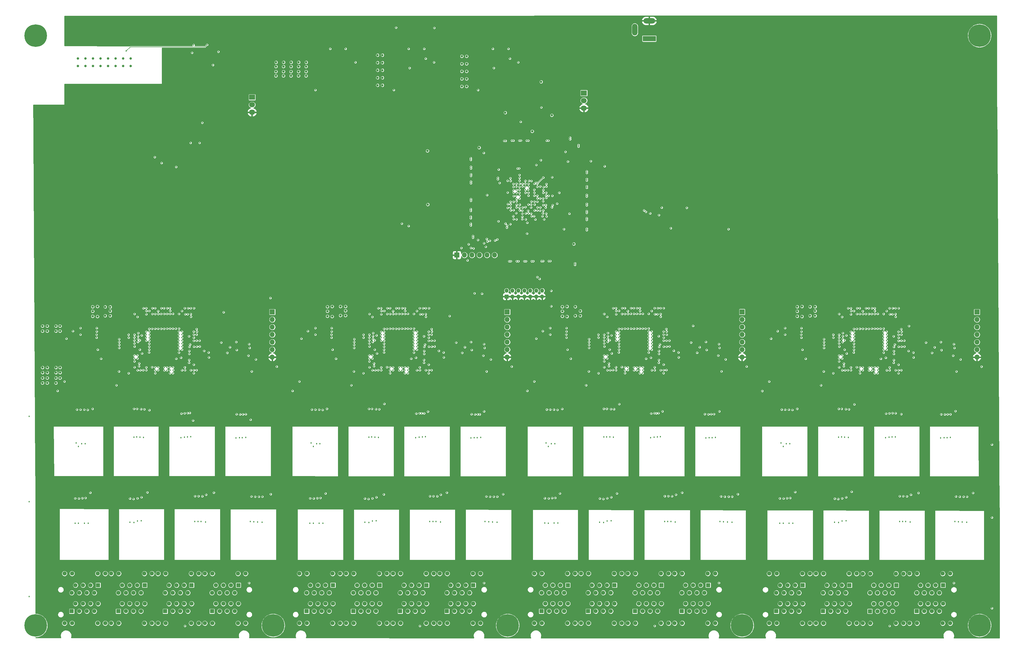
<source format=gbr>
G04 #@! TF.GenerationSoftware,KiCad,Pcbnew,5.99.0-unknown-1973153~101~ubuntu20.04.1*
G04 #@! TF.CreationDate,2020-06-25T18:30:06-04:00*
G04 #@! TF.ProjectId,L1Switch,4c315377-6974-4636-982e-6b696361645f,rev?*
G04 #@! TF.SameCoordinates,Original*
G04 #@! TF.FileFunction,Copper,L2,Inr*
G04 #@! TF.FilePolarity,Positive*
%FSLAX46Y46*%
G04 Gerber Fmt 4.6, Leading zero omitted, Abs format (unit mm)*
G04 Created by KiCad (PCBNEW 5.99.0-unknown-1973153~101~ubuntu20.04.1) date 2020-06-25 18:30:06*
%MOMM*%
%LPD*%
G01*
G04 APERTURE LIST*
G04 #@! TA.AperFunction,ViaPad*
%ADD10O,2.030000X1.730000*%
G04 #@! TD*
G04 #@! TA.AperFunction,ViaPad*
%ADD11R,2.030000X1.730000*%
G04 #@! TD*
G04 #@! TA.AperFunction,ViaPad*
%ADD12C,7.600000*%
G04 #@! TD*
G04 #@! TA.AperFunction,ViaPad*
%ADD13O,1.700000X1.700000*%
G04 #@! TD*
G04 #@! TA.AperFunction,ViaPad*
%ADD14R,1.700000X1.700000*%
G04 #@! TD*
G04 #@! TA.AperFunction,ViaPad*
%ADD15O,1.350000X1.350000*%
G04 #@! TD*
G04 #@! TA.AperFunction,ViaPad*
%ADD16R,1.350000X1.350000*%
G04 #@! TD*
G04 #@! TA.AperFunction,ViaPad*
%ADD17C,1.398000*%
G04 #@! TD*
G04 #@! TA.AperFunction,ViaPad*
%ADD18R,1.398000X1.398000*%
G04 #@! TD*
G04 #@! TA.AperFunction,ViaPad*
%ADD19R,4.400000X1.800000*%
G04 #@! TD*
G04 #@! TA.AperFunction,ViaPad*
%ADD20O,4.000000X1.800000*%
G04 #@! TD*
G04 #@! TA.AperFunction,ViaPad*
%ADD21O,1.800000X4.000000*%
G04 #@! TD*
G04 #@! TA.AperFunction,ViaPad*
%ADD22C,0.457200*%
G04 #@! TD*
G04 #@! TA.AperFunction,ViaPad*
%ADD23C,0.800000*%
G04 #@! TD*
G04 #@! TA.AperFunction,Conductor*
%ADD24C,0.203200*%
G04 #@! TD*
G04 #@! TA.AperFunction,Conductor*
%ADD25C,0.200000*%
G04 #@! TD*
G04 #@! TA.AperFunction,Conductor*
%ADD26C,0.254000*%
G04 #@! TD*
G04 APERTURE END LIST*
D10*
X232478750Y-51211165D03*
X232478750Y-48671165D03*
D11*
X232478750Y-46131165D03*
D10*
X120678750Y-52611165D03*
X120678750Y-50071165D03*
D11*
X120678750Y-47531165D03*
D12*
X365778750Y-26731165D03*
X47778750Y-26731165D03*
X47778750Y-225731165D03*
X206778750Y-225731165D03*
X127778750Y-225731165D03*
X285778750Y-225731165D03*
X365778750Y-225731165D03*
D13*
X202378750Y-100781165D03*
X199838750Y-100781165D03*
X197298750Y-100781165D03*
X194758750Y-100781165D03*
X192218750Y-100781165D03*
D14*
X189678750Y-100781165D03*
D15*
X218428750Y-112781165D03*
X218428750Y-114781165D03*
X216428750Y-112781165D03*
X216428750Y-114781165D03*
X214428750Y-112781165D03*
X214428750Y-114781165D03*
X212428750Y-112781165D03*
X212428750Y-114781165D03*
X210428750Y-112781165D03*
X210428750Y-114781165D03*
X208428750Y-112781165D03*
X208428750Y-114781165D03*
X206428750Y-112781165D03*
D16*
X206428750Y-114781165D03*
D17*
X326433880Y-208250995D03*
X340153880Y-208250995D03*
X337613880Y-208250995D03*
X328848880Y-214720995D03*
X332658880Y-218410995D03*
D18*
X328848880Y-220950995D03*
D17*
X344608900Y-214717015D03*
X347148900Y-220947015D03*
D18*
X353498900Y-212177015D03*
D17*
X342193900Y-225007015D03*
X335198880Y-212180995D03*
X344733900Y-225007015D03*
X348418900Y-218407015D03*
X350958900Y-218407015D03*
X352228900Y-220947015D03*
X348418900Y-212177015D03*
X353498900Y-218407015D03*
X326433880Y-225010995D03*
X333928880Y-220950995D03*
D18*
X344608900Y-220947015D03*
D17*
X344733900Y-208247015D03*
X350958900Y-212177015D03*
X353373900Y-225007015D03*
X349688900Y-220947015D03*
X345878900Y-212177015D03*
X355913900Y-208247015D03*
X330118880Y-212180995D03*
X345878900Y-218407015D03*
X330118880Y-218410995D03*
X335198880Y-218410995D03*
X337613880Y-225010995D03*
X328973880Y-225010995D03*
X328973880Y-208250995D03*
X347148900Y-214717015D03*
X336468880Y-214720995D03*
X331388880Y-220950995D03*
X331388880Y-214720995D03*
X355913900Y-225007015D03*
X349688900Y-214717015D03*
X342193900Y-208247015D03*
X353373900Y-208247015D03*
X337738880Y-218410995D03*
X352228900Y-214717015D03*
X336468880Y-220950995D03*
X332658880Y-212180995D03*
X340153880Y-225010995D03*
X333928880Y-214720995D03*
D18*
X337738880Y-212180995D03*
D17*
X310646400Y-208247015D03*
X324366400Y-208247015D03*
X321826400Y-208247015D03*
X313061400Y-214717015D03*
X316871400Y-218407015D03*
D18*
X313061400Y-220947015D03*
D17*
X319411400Y-212177015D03*
X310646400Y-225007015D03*
X318141400Y-220947015D03*
X314331400Y-212177015D03*
X314331400Y-218407015D03*
X319411400Y-218407015D03*
X321826400Y-225007015D03*
X313186400Y-225007015D03*
X313186400Y-208247015D03*
X320681400Y-214717015D03*
X315601400Y-220947015D03*
X315601400Y-214717015D03*
X321951400Y-218407015D03*
X320681400Y-220947015D03*
X316871400Y-212177015D03*
X324366400Y-225007015D03*
X318141400Y-214717015D03*
D18*
X321951400Y-212177015D03*
X297331400Y-220947015D03*
D17*
X298601400Y-218407015D03*
X299871400Y-220947015D03*
X301141400Y-218407015D03*
X302411400Y-220947015D03*
X303681400Y-218407015D03*
X304951400Y-220947015D03*
X306221400Y-218407015D03*
X297331400Y-214717015D03*
X298601400Y-212177015D03*
X299871400Y-214717015D03*
X301141400Y-212177015D03*
X302411400Y-214717015D03*
X303681400Y-212177015D03*
X304951400Y-214717015D03*
D18*
X306221400Y-212177015D03*
D17*
X308636400Y-225007015D03*
X306096400Y-225007015D03*
X297456400Y-225007015D03*
X294916400Y-225007015D03*
X308636400Y-208247015D03*
X306096400Y-208247015D03*
X297456400Y-208247015D03*
X294916400Y-208247015D03*
D13*
X364923377Y-135236602D03*
X364923377Y-132696602D03*
X364923377Y-130156602D03*
X364923377Y-127616602D03*
X364923377Y-125076602D03*
X364923377Y-122536602D03*
D14*
X364923377Y-119996602D03*
D17*
X247285030Y-208222845D03*
X261005030Y-208222845D03*
X258465030Y-208222845D03*
X249700030Y-214692845D03*
X253510030Y-218382845D03*
D18*
X249700030Y-220922845D03*
D17*
X265460050Y-214688865D03*
X268000050Y-220918865D03*
D18*
X274350050Y-212148865D03*
D17*
X263045050Y-224978865D03*
X256050030Y-212152845D03*
X265585050Y-224978865D03*
X269270050Y-218378865D03*
X271810050Y-218378865D03*
X273080050Y-220918865D03*
X269270050Y-212148865D03*
X274350050Y-218378865D03*
X247285030Y-224982845D03*
X254780030Y-220922845D03*
D18*
X265460050Y-220918865D03*
D17*
X265585050Y-208218865D03*
X271810050Y-212148865D03*
X274225050Y-224978865D03*
X270540050Y-220918865D03*
X266730050Y-212148865D03*
X276765050Y-208218865D03*
X250970030Y-212152845D03*
X266730050Y-218378865D03*
X250970030Y-218382845D03*
X256050030Y-218382845D03*
X258465030Y-224982845D03*
X249825030Y-224982845D03*
X249825030Y-208222845D03*
X268000050Y-214688865D03*
X257320030Y-214692845D03*
X252240030Y-220922845D03*
X252240030Y-214692845D03*
X276765050Y-224978865D03*
X270540050Y-214688865D03*
X263045050Y-208218865D03*
X274225050Y-208218865D03*
X258590030Y-218382845D03*
X273080050Y-214688865D03*
X257320030Y-220922845D03*
X253510030Y-212152845D03*
X261005030Y-224982845D03*
X254780030Y-214692845D03*
D18*
X258590030Y-212152845D03*
D17*
X231497550Y-208218865D03*
X245217550Y-208218865D03*
X242677550Y-208218865D03*
X233912550Y-214688865D03*
X237722550Y-218378865D03*
D18*
X233912550Y-220918865D03*
D17*
X240262550Y-212148865D03*
X231497550Y-224978865D03*
X238992550Y-220918865D03*
X235182550Y-212148865D03*
X235182550Y-218378865D03*
X240262550Y-218378865D03*
X242677550Y-224978865D03*
X234037550Y-224978865D03*
X234037550Y-208218865D03*
X241532550Y-214688865D03*
X236452550Y-220918865D03*
X236452550Y-214688865D03*
X242802550Y-218378865D03*
X241532550Y-220918865D03*
X237722550Y-212148865D03*
X245217550Y-224978865D03*
X238992550Y-214688865D03*
D18*
X242802550Y-212148865D03*
X218182550Y-220918865D03*
D17*
X219452550Y-218378865D03*
X220722550Y-220918865D03*
X221992550Y-218378865D03*
X223262550Y-220918865D03*
X224532550Y-218378865D03*
X225802550Y-220918865D03*
X227072550Y-218378865D03*
X218182550Y-214688865D03*
X219452550Y-212148865D03*
X220722550Y-214688865D03*
X221992550Y-212148865D03*
X223262550Y-214688865D03*
X224532550Y-212148865D03*
X225802550Y-214688865D03*
D18*
X227072550Y-212148865D03*
D17*
X229487550Y-224978865D03*
X226947550Y-224978865D03*
X218307550Y-224978865D03*
X215767550Y-224978865D03*
X229487550Y-208218865D03*
X226947550Y-208218865D03*
X218307550Y-208218865D03*
X215767550Y-208218865D03*
D13*
X285774527Y-135208452D03*
X285774527Y-132668452D03*
X285774527Y-130128452D03*
X285774527Y-127588452D03*
X285774527Y-125048452D03*
X285774527Y-122508452D03*
D14*
X285774527Y-119968452D03*
D17*
X168153880Y-208240995D03*
X181873880Y-208240995D03*
X179333880Y-208240995D03*
X170568880Y-214710995D03*
X174378880Y-218400995D03*
D18*
X170568880Y-220940995D03*
D17*
X186328900Y-214707015D03*
X188868900Y-220937015D03*
D18*
X195218900Y-212167015D03*
D17*
X183913900Y-224997015D03*
X176918880Y-212170995D03*
X186453900Y-224997015D03*
X190138900Y-218397015D03*
X192678900Y-218397015D03*
X193948900Y-220937015D03*
X190138900Y-212167015D03*
X195218900Y-218397015D03*
X168153880Y-225000995D03*
X175648880Y-220940995D03*
D18*
X186328900Y-220937015D03*
D17*
X186453900Y-208237015D03*
X192678900Y-212167015D03*
X195093900Y-224997015D03*
X191408900Y-220937015D03*
X187598900Y-212167015D03*
X197633900Y-208237015D03*
X171838880Y-212170995D03*
X187598900Y-218397015D03*
X171838880Y-218400995D03*
X176918880Y-218400995D03*
X179333880Y-225000995D03*
X170693880Y-225000995D03*
X170693880Y-208240995D03*
X188868900Y-214707015D03*
X178188880Y-214710995D03*
X173108880Y-220940995D03*
X173108880Y-214710995D03*
X197633900Y-224997015D03*
X191408900Y-214707015D03*
X183913900Y-208237015D03*
X195093900Y-208237015D03*
X179458880Y-218400995D03*
X193948900Y-214707015D03*
X178188880Y-220940995D03*
X174378880Y-212170995D03*
X181873880Y-225000995D03*
X175648880Y-214710995D03*
D18*
X179458880Y-212170995D03*
D17*
X152366400Y-208237015D03*
X166086400Y-208237015D03*
X163546400Y-208237015D03*
X154781400Y-214707015D03*
X158591400Y-218397015D03*
D18*
X154781400Y-220937015D03*
D17*
X161131400Y-212167015D03*
X152366400Y-224997015D03*
X159861400Y-220937015D03*
X156051400Y-212167015D03*
X156051400Y-218397015D03*
X161131400Y-218397015D03*
X163546400Y-224997015D03*
X154906400Y-224997015D03*
X154906400Y-208237015D03*
X162401400Y-214707015D03*
X157321400Y-220937015D03*
X157321400Y-214707015D03*
X163671400Y-218397015D03*
X162401400Y-220937015D03*
X158591400Y-212167015D03*
X166086400Y-224997015D03*
X159861400Y-214707015D03*
D18*
X163671400Y-212167015D03*
X139051400Y-220937015D03*
D17*
X140321400Y-218397015D03*
X141591400Y-220937015D03*
X142861400Y-218397015D03*
X144131400Y-220937015D03*
X145401400Y-218397015D03*
X146671400Y-220937015D03*
X147941400Y-218397015D03*
X139051400Y-214707015D03*
X140321400Y-212167015D03*
X141591400Y-214707015D03*
X142861400Y-212167015D03*
X144131400Y-214707015D03*
X145401400Y-212167015D03*
X146671400Y-214707015D03*
D18*
X147941400Y-212167015D03*
D17*
X150356400Y-224997015D03*
X147816400Y-224997015D03*
X139176400Y-224997015D03*
X136636400Y-224997015D03*
X150356400Y-208237015D03*
X147816400Y-208237015D03*
X139176400Y-208237015D03*
X136636400Y-208237015D03*
D13*
X206643377Y-135226602D03*
X206643377Y-132686602D03*
X206643377Y-130146602D03*
X206643377Y-127606602D03*
X206643377Y-125066602D03*
X206643377Y-122526602D03*
D14*
X206643377Y-119986602D03*
D19*
X254521139Y-27749899D03*
D20*
X254521139Y-21749899D03*
D21*
X249621139Y-24749899D03*
D13*
X127495127Y-135225152D03*
X127495127Y-132685152D03*
X127495127Y-130145152D03*
X127495127Y-127605152D03*
X127495127Y-125065152D03*
X127495127Y-122525152D03*
D14*
X127495127Y-119985152D03*
D17*
X89005630Y-208239545D03*
X102725630Y-208239545D03*
X100185630Y-208239545D03*
X91420630Y-214709545D03*
X95230630Y-218399545D03*
D18*
X91420630Y-220939545D03*
D17*
X107180650Y-214705565D03*
X109720650Y-220935565D03*
D18*
X116070650Y-212165565D03*
D17*
X104765650Y-224995565D03*
X97770630Y-212169545D03*
X107305650Y-224995565D03*
X110990650Y-218395565D03*
X113530650Y-218395565D03*
X114800650Y-220935565D03*
X110990650Y-212165565D03*
X116070650Y-218395565D03*
X89005630Y-224999545D03*
X96500630Y-220939545D03*
D18*
X107180650Y-220935565D03*
D17*
X107305650Y-208235565D03*
X113530650Y-212165565D03*
X115945650Y-224995565D03*
X112260650Y-220935565D03*
X108450650Y-212165565D03*
X118485650Y-208235565D03*
X92690630Y-212169545D03*
X108450650Y-218395565D03*
X92690630Y-218399545D03*
X97770630Y-218399545D03*
X100185630Y-224999545D03*
X91545630Y-224999545D03*
X91545630Y-208239545D03*
X109720650Y-214705565D03*
X99040630Y-214709545D03*
X93960630Y-220939545D03*
X93960630Y-214709545D03*
X118485650Y-224995565D03*
X112260650Y-214705565D03*
X104765650Y-208235565D03*
X115945650Y-208235565D03*
X100310630Y-218399545D03*
X114800650Y-214705565D03*
X99040630Y-220939545D03*
X95230630Y-212169545D03*
X102725630Y-224999545D03*
X96500630Y-214709545D03*
D18*
X100310630Y-212169545D03*
D17*
X73218150Y-208235565D03*
X86938150Y-208235565D03*
X84398150Y-208235565D03*
X75633150Y-214705565D03*
X79443150Y-218395565D03*
D18*
X75633150Y-220935565D03*
D17*
X81983150Y-212165565D03*
X73218150Y-224995565D03*
X80713150Y-220935565D03*
X76903150Y-212165565D03*
X76903150Y-218395565D03*
X81983150Y-218395565D03*
X84398150Y-224995565D03*
X75758150Y-224995565D03*
X75758150Y-208235565D03*
X83253150Y-214705565D03*
X78173150Y-220935565D03*
X78173150Y-214705565D03*
X84523150Y-218395565D03*
X83253150Y-220935565D03*
X79443150Y-212165565D03*
X86938150Y-224995565D03*
X80713150Y-214705565D03*
D18*
X84523150Y-212165565D03*
X59903150Y-220935565D03*
D17*
X61173150Y-218395565D03*
X62443150Y-220935565D03*
X63713150Y-218395565D03*
X64983150Y-220935565D03*
X66253150Y-218395565D03*
X67523150Y-220935565D03*
X68793150Y-218395565D03*
X59903150Y-214705565D03*
X61173150Y-212165565D03*
X62443150Y-214705565D03*
X63713150Y-212165565D03*
X64983150Y-214705565D03*
X66253150Y-212165565D03*
X67523150Y-214705565D03*
D18*
X68793150Y-212165565D03*
D17*
X71208150Y-224995565D03*
X68668150Y-224995565D03*
X60028150Y-224995565D03*
X57488150Y-224995565D03*
X71208150Y-208235565D03*
X68668150Y-208235565D03*
X60028150Y-208235565D03*
X57488150Y-208235565D03*
D22*
X369978750Y-215731165D03*
X369978750Y-219931165D03*
X369978750Y-164731165D03*
X369978750Y-160531165D03*
X369978750Y-189331165D03*
X369978750Y-185131165D03*
X49778750Y-184031165D03*
X45578750Y-184031165D03*
X45578750Y-216031165D03*
X49778750Y-216031165D03*
X45578750Y-155231165D03*
X49778750Y-155231165D03*
X186478750Y-43631165D03*
X186378750Y-36331165D03*
X169178750Y-24031165D03*
X182078750Y-24131165D03*
X70978750Y-28731165D03*
X61478750Y-28731165D03*
X363578750Y-181031165D03*
X322678750Y-180631165D03*
X303678750Y-180731165D03*
X284378750Y-181431165D03*
X265578750Y-180931165D03*
X243598750Y-181211165D03*
X224418750Y-181211165D03*
X205258750Y-181461165D03*
X186318750Y-180921165D03*
X145438750Y-181201165D03*
X198868750Y-153531165D03*
X197418750Y-154501165D03*
X258968750Y-153511165D03*
X257588750Y-154131165D03*
X179928750Y-153581165D03*
X177848750Y-154151165D03*
X165248750Y-151001165D03*
X244388750Y-151071165D03*
X323588750Y-151171165D03*
X278118750Y-153501165D03*
X304348750Y-152631165D03*
X225168750Y-152701165D03*
X145888750Y-152631165D03*
X339418750Y-154441165D03*
X357658750Y-153401165D03*
X85398750Y-180841165D03*
X66178750Y-180961165D03*
X120188750Y-156331165D03*
X100768750Y-156601165D03*
X99718750Y-154031165D03*
X66948750Y-152661165D03*
X79078750Y-140631165D03*
X316478750Y-140631165D03*
X237378750Y-140631165D03*
X158178750Y-140631165D03*
D23*
X51678750Y-126431165D03*
X55978750Y-126431165D03*
X51678750Y-124731165D03*
X55978750Y-124731165D03*
X50078750Y-126431165D03*
X54578750Y-126431165D03*
X54578750Y-124731165D03*
X50078750Y-124731165D03*
X54578750Y-140431165D03*
X54578750Y-138731165D03*
X50078750Y-138731165D03*
X50078750Y-140431165D03*
X55978750Y-138731165D03*
X55978750Y-140431165D03*
X51678750Y-140431165D03*
X51678750Y-138731165D03*
X131238750Y-40331165D03*
X133778750Y-40331165D03*
X136318750Y-40331165D03*
X131264150Y-38883365D03*
X138858750Y-40331165D03*
X138884150Y-38883365D03*
X133804150Y-38883365D03*
X128724150Y-38883365D03*
X136344150Y-38883365D03*
X128698750Y-40331165D03*
X131273350Y-37178965D03*
X133813350Y-37178965D03*
X138893350Y-37178965D03*
X136353350Y-37178965D03*
X128733350Y-37178965D03*
X138918750Y-35731165D03*
X136378750Y-35731165D03*
X133838750Y-35731165D03*
X131298750Y-35731165D03*
X128758750Y-35731165D03*
X55978750Y-142231165D03*
X54578750Y-142231165D03*
X54578750Y-143931165D03*
X50078750Y-143931165D03*
X50078750Y-142231165D03*
X51678750Y-143931165D03*
X51678750Y-142231165D03*
D22*
X195278750Y-98531165D03*
X345178750Y-181031165D03*
X165078750Y-181531165D03*
X126978750Y-181431165D03*
X107778750Y-180931165D03*
D23*
X305962979Y-121531165D03*
X304362979Y-119731165D03*
X305962979Y-118131165D03*
X304362979Y-121431165D03*
X304362979Y-118231165D03*
X225211688Y-121431165D03*
X226811688Y-121531165D03*
X225211688Y-118231165D03*
X226811688Y-118131165D03*
X225211688Y-119731165D03*
X66978750Y-121431165D03*
X68578750Y-121531165D03*
X68578750Y-118131165D03*
X66978750Y-118231165D03*
X66978750Y-119731165D03*
X146078750Y-121431165D03*
X147678750Y-121531165D03*
X147678750Y-118131165D03*
X146078750Y-118231165D03*
X146078750Y-119731165D03*
D22*
X90178750Y-69731165D03*
D23*
X61998750Y-34491165D03*
X64538750Y-34491165D03*
X67078750Y-34491165D03*
X69618750Y-34491165D03*
X72158750Y-34491165D03*
X74698750Y-34491165D03*
X77238750Y-34491165D03*
X79778750Y-34491165D03*
X61998750Y-37031165D03*
X64538750Y-37031165D03*
X67078750Y-37031165D03*
X69618750Y-37031165D03*
X72158750Y-37031165D03*
X74698750Y-37031165D03*
X77238750Y-37031165D03*
X79778750Y-37031165D03*
D22*
X219651420Y-67731165D03*
X217985878Y-68736022D03*
X216427993Y-70380408D03*
X260378750Y-127631165D03*
D23*
X72880925Y-121255420D03*
X71180925Y-121255420D03*
X72880925Y-118255420D03*
X72880925Y-119655420D03*
X71180925Y-118255420D03*
X152165205Y-119547443D03*
X152165205Y-121147443D03*
X150465205Y-121147443D03*
X150465205Y-118147443D03*
X152165205Y-118147443D03*
X310378750Y-118231165D03*
X308678750Y-121231165D03*
X308678750Y-118231165D03*
X310378750Y-119631165D03*
X310378750Y-121231165D03*
X229578750Y-118231165D03*
X229578750Y-121231165D03*
X231278750Y-121231165D03*
X231278750Y-119631165D03*
D22*
X95078750Y-71031165D03*
D23*
X164578750Y-43491165D03*
X164578750Y-38411165D03*
X164578750Y-33331165D03*
X164578750Y-35871165D03*
X164578750Y-40951165D03*
X162953150Y-43491165D03*
X162953150Y-35871165D03*
X162953150Y-33331165D03*
X162953150Y-38411165D03*
X162953150Y-40951165D03*
D22*
X103878750Y-56131165D03*
X214678750Y-84719013D03*
X210878750Y-83781165D03*
X211778750Y-77631165D03*
X87878750Y-67731165D03*
D23*
X192978750Y-43891165D03*
X192978750Y-38811165D03*
X192978750Y-33731165D03*
X192978750Y-36271165D03*
X192978750Y-41351165D03*
X191353150Y-43891165D03*
X191353150Y-36271165D03*
X191353150Y-33731165D03*
X191353150Y-38811165D03*
X191353150Y-41351165D03*
X199978750Y-52731165D03*
X205978750Y-52731165D03*
X215178750Y-53231165D03*
X215078750Y-59031165D03*
X227578750Y-53631165D03*
X221678750Y-53631165D03*
D22*
X213728750Y-51281165D03*
X218128750Y-50981165D03*
X211178750Y-55831165D03*
X211178750Y-51831165D03*
D23*
X229078750Y-97031165D03*
X234678750Y-97031165D03*
X174078750Y-65631165D03*
X179778750Y-65631165D03*
X212278750Y-42231165D03*
X218078750Y-42331165D03*
X191278750Y-64531165D03*
X197178750Y-64531165D03*
X173978750Y-83731165D03*
X179878750Y-83731165D03*
D22*
X214778750Y-67731165D03*
X195678750Y-79931165D03*
X199878750Y-80531165D03*
X225778750Y-96331165D03*
X225778750Y-92031165D03*
X213278750Y-97331165D03*
X213312090Y-93531165D03*
X227978750Y-79731165D03*
X224178750Y-79731165D03*
X226260410Y-65931165D03*
X230178750Y-65931165D03*
X198778750Y-66331165D03*
X202778750Y-66331165D03*
X203778750Y-68031165D03*
X203778802Y-71930794D03*
X212578871Y-83722644D03*
X213778750Y-83722644D03*
X212778750Y-85831165D03*
X212910410Y-86731165D03*
X204778750Y-92231165D03*
X218778750Y-74631165D03*
X217899937Y-80609978D03*
X218778750Y-78831165D03*
X218778750Y-79731165D03*
X223678750Y-72631165D03*
X221778750Y-74531165D03*
X219080469Y-88731165D03*
X209778750Y-88731165D03*
X212910410Y-88731165D03*
X214810280Y-88700158D03*
X216078750Y-92031165D03*
X204078750Y-76431165D03*
X211711480Y-86798435D03*
X215878750Y-85731165D03*
X102978750Y-62931165D03*
X208778750Y-78951817D03*
X214778750Y-82731165D03*
X99978750Y-62931165D03*
X214678750Y-83722644D03*
X239478750Y-70831165D03*
X217775217Y-77627632D03*
X215778750Y-80731165D03*
X213778750Y-81731165D03*
X86378750Y-59931165D03*
X86378750Y-65031165D03*
X95178750Y-62131165D03*
X92478750Y-61231165D03*
X92478750Y-62031165D03*
X91478750Y-62031165D03*
X91478750Y-61231165D03*
X89378750Y-67431165D03*
X93278750Y-72631165D03*
X92178750Y-72631165D03*
X94978750Y-68331165D03*
X210649489Y-71548487D03*
X210090689Y-71548487D03*
X210970089Y-70998487D03*
X209770089Y-70998487D03*
X209770089Y-72098487D03*
X210970089Y-72098487D03*
X230078750Y-64531165D03*
X230078750Y-63331165D03*
X231178750Y-64531165D03*
X230628750Y-63651765D03*
X230628750Y-64210565D03*
X231178750Y-63331165D03*
X227278750Y-62031165D03*
X227828750Y-61151765D03*
X227828750Y-61710565D03*
X228378750Y-62031165D03*
X227278750Y-60831165D03*
X228378750Y-60831165D03*
X220833080Y-61626835D03*
X220512480Y-62176835D03*
X220833080Y-62726835D03*
X219953680Y-62176835D03*
X219633080Y-62726835D03*
X219633080Y-61626835D03*
X205590689Y-62248487D03*
X205270089Y-62798487D03*
X205270089Y-61698487D03*
X206470089Y-62798487D03*
X206149489Y-62248487D03*
X206470089Y-61698487D03*
X208758150Y-62181165D03*
X208199350Y-62181165D03*
X209078750Y-61631165D03*
X207878750Y-61631165D03*
X207878750Y-62731165D03*
X209078750Y-62731165D03*
X211570089Y-61598487D03*
X211249489Y-62148487D03*
X211570089Y-62698487D03*
X210690689Y-62148487D03*
X210370089Y-62698487D03*
X210370089Y-61598487D03*
X214078750Y-62731165D03*
X213199350Y-62181165D03*
X213758150Y-62181165D03*
X214078750Y-61631165D03*
X212878750Y-62731165D03*
X212878750Y-61631165D03*
X232891741Y-72194156D03*
X233441741Y-72514756D03*
X233991741Y-73394156D03*
X233441741Y-73073556D03*
X233991741Y-72194156D03*
X232891741Y-73394156D03*
X232891741Y-75968174D03*
X233441741Y-75647574D03*
X232891741Y-74768174D03*
X233441741Y-75088774D03*
X233991741Y-74768174D03*
X233991741Y-75968174D03*
X234011428Y-78422504D03*
X232911428Y-78422504D03*
X234011428Y-77222504D03*
X232911428Y-77222504D03*
X233461428Y-77543104D03*
X233461428Y-78101904D03*
X233978750Y-80131165D03*
X233428750Y-80451765D03*
X233428750Y-81010565D03*
X232878750Y-81331165D03*
X233978750Y-81331165D03*
X232878750Y-80131165D03*
X233428750Y-84010565D03*
X233978750Y-83131165D03*
X233428750Y-83451765D03*
X233978750Y-84331165D03*
X232878750Y-84331165D03*
X232878750Y-83131165D03*
X233428750Y-85951765D03*
X233978750Y-86831165D03*
X233978750Y-85631165D03*
X233428750Y-86510565D03*
X232878750Y-85631165D03*
X232878750Y-86831165D03*
X233978750Y-88031165D03*
X233978750Y-89231165D03*
X232878750Y-88031165D03*
X233428750Y-88351765D03*
X232878750Y-89231165D03*
X233428750Y-88910565D03*
X233978750Y-91531165D03*
X233978750Y-92731165D03*
X232878750Y-92731165D03*
X233428750Y-92410565D03*
X233428750Y-91851765D03*
X232878750Y-91531165D03*
X228911428Y-104422504D03*
X230011428Y-103222504D03*
X228911428Y-103222504D03*
X230011428Y-104422504D03*
X229461428Y-103543104D03*
X229461428Y-104101904D03*
X220314349Y-102244665D03*
X221193749Y-102794665D03*
X220634949Y-102794665D03*
X221514349Y-102244665D03*
X221514349Y-103344665D03*
X220314349Y-103344665D03*
X219078750Y-103381165D03*
X217878750Y-102281165D03*
X217878750Y-103381165D03*
X219078750Y-102281165D03*
X218758150Y-102831165D03*
X218199350Y-102831165D03*
X215449489Y-102848487D03*
X214570089Y-103398487D03*
X214570089Y-102298487D03*
X214890689Y-102848487D03*
X215770089Y-102298487D03*
X215770089Y-103398487D03*
X207290689Y-102848487D03*
X208170089Y-102298487D03*
X206970089Y-102298487D03*
X208170089Y-103398487D03*
X207849489Y-102848487D03*
X206970089Y-103398487D03*
X210415250Y-102848487D03*
X209535850Y-103398487D03*
X209535850Y-102298487D03*
X209856450Y-102848487D03*
X210735850Y-102298487D03*
X210735850Y-103398487D03*
X212390689Y-102848487D03*
X212949489Y-102848487D03*
X212070089Y-102298487D03*
X212070089Y-103398487D03*
X213270089Y-103398487D03*
X213270089Y-102298487D03*
X202928750Y-74360565D03*
X203478750Y-75239965D03*
X203478750Y-74681165D03*
X202928750Y-75560565D03*
X204028750Y-75560565D03*
X204028750Y-74360565D03*
X194928750Y-68981165D03*
X194378750Y-68101765D03*
X194378750Y-68660565D03*
X193828750Y-68981165D03*
X193828750Y-67781165D03*
X194928750Y-67781165D03*
X193851750Y-70678765D03*
X194401750Y-71558165D03*
X194401750Y-70999365D03*
X193851750Y-71878765D03*
X194951750Y-71878765D03*
X194951750Y-70678765D03*
X194420089Y-74060565D03*
X193870089Y-74381165D03*
X194970089Y-74381165D03*
X194420089Y-73501765D03*
X194970089Y-73181165D03*
X193870089Y-73181165D03*
X194941741Y-75672504D03*
X193841741Y-75672504D03*
X194391741Y-76551904D03*
X194391741Y-75993104D03*
X193841741Y-76872504D03*
X194941741Y-76872504D03*
X193841741Y-82794156D03*
X194941741Y-81594156D03*
X193841741Y-81594156D03*
X194941741Y-82794156D03*
X194391741Y-81914756D03*
X194391741Y-82473556D03*
X194928750Y-86172504D03*
X194378750Y-85293104D03*
X194378750Y-85851904D03*
X194928750Y-84972504D03*
X193828750Y-86172504D03*
X193828750Y-84972504D03*
X193828750Y-88672504D03*
X194928750Y-87472504D03*
X193828750Y-87472504D03*
X194928750Y-88672504D03*
X194378750Y-87793104D03*
X194378750Y-88351904D03*
X206928773Y-86781188D03*
X220550217Y-80759698D03*
X218882283Y-77834698D03*
X209778750Y-78822825D03*
X206778750Y-79679505D03*
X221728750Y-84649505D03*
X218781409Y-85728506D03*
X216770789Y-82761993D03*
X213778750Y-79731165D03*
X212778750Y-78731165D03*
X207682533Y-74836385D03*
X210778750Y-73731165D03*
X215778750Y-76731165D03*
X212778750Y-77731165D03*
X215778750Y-79731165D03*
X213778750Y-80731165D03*
X206037285Y-90133560D03*
X208778750Y-88681165D03*
X207828750Y-85681165D03*
X194378750Y-90760565D03*
X194378750Y-90201765D03*
X194928750Y-91081165D03*
X193828750Y-89881165D03*
X194928750Y-89881165D03*
X193828750Y-91081165D03*
X195628750Y-95231165D03*
X194528750Y-95231165D03*
X194528750Y-94031165D03*
X195628750Y-94031165D03*
X195078750Y-94910565D03*
X195078750Y-94351765D03*
X221478750Y-118031165D03*
X199978750Y-96231165D03*
X221478750Y-112831165D03*
X199428750Y-97981165D03*
X341828750Y-133131165D03*
X230478750Y-66631165D03*
X234828750Y-69081165D03*
X227078750Y-69231165D03*
X200778750Y-95931165D03*
X262778750Y-133057145D03*
X269250450Y-124659465D03*
X206507054Y-91509469D03*
X202528750Y-95881165D03*
X199730402Y-95332817D03*
X342004981Y-124704934D03*
X203278750Y-95481165D03*
X183628750Y-133081165D03*
X193278750Y-102581165D03*
X221778750Y-89831165D03*
X210778750Y-86731165D03*
X216778750Y-75781165D03*
X220728750Y-76681165D03*
X126828750Y-115281165D03*
X111078750Y-120081165D03*
X195628750Y-113681165D03*
X196777098Y-95679513D03*
X198828750Y-96781165D03*
X198128750Y-113831165D03*
X217578750Y-108831165D03*
X216778750Y-86631165D03*
X217728750Y-85781165D03*
X216778750Y-85731165D03*
X218502150Y-87681165D03*
X216127892Y-88781165D03*
X216778750Y-108181165D03*
X212778750Y-84581165D03*
X211828750Y-84731165D03*
X213678750Y-85831165D03*
X213378750Y-89881165D03*
X210728750Y-84781165D03*
X209828750Y-83781165D03*
X209678750Y-86631165D03*
X207678750Y-90381165D03*
X206580402Y-90832817D03*
X208678750Y-87681165D03*
X210778750Y-82731165D03*
X215728750Y-78731165D03*
X212778750Y-79731165D03*
X281178750Y-92031165D03*
X213678750Y-78631165D03*
X210778750Y-80731165D03*
X210778750Y-81731165D03*
X214778750Y-78731165D03*
X214803750Y-79706165D03*
X211753750Y-79831165D03*
X211778750Y-80731165D03*
X208828750Y-83681165D03*
X215778750Y-81731165D03*
X215778750Y-82731165D03*
X215878750Y-83731165D03*
X215778750Y-84731165D03*
X216828750Y-84681165D03*
X261778750Y-91681165D03*
X253378750Y-86181165D03*
X221928750Y-83931165D03*
X252728750Y-85731165D03*
X227578750Y-86831165D03*
X254828750Y-86731165D03*
X223428750Y-83431165D03*
X257778750Y-87281165D03*
X218728750Y-82631165D03*
X216828750Y-81631165D03*
X216778750Y-80731165D03*
X218778750Y-83881165D03*
X270928750Y-93331165D03*
X255828750Y-84781165D03*
X258728750Y-84781165D03*
X267328750Y-90031165D03*
X258578750Y-89331165D03*
X270128750Y-84781165D03*
X267128750Y-84831165D03*
X220728750Y-84431165D03*
X217778750Y-84731165D03*
X219678750Y-83881165D03*
X219574603Y-84737638D03*
X221828750Y-80760165D03*
X219788166Y-81481165D03*
X218728750Y-81681165D03*
X217728750Y-81681165D03*
X219728750Y-80681165D03*
X219778750Y-79731165D03*
X216778750Y-77731165D03*
X216728750Y-76781165D03*
X214778750Y-75781165D03*
X213997750Y-75731165D03*
X213778750Y-77731165D03*
X213778750Y-76731165D03*
X219828750Y-76781165D03*
X219828750Y-77681165D03*
X315491800Y-117662015D03*
X221978750Y-79231165D03*
X212828750Y-74781165D03*
X216128750Y-74631165D03*
X220728750Y-85652165D03*
X219778750Y-86781165D03*
X219907750Y-87731165D03*
X205628750Y-84581165D03*
X218678750Y-86681165D03*
X215678750Y-87681165D03*
X214882750Y-87681165D03*
X193628750Y-97131165D03*
X191178750Y-98381165D03*
X171128750Y-90181165D03*
X99501150Y-133144565D03*
X104528750Y-133081165D03*
X209728750Y-84681165D03*
X173428750Y-90981165D03*
X208778750Y-85631165D03*
X203678750Y-89381165D03*
X214678750Y-86781165D03*
X213828750Y-86681165D03*
X211678750Y-85781165D03*
X210878750Y-85681165D03*
X211728750Y-87831165D03*
X211678750Y-88681165D03*
X211178750Y-90031165D03*
X187218750Y-121341165D03*
X194408750Y-98361165D03*
X332478200Y-133648415D03*
X331478200Y-133648415D03*
X330478200Y-133648415D03*
X329478200Y-133648415D03*
X328478200Y-133648415D03*
X327478200Y-133648415D03*
X326478200Y-133648415D03*
X325478200Y-133648415D03*
X324478200Y-133648415D03*
X332478200Y-132648415D03*
X331478200Y-132648415D03*
X330478200Y-132648415D03*
X329478200Y-132648415D03*
X328478200Y-132648415D03*
X327478200Y-132648415D03*
X326478200Y-132648415D03*
X325478200Y-132648415D03*
X324478200Y-132648415D03*
X332478200Y-131648415D03*
X331478200Y-131648415D03*
X330478200Y-131648415D03*
X329478200Y-131648415D03*
X328478200Y-131648415D03*
X327478200Y-131648415D03*
X326478200Y-131648415D03*
X325478200Y-131648415D03*
X324478200Y-131648415D03*
X332478200Y-130648415D03*
X331478200Y-130648415D03*
X330478200Y-130648415D03*
X329478200Y-130648415D03*
X328478200Y-130648415D03*
X327478200Y-130648415D03*
X326478200Y-130648415D03*
X325478200Y-130648415D03*
X324478200Y-130648415D03*
X332478200Y-129648415D03*
X331478200Y-129648415D03*
X330478200Y-129648415D03*
X329478200Y-129648415D03*
X328478200Y-129648415D03*
X327478200Y-129648415D03*
X326478200Y-129648415D03*
X325478200Y-129648415D03*
X324478200Y-129648415D03*
X332478200Y-128648415D03*
X331478200Y-128648415D03*
X330478200Y-128648415D03*
X329478200Y-128648415D03*
X328478200Y-128648415D03*
X327478200Y-128648415D03*
X326478200Y-128648415D03*
X325478200Y-128648415D03*
X324478200Y-128648415D03*
X332478200Y-127648415D03*
X331478200Y-127648415D03*
X330478200Y-127648415D03*
X329478200Y-127648415D03*
X328478200Y-127648415D03*
X327478200Y-127648415D03*
X326478200Y-127648415D03*
X325478200Y-127648415D03*
X324478200Y-127648415D03*
X332478200Y-126648415D03*
X331478200Y-126648415D03*
X330478200Y-126648415D03*
X329478200Y-126648415D03*
X328478200Y-126648415D03*
X327478200Y-126648415D03*
X326478200Y-126648415D03*
X325478200Y-126648415D03*
X324478200Y-126648415D03*
X339435620Y-127605335D03*
X338445020Y-127630735D03*
X298880200Y-164169415D03*
X299108800Y-152919615D03*
X299642200Y-165388615D03*
X300277200Y-152945015D03*
X301547200Y-152945015D03*
X300683600Y-164423415D03*
X301852000Y-164448815D03*
X302715600Y-153021215D03*
X295806800Y-154822215D03*
X303909400Y-154974615D03*
X307922600Y-154974615D03*
X300505800Y-154771415D03*
X296568800Y-185302215D03*
X300405091Y-185277706D03*
X304240491Y-185201506D03*
X308034200Y-185149815D03*
X298473800Y-191245815D03*
X298499200Y-182863815D03*
X299642200Y-191296615D03*
X299743800Y-182914615D03*
X301598000Y-191245815D03*
X300912200Y-182787615D03*
X302868000Y-191245815D03*
X301979000Y-182711415D03*
X315237800Y-185302215D03*
X319124000Y-185657815D03*
X322832400Y-185505415D03*
X326693200Y-185480015D03*
X334160800Y-184768815D03*
X337996200Y-184718015D03*
X341755400Y-184718015D03*
X345590800Y-184667215D03*
X316939600Y-190941015D03*
X316990400Y-182940015D03*
X320800400Y-190458415D03*
X320851200Y-182508215D03*
X319479600Y-190509215D03*
X319479600Y-182863815D03*
X318158800Y-183092415D03*
X318311200Y-191042615D03*
X338885200Y-182127215D03*
X338834400Y-190712415D03*
X340053600Y-182127215D03*
X339901200Y-190712415D03*
X341323600Y-182178015D03*
X340942600Y-190712415D03*
X342644400Y-181644615D03*
X342441200Y-190839415D03*
X357859000Y-182228815D03*
X357478000Y-190712415D03*
X359129000Y-182305015D03*
X358697200Y-190763215D03*
X360399000Y-182305015D03*
X359992600Y-190839415D03*
X361567400Y-182305015D03*
X361516600Y-190941015D03*
X318336600Y-152663215D03*
X318336600Y-162213615D03*
X319352600Y-152663215D03*
X319276400Y-162162815D03*
X320724200Y-152764815D03*
X320368600Y-162213615D03*
X321791000Y-152815615D03*
X321562400Y-162289815D03*
X337513600Y-154136415D03*
X337412000Y-162112015D03*
X336446800Y-154085615D03*
X336370600Y-162162815D03*
X335380000Y-154161815D03*
X335303800Y-162264415D03*
X334287800Y-154263415D03*
X334110000Y-162391415D03*
X355979400Y-154492015D03*
X355979400Y-162340615D03*
X355014200Y-154517415D03*
X354836400Y-162442215D03*
X354074400Y-154568215D03*
X353845800Y-162442215D03*
X352880600Y-154492015D03*
X352702800Y-162518415D03*
X352829800Y-185251415D03*
X356843000Y-184794215D03*
X362659600Y-184997415D03*
X364412200Y-185048215D03*
X311021400Y-142858815D03*
X313269060Y-140051875D03*
X320063800Y-137372415D03*
X315491800Y-140674415D03*
X317498400Y-139683815D03*
X315542600Y-139734615D03*
X319581200Y-133156015D03*
X319606600Y-132165415D03*
X333475000Y-139658415D03*
X333500400Y-140674415D03*
X333500400Y-138667815D03*
X327495420Y-138657235D03*
X327495420Y-140663835D03*
X327470020Y-139647835D03*
X324432600Y-139607615D03*
X340485400Y-141665015D03*
X339494800Y-141665015D03*
X341476000Y-141665015D03*
X336523000Y-139683815D03*
X312393000Y-144713015D03*
X320034783Y-138271949D03*
X347953000Y-134476815D03*
X336853200Y-137118415D03*
X343558800Y-135315015D03*
X343482600Y-133664015D03*
X336904000Y-136178615D03*
X338428000Y-135594415D03*
X339418600Y-135594415D03*
X340434600Y-135594415D03*
X337539000Y-135594415D03*
X340434600Y-133638615D03*
X341450600Y-133613215D03*
X313358200Y-132114615D03*
X313358200Y-131098615D03*
X313358200Y-130133415D03*
X313383600Y-129142815D03*
X307211400Y-135772215D03*
X306093800Y-132724215D03*
X294892400Y-143443015D03*
X292581000Y-146618015D03*
X318463600Y-127644215D03*
X318438200Y-128584015D03*
X318438200Y-129600015D03*
X318438200Y-130590615D03*
X319632000Y-130108015D03*
X305738200Y-128660215D03*
X305687400Y-127618815D03*
X319657400Y-129117415D03*
X319708200Y-128157415D03*
X305763600Y-126577415D03*
X319733600Y-127085415D03*
X305763600Y-125434415D03*
X320902000Y-127898215D03*
X321029000Y-133994215D03*
X320300400Y-132698815D03*
X320294978Y-129532156D03*
X300277200Y-125409015D03*
X300277200Y-127618815D03*
X297762600Y-126450415D03*
X295552800Y-128990415D03*
X338478800Y-121675215D03*
X339469400Y-120684615D03*
X338478800Y-119668615D03*
X332459000Y-119668615D03*
X332484400Y-120659215D03*
X332484400Y-118728815D03*
X318479350Y-119652865D03*
X320482650Y-119656165D03*
X319474650Y-119648165D03*
X324476550Y-119650065D03*
X325510570Y-119628985D03*
X327449750Y-119623265D03*
X328496470Y-119643085D03*
X317498400Y-122665815D03*
X316482400Y-123656415D03*
X341501400Y-117636615D03*
X337347000Y-124652615D03*
X339418600Y-137575615D03*
X325474000Y-139683815D03*
X325474000Y-140649015D03*
X324407200Y-138591615D03*
X325474000Y-138667815D03*
X326439200Y-138693215D03*
X326439200Y-139607615D03*
X320465000Y-139658415D03*
X319530400Y-139658415D03*
X321430200Y-139607615D03*
X318489000Y-138642415D03*
X318463600Y-136661215D03*
X318463600Y-135645215D03*
X318438200Y-134680015D03*
X319479600Y-135670615D03*
X319454200Y-134654615D03*
X318514400Y-131632015D03*
X316482400Y-127644215D03*
X316507800Y-128634815D03*
X322451400Y-139633015D03*
X322451400Y-138667815D03*
X330477800Y-139633015D03*
X331493800Y-139633015D03*
X330452400Y-140649015D03*
X331417600Y-140649015D03*
X330452400Y-138667815D03*
X331468400Y-138693215D03*
X328547400Y-139683815D03*
X329436400Y-139683815D03*
X335507000Y-139633015D03*
X335456200Y-138667815D03*
X334516400Y-139658415D03*
X338504200Y-139633015D03*
X338453400Y-140649015D03*
X337488200Y-139633015D03*
X339418600Y-139607615D03*
X338478800Y-137753415D03*
X335481600Y-119668615D03*
X334480350Y-119653865D03*
X337462800Y-120684615D03*
X335434621Y-118704934D03*
X336531419Y-118704934D03*
X337434621Y-118704934D03*
X338531419Y-118704934D03*
X329461800Y-120633815D03*
X330477800Y-120633815D03*
X331468400Y-120608415D03*
X333475000Y-120633815D03*
X335587300Y-120760815D03*
X336378740Y-120760815D03*
X322502200Y-119643215D03*
X323467400Y-119617815D03*
X324483400Y-120659215D03*
X325474000Y-120659215D03*
X326439200Y-119694015D03*
X327455200Y-120633815D03*
X328496600Y-120633815D03*
X326490000Y-120659215D03*
X330452400Y-118703415D03*
X330528600Y-119617815D03*
X321486200Y-118728815D03*
X322434621Y-118704934D03*
X324531419Y-118704934D03*
X325434621Y-118704934D03*
X327531419Y-118704934D03*
X328434621Y-118704934D03*
X329531419Y-118704934D03*
X319479600Y-121649815D03*
X318489000Y-120659215D03*
X337513600Y-121599015D03*
X339531419Y-126608136D03*
X338434621Y-126608136D03*
X323442000Y-132698815D03*
X323442000Y-131682815D03*
X323442000Y-129676215D03*
X323442000Y-130692215D03*
X323442000Y-127669615D03*
X323442000Y-126679015D03*
X323442000Y-125663015D03*
X323442000Y-128685615D03*
X324424980Y-125663015D03*
X326431580Y-125626695D03*
X325448600Y-125626695D03*
X328463580Y-125637615D03*
X327480600Y-125637615D03*
X329487200Y-125601295D03*
X330470180Y-125601295D03*
X331417600Y-125612215D03*
X333475000Y-125561415D03*
X332400580Y-125612215D03*
X333475000Y-126577415D03*
X333475000Y-127593415D03*
X333475000Y-128609415D03*
X333475000Y-129625415D03*
X333475000Y-130641415D03*
X333475000Y-131657415D03*
X333475000Y-132673415D03*
X333475000Y-133689415D03*
X339520200Y-131682815D03*
X340460000Y-131632015D03*
X338504200Y-128660215D03*
X338529600Y-131708215D03*
X352961896Y-132820719D03*
X352745996Y-130115619D03*
X356868400Y-134705415D03*
X357122400Y-130844615D03*
X366444200Y-138413815D03*
X357122400Y-211413415D03*
X357300200Y-132114615D03*
X347724400Y-130311215D03*
X359383000Y-136000815D03*
X335481600Y-225916815D03*
X336929400Y-133156015D03*
X336929400Y-134146615D03*
X314602800Y-155254015D03*
X317346000Y-156295415D03*
X323264200Y-156295415D03*
X324991400Y-156295415D03*
X332433600Y-156193815D03*
X341874250Y-155339765D03*
X336700800Y-155304815D03*
X353117200Y-157032015D03*
X357147800Y-156955815D03*
X360272000Y-155025415D03*
X362913600Y-155152415D03*
X344701800Y-155177815D03*
X350645400Y-131886015D03*
X349756400Y-133765615D03*
X357986000Y-140039415D03*
X336954800Y-131759015D03*
X334186200Y-135432615D03*
X336853200Y-128177615D03*
X332557000Y-135772615D03*
X322477000Y-127646015D03*
X322477000Y-129652615D03*
X322477000Y-128662015D03*
X322477000Y-126655415D03*
X334482320Y-126617295D03*
X334482320Y-127633295D03*
X334482320Y-128649295D03*
X334482320Y-129665295D03*
X334482320Y-130681295D03*
X334482320Y-131697295D03*
X334482320Y-132713295D03*
X329437000Y-138702615D03*
X328548000Y-138702615D03*
X322477000Y-120782615D03*
X323397000Y-133652615D03*
X335567000Y-135952615D03*
X322495400Y-135942615D03*
X324397000Y-135892615D03*
X326437000Y-135902615D03*
X328997000Y-135942615D03*
X330947000Y-135922615D03*
X336367000Y-131012615D03*
X337237000Y-130962615D03*
X338477000Y-129692615D03*
X339433080Y-129668695D03*
X340433080Y-129658695D03*
X331447000Y-123772615D03*
X329387000Y-123802615D03*
X327387000Y-123802615D03*
X325367000Y-123752615D03*
X323437000Y-122522615D03*
X325387000Y-122532615D03*
X327437000Y-122532615D03*
X329427000Y-122522615D03*
X334457000Y-122522615D03*
X320727000Y-125692615D03*
X320297000Y-123522615D03*
X318427000Y-132602615D03*
X317497000Y-132642615D03*
X317487000Y-133642615D03*
X317477000Y-134652615D03*
X316477000Y-133672615D03*
X316487000Y-134672615D03*
X339397000Y-125732615D03*
X253329350Y-133620265D03*
X252329350Y-133620265D03*
X251329350Y-133620265D03*
X250329350Y-133620265D03*
X249329350Y-133620265D03*
X248329350Y-133620265D03*
X247329350Y-133620265D03*
X246329350Y-133620265D03*
X245329350Y-133620265D03*
X253329350Y-132620265D03*
X252329350Y-132620265D03*
X251329350Y-132620265D03*
X250329350Y-132620265D03*
X249329350Y-132620265D03*
X248329350Y-132620265D03*
X247329350Y-132620265D03*
X246329350Y-132620265D03*
X245329350Y-132620265D03*
X253329350Y-131620265D03*
X252329350Y-131620265D03*
X251329350Y-131620265D03*
X250329350Y-131620265D03*
X249329350Y-131620265D03*
X248329350Y-131620265D03*
X247329350Y-131620265D03*
X246329350Y-131620265D03*
X245329350Y-131620265D03*
X253329350Y-130620265D03*
X252329350Y-130620265D03*
X251329350Y-130620265D03*
X250329350Y-130620265D03*
X249329350Y-130620265D03*
X248329350Y-130620265D03*
X247329350Y-130620265D03*
X246329350Y-130620265D03*
X245329350Y-130620265D03*
X253329350Y-129620265D03*
X252329350Y-129620265D03*
X251329350Y-129620265D03*
X250329350Y-129620265D03*
X249329350Y-129620265D03*
X248329350Y-129620265D03*
X247329350Y-129620265D03*
X246329350Y-129620265D03*
X245329350Y-129620265D03*
X253329350Y-128620265D03*
X252329350Y-128620265D03*
X251329350Y-128620265D03*
X250329350Y-128620265D03*
X249329350Y-128620265D03*
X248329350Y-128620265D03*
X247329350Y-128620265D03*
X246329350Y-128620265D03*
X245329350Y-128620265D03*
X253329350Y-127620265D03*
X252329350Y-127620265D03*
X251329350Y-127620265D03*
X250329350Y-127620265D03*
X249329350Y-127620265D03*
X248329350Y-127620265D03*
X247329350Y-127620265D03*
X246329350Y-127620265D03*
X245329350Y-127620265D03*
X253329350Y-126620265D03*
X252329350Y-126620265D03*
X251329350Y-126620265D03*
X250329350Y-126620265D03*
X249329350Y-126620265D03*
X248329350Y-126620265D03*
X247329350Y-126620265D03*
X246329350Y-126620265D03*
X245329350Y-126620265D03*
X259296170Y-127602585D03*
X219731350Y-164141265D03*
X219959950Y-152891465D03*
X220493350Y-165360465D03*
X221128350Y-152916865D03*
X222398350Y-152916865D03*
X221534750Y-164395265D03*
X222703150Y-164420665D03*
X223566750Y-152993065D03*
X216657950Y-154794065D03*
X224760550Y-154946465D03*
X228773750Y-154946465D03*
X221356950Y-154743265D03*
X217419950Y-185274065D03*
X221256241Y-185249556D03*
X225338241Y-185408256D03*
X228885350Y-185121665D03*
X219324950Y-191217665D03*
X219350350Y-182835665D03*
X220493350Y-191268465D03*
X220594950Y-182886465D03*
X222449150Y-191217665D03*
X221763350Y-182759465D03*
X223719150Y-191217665D03*
X222830150Y-182683265D03*
X236088950Y-185274065D03*
X239975150Y-185629665D03*
X244078750Y-185631165D03*
X247544350Y-185451865D03*
X255011950Y-184740665D03*
X258847350Y-184689865D03*
X262606550Y-184689865D03*
X266441950Y-184639065D03*
X237790750Y-190912865D03*
X237841550Y-182911865D03*
X241651550Y-190430265D03*
X241702350Y-182480065D03*
X240330750Y-190481065D03*
X240330750Y-182835665D03*
X239009950Y-183064265D03*
X239162350Y-191014465D03*
X259736350Y-182099065D03*
X259685550Y-190684265D03*
X260904750Y-182099065D03*
X260752350Y-190684265D03*
X262174750Y-182149865D03*
X261793750Y-190684265D03*
X263495550Y-181616465D03*
X263292350Y-190811265D03*
X278710150Y-182200665D03*
X278329150Y-190684265D03*
X279980150Y-182276865D03*
X279548350Y-190735065D03*
X281250150Y-182276865D03*
X280843750Y-190811265D03*
X282418550Y-182276865D03*
X282367750Y-190912865D03*
X239187750Y-152635065D03*
X239187750Y-162185465D03*
X240203750Y-152635065D03*
X240127550Y-162134665D03*
X241575350Y-152736665D03*
X241219750Y-162185465D03*
X242642150Y-152787465D03*
X242413550Y-162261665D03*
X258263150Y-162083865D03*
X256868750Y-154161165D03*
X257221750Y-162134665D03*
X256231150Y-154133665D03*
X256154950Y-162236265D03*
X255138950Y-154235265D03*
X254961150Y-162363265D03*
X276318750Y-154431165D03*
X276830550Y-162312465D03*
X275353550Y-154456565D03*
X275687550Y-162414065D03*
X274413750Y-154507365D03*
X274696950Y-162414065D03*
X273219950Y-154431165D03*
X273553950Y-162490265D03*
X273680950Y-185223265D03*
X277694150Y-184766065D03*
X283510750Y-184969265D03*
X285713550Y-185331165D03*
X231872550Y-142830665D03*
X234120210Y-140023725D03*
X240914950Y-137344265D03*
X236342950Y-140646265D03*
X238349550Y-139655665D03*
X236393750Y-139706465D03*
X240432350Y-133127865D03*
X240457750Y-132137265D03*
X254326150Y-139630265D03*
X254351550Y-140646265D03*
X254351550Y-138639665D03*
X248346570Y-138629085D03*
X248346570Y-140635685D03*
X248321170Y-139619685D03*
X245283750Y-139579465D03*
X261336550Y-141636865D03*
X260345950Y-141636865D03*
X262327150Y-141636865D03*
X257374150Y-139655665D03*
X233244150Y-144684865D03*
X240885933Y-138243799D03*
X268804150Y-134448665D03*
X257704350Y-137090265D03*
X264409950Y-135286865D03*
X264333750Y-133635865D03*
X257755150Y-136150465D03*
X259279150Y-135566265D03*
X260269750Y-135566265D03*
X261285750Y-135566265D03*
X258390150Y-135566265D03*
X261285750Y-133610465D03*
X262301750Y-133585065D03*
X234209350Y-132086465D03*
X234209350Y-131070465D03*
X234209350Y-130105265D03*
X234234750Y-129114665D03*
X228062550Y-135744065D03*
X226944950Y-132696065D03*
X215743550Y-143414865D03*
X213432150Y-146589865D03*
X239314750Y-127616065D03*
X239289350Y-128555865D03*
X239289350Y-129571865D03*
X239289350Y-130562465D03*
X240483150Y-130079865D03*
X226589350Y-128632065D03*
X226538550Y-127590665D03*
X240508550Y-129089265D03*
X240559350Y-128129265D03*
X226614750Y-126549265D03*
X240584750Y-127057265D03*
X226614750Y-125406265D03*
X241753150Y-127870065D03*
X241880150Y-133966065D03*
X241151550Y-132670665D03*
X241146128Y-129504006D03*
X221128350Y-125380865D03*
X221128350Y-127590665D03*
X218613750Y-126422265D03*
X216403950Y-128962265D03*
X259329950Y-121647065D03*
X260320550Y-120656465D03*
X259329950Y-119640465D03*
X253310150Y-119640465D03*
X253335550Y-120631065D03*
X253335550Y-118700665D03*
X239330500Y-119624715D03*
X241333800Y-119628015D03*
X240325800Y-119620015D03*
X245327700Y-119621915D03*
X246361720Y-119600835D03*
X248300900Y-119595115D03*
X249347620Y-119614935D03*
X238349550Y-122637665D03*
X237333550Y-123628265D03*
X236342950Y-117633865D03*
X262352550Y-117608465D03*
X258198150Y-124624465D03*
X260269750Y-137547465D03*
X246325150Y-139655665D03*
X246325150Y-140620865D03*
X245258350Y-138563465D03*
X246325150Y-138639665D03*
X247290350Y-138665065D03*
X247290350Y-139579465D03*
X241316150Y-139630265D03*
X240381550Y-139630265D03*
X242281350Y-139579465D03*
X239340150Y-138614265D03*
X239314750Y-136633065D03*
X239314750Y-135617065D03*
X239289350Y-134651865D03*
X240330750Y-135642465D03*
X240305350Y-134626465D03*
X239365550Y-131603865D03*
X237333550Y-127616065D03*
X237358950Y-128606665D03*
X243302550Y-139604865D03*
X243302550Y-138639665D03*
X251328950Y-139604865D03*
X252344950Y-139604865D03*
X251303550Y-140620865D03*
X252268750Y-140620865D03*
X251303550Y-138639665D03*
X252319550Y-138665065D03*
X249398550Y-139655665D03*
X250287550Y-139655665D03*
X256358150Y-139604865D03*
X256307350Y-138639665D03*
X255367550Y-139630265D03*
X259355350Y-139604865D03*
X259304550Y-140620865D03*
X258339350Y-139604865D03*
X260269750Y-139579465D03*
X259329950Y-137725265D03*
X256332750Y-119640465D03*
X255331500Y-119625715D03*
X258313950Y-120656465D03*
X256285771Y-118676784D03*
X257382569Y-118676784D03*
X258285771Y-118676784D03*
X259382569Y-118676784D03*
X250312950Y-120605665D03*
X251328950Y-120605665D03*
X252319550Y-120580265D03*
X254326150Y-120605665D03*
X256438450Y-120732665D03*
X257229890Y-120732665D03*
X243353350Y-119615065D03*
X244318550Y-119589665D03*
X245334550Y-120631065D03*
X246325150Y-120631065D03*
X247290350Y-119665865D03*
X248306350Y-120605665D03*
X249347750Y-120605665D03*
X247341150Y-120631065D03*
X251303550Y-118675265D03*
X251379750Y-119589665D03*
X242337350Y-118700665D03*
X243285771Y-118676784D03*
X245382569Y-118676784D03*
X246285771Y-118676784D03*
X248382569Y-118676784D03*
X249285771Y-118676784D03*
X250382569Y-118676784D03*
X240330750Y-121621665D03*
X239340150Y-120631065D03*
X258364750Y-121570865D03*
X260382569Y-126579986D03*
X259285771Y-126579986D03*
X244293150Y-132670665D03*
X244293150Y-131654665D03*
X244293150Y-129648065D03*
X244293150Y-130664065D03*
X244293150Y-127641465D03*
X244293150Y-126650865D03*
X244293150Y-125634865D03*
X244293150Y-128657465D03*
X245276130Y-125634865D03*
X247282730Y-125598545D03*
X246299750Y-125598545D03*
X249314730Y-125609465D03*
X248331750Y-125609465D03*
X250338350Y-125573145D03*
X251321330Y-125573145D03*
X252268750Y-125584065D03*
X254326150Y-125533265D03*
X253251730Y-125584065D03*
X254326150Y-126549265D03*
X254326150Y-127565265D03*
X254326150Y-128581265D03*
X254326150Y-129597265D03*
X254326150Y-130613265D03*
X254326150Y-131629265D03*
X254326150Y-132645265D03*
X254326150Y-133661265D03*
X260371350Y-131654665D03*
X261311150Y-131603865D03*
X259355350Y-128632065D03*
X259380750Y-131680065D03*
X273813046Y-132792569D03*
X273597146Y-130087469D03*
X277719550Y-134677265D03*
X277973550Y-130816465D03*
X287295350Y-138385665D03*
X277973550Y-211385265D03*
X278151350Y-132086465D03*
X268575550Y-130283065D03*
X280234150Y-135972665D03*
X256332750Y-225888665D03*
X257780550Y-133127865D03*
X257780550Y-134118465D03*
X235453950Y-155225865D03*
X238197150Y-156267265D03*
X244115350Y-156267265D03*
X245842550Y-156267265D03*
X253284750Y-156165665D03*
X261996950Y-155098865D03*
X257551950Y-155276665D03*
X273968350Y-157003865D03*
X277998950Y-156927665D03*
X281123150Y-154997265D03*
X283764750Y-155124265D03*
X265552950Y-155149665D03*
X271496550Y-131857865D03*
X270607550Y-133737465D03*
X278837150Y-140011265D03*
X257805950Y-131730865D03*
X255037350Y-135404465D03*
X257704350Y-128149465D03*
X253408150Y-135744465D03*
X243328150Y-127617865D03*
X243328150Y-129624465D03*
X243328150Y-128633865D03*
X243328150Y-126627265D03*
X255333470Y-126589145D03*
X255333470Y-127605145D03*
X255333470Y-128621145D03*
X255333470Y-129637145D03*
X255333470Y-130653145D03*
X255333470Y-131669145D03*
X255333470Y-132685145D03*
X250288150Y-138674465D03*
X249399150Y-138674465D03*
X243328150Y-120754465D03*
X244248150Y-133624465D03*
X256418150Y-135924465D03*
X243346550Y-135914465D03*
X245248150Y-135864465D03*
X247288150Y-135874465D03*
X249848150Y-135914465D03*
X251798150Y-135894465D03*
X257218150Y-130984465D03*
X258088150Y-130934465D03*
X259328150Y-129664465D03*
X260284230Y-129640545D03*
X261284230Y-129630545D03*
X252298150Y-123744465D03*
X250238150Y-123774465D03*
X248238150Y-123774465D03*
X246218150Y-123724465D03*
X244288150Y-122494465D03*
X246238150Y-122504465D03*
X248288150Y-122504465D03*
X250278150Y-122494465D03*
X255308150Y-122494465D03*
X241578150Y-125664465D03*
X241148150Y-123494465D03*
X239278150Y-132574465D03*
X238348150Y-132614465D03*
X238338150Y-133614465D03*
X238328150Y-134624465D03*
X237328150Y-133644465D03*
X237338150Y-134644465D03*
X260248150Y-125704465D03*
X174198200Y-133638415D03*
X173198200Y-133638415D03*
X172198200Y-133638415D03*
X171198200Y-133638415D03*
X170198200Y-133638415D03*
X169198200Y-133638415D03*
X168198200Y-133638415D03*
X167198200Y-133638415D03*
X166198200Y-133638415D03*
X174198200Y-132638415D03*
X173198200Y-132638415D03*
X172198200Y-132638415D03*
X171198200Y-132638415D03*
X170198200Y-132638415D03*
X169198200Y-132638415D03*
X168198200Y-132638415D03*
X167198200Y-132638415D03*
X166198200Y-132638415D03*
X174198200Y-131638415D03*
X173198200Y-131638415D03*
X172198200Y-131638415D03*
X171198200Y-131638415D03*
X170198200Y-131638415D03*
X169198200Y-131638415D03*
X168198200Y-131638415D03*
X167198200Y-131638415D03*
X166198200Y-131638415D03*
X174198200Y-130638415D03*
X173198200Y-130638415D03*
X172198200Y-130638415D03*
X171198200Y-130638415D03*
X170198200Y-130638415D03*
X169198200Y-130638415D03*
X168198200Y-130638415D03*
X167198200Y-130638415D03*
X166198200Y-130638415D03*
X174198200Y-129638415D03*
X173198200Y-129638415D03*
X172198200Y-129638415D03*
X171198200Y-129638415D03*
X170198200Y-129638415D03*
X169198200Y-129638415D03*
X168198200Y-129638415D03*
X167198200Y-129638415D03*
X166198200Y-129638415D03*
X174198200Y-128638415D03*
X173198200Y-128638415D03*
X172198200Y-128638415D03*
X171198200Y-128638415D03*
X170198200Y-128638415D03*
X169198200Y-128638415D03*
X168198200Y-128638415D03*
X167198200Y-128638415D03*
X166198200Y-128638415D03*
X174198200Y-127638415D03*
X173198200Y-127638415D03*
X172198200Y-127638415D03*
X171198200Y-127638415D03*
X170198200Y-127638415D03*
X169198200Y-127638415D03*
X168198200Y-127638415D03*
X167198200Y-127638415D03*
X166198200Y-127638415D03*
X174198200Y-126638415D03*
X173198200Y-126638415D03*
X172198200Y-126638415D03*
X171198200Y-126638415D03*
X170198200Y-126638415D03*
X169198200Y-126638415D03*
X168198200Y-126638415D03*
X167198200Y-126638415D03*
X166198200Y-126638415D03*
X181155620Y-127595335D03*
X180165020Y-127620735D03*
X140600200Y-164159415D03*
X140828800Y-152909615D03*
X141362200Y-165378615D03*
X141997200Y-152935015D03*
X143267200Y-152935015D03*
X142403600Y-164413415D03*
X143572000Y-164438815D03*
X144435600Y-153011215D03*
X137526800Y-154812215D03*
X145629400Y-154964615D03*
X149642600Y-154964615D03*
X142225800Y-154761415D03*
X138288800Y-185292215D03*
X142125091Y-185267706D03*
X145960491Y-185191506D03*
X149754200Y-185139815D03*
X140193800Y-191235815D03*
X140219200Y-182853815D03*
X141362200Y-191286615D03*
X141463800Y-182904615D03*
X143318000Y-191235815D03*
X142632200Y-182777615D03*
X144588000Y-191235815D03*
X143699000Y-182701415D03*
X156957800Y-185292215D03*
X160844000Y-185647815D03*
X165021150Y-185749965D03*
X168413200Y-185470015D03*
X175880800Y-184758815D03*
X179716200Y-184708015D03*
X183475400Y-184708015D03*
X187310800Y-184657215D03*
X158659600Y-190931015D03*
X158710400Y-182930015D03*
X162520400Y-190448415D03*
X162571200Y-182498215D03*
X161199600Y-190499215D03*
X161199600Y-182853815D03*
X159878800Y-183082415D03*
X160031200Y-191032615D03*
X180605200Y-182117215D03*
X180554400Y-190702415D03*
X181773600Y-182117215D03*
X181621200Y-190702415D03*
X183043600Y-182168015D03*
X182662600Y-190702415D03*
X184268750Y-181631165D03*
X184161200Y-190829415D03*
X199579000Y-182218815D03*
X199198000Y-190702415D03*
X200849000Y-182295015D03*
X200417200Y-190753215D03*
X202119000Y-182295015D03*
X201712600Y-190829415D03*
X203287400Y-182295015D03*
X203236600Y-190931015D03*
X160056600Y-152653215D03*
X160056600Y-162203615D03*
X161072600Y-152653215D03*
X160996400Y-162152815D03*
X162444200Y-152754815D03*
X162088600Y-162203615D03*
X163511000Y-152805615D03*
X163282400Y-162279815D03*
X178658750Y-154181165D03*
X179132000Y-162102015D03*
X178090600Y-162152815D03*
X177100000Y-154151815D03*
X177023800Y-162254415D03*
X176007800Y-154253415D03*
X175830000Y-162381415D03*
X197699400Y-162330615D03*
X196734200Y-154507415D03*
X196556400Y-162432215D03*
X195794400Y-154558215D03*
X195565800Y-162432215D03*
X194600600Y-154482015D03*
X194422800Y-162508415D03*
X194549800Y-185241415D03*
X198563000Y-184784215D03*
X204379600Y-184987415D03*
X206178150Y-185350565D03*
X152741400Y-142848815D03*
X154989060Y-140041875D03*
X161783800Y-137362415D03*
X157211800Y-140664415D03*
X159218400Y-139673815D03*
X157262600Y-139724615D03*
X161301200Y-133146015D03*
X161326600Y-132155415D03*
X175195000Y-139648415D03*
X175220400Y-140664415D03*
X175220400Y-138657815D03*
X169215420Y-138647235D03*
X169215420Y-140653835D03*
X169190020Y-139637835D03*
X166152600Y-139597615D03*
X182205400Y-141655015D03*
X181214800Y-141655015D03*
X183196000Y-141655015D03*
X178243000Y-139673815D03*
X154113000Y-144703015D03*
X161754783Y-138261949D03*
X189673000Y-134466815D03*
X178573200Y-137108415D03*
X185278800Y-135305015D03*
X185202600Y-133654015D03*
X178624000Y-136168615D03*
X180148000Y-135584415D03*
X181138600Y-135584415D03*
X182154600Y-135584415D03*
X179259000Y-135584415D03*
X182154600Y-133628615D03*
X183170600Y-133603215D03*
X155078200Y-132104615D03*
X155078200Y-131088615D03*
X155078200Y-130123415D03*
X155103600Y-129132815D03*
X148931400Y-135762215D03*
X147813800Y-132714215D03*
X136612400Y-143433015D03*
X134301000Y-146608015D03*
X160183600Y-127634215D03*
X160158200Y-128574015D03*
X160158200Y-129590015D03*
X160158200Y-130580615D03*
X161352000Y-130098015D03*
X147458200Y-128650215D03*
X147407400Y-127608815D03*
X161377400Y-129107415D03*
X161428200Y-128147415D03*
X147483600Y-126567415D03*
X161453600Y-127075415D03*
X147483600Y-125424415D03*
X162622000Y-127888215D03*
X162749000Y-133984215D03*
X162020400Y-132688815D03*
X162014978Y-129522156D03*
X141997200Y-125399015D03*
X141997200Y-127608815D03*
X139482600Y-126440415D03*
X137272800Y-128980415D03*
X180198800Y-121665215D03*
X181189400Y-120674615D03*
X180198800Y-119658615D03*
X174179000Y-119658615D03*
X174204400Y-120649215D03*
X174204400Y-118718815D03*
X160199350Y-119642865D03*
X162202650Y-119646165D03*
X161194650Y-119638165D03*
X166196550Y-119640065D03*
X167230570Y-119618985D03*
X169169750Y-119613265D03*
X170216470Y-119633085D03*
X159218400Y-122655815D03*
X158202400Y-123646415D03*
X157211800Y-117652015D03*
X183221400Y-117626615D03*
X179067000Y-124642615D03*
X181138600Y-137565615D03*
X167194000Y-139673815D03*
X167194000Y-140639015D03*
X166127200Y-138581615D03*
X167194000Y-138657815D03*
X168159200Y-138683215D03*
X168159200Y-139597615D03*
X162185000Y-139648415D03*
X161250400Y-139648415D03*
X163150200Y-139597615D03*
X160209000Y-138632415D03*
X160183600Y-136651215D03*
X160183600Y-135635215D03*
X160158200Y-134670015D03*
X161199600Y-135660615D03*
X161174200Y-134644615D03*
X160234400Y-131622015D03*
X158202400Y-127634215D03*
X158227800Y-128624815D03*
X164171400Y-139623015D03*
X164171400Y-138657815D03*
X172197800Y-139623015D03*
X173213800Y-139623015D03*
X172172400Y-140639015D03*
X173137600Y-140639015D03*
X172172400Y-138657815D03*
X173188400Y-138683215D03*
X170267400Y-139673815D03*
X171156400Y-139673815D03*
X177227000Y-139623015D03*
X177176200Y-138657815D03*
X176236400Y-139648415D03*
X180224200Y-139623015D03*
X180173400Y-140639015D03*
X179208200Y-139623015D03*
X181138600Y-139597615D03*
X180198800Y-137743415D03*
X177201600Y-119658615D03*
X176200350Y-119643865D03*
X179182800Y-120674615D03*
X177154621Y-118694934D03*
X178251419Y-118694934D03*
X179154621Y-118694934D03*
X180251419Y-118694934D03*
X171181800Y-120623815D03*
X172197800Y-120623815D03*
X173188400Y-120598415D03*
X175195000Y-120623815D03*
X177307300Y-120750815D03*
X178098740Y-120750815D03*
X164222200Y-119633215D03*
X165187400Y-119607815D03*
X166203400Y-120649215D03*
X167194000Y-120649215D03*
X168159200Y-119684015D03*
X169175200Y-120623815D03*
X170216600Y-120623815D03*
X168210000Y-120649215D03*
X172172400Y-118693415D03*
X172248600Y-119607815D03*
X163206200Y-118718815D03*
X164154621Y-118694934D03*
X166251419Y-118694934D03*
X167154621Y-118694934D03*
X169251419Y-118694934D03*
X170154621Y-118694934D03*
X171251419Y-118694934D03*
X161199600Y-121639815D03*
X160209000Y-120649215D03*
X179233600Y-121589015D03*
X181251419Y-126598136D03*
X180154621Y-126598136D03*
X165162000Y-132688815D03*
X165162000Y-131672815D03*
X165162000Y-129666215D03*
X165162000Y-130682215D03*
X165162000Y-127659615D03*
X165162000Y-126669015D03*
X165162000Y-125653015D03*
X165162000Y-128675615D03*
X166144980Y-125653015D03*
X168151580Y-125616695D03*
X167168600Y-125616695D03*
X170183580Y-125627615D03*
X169200600Y-125627615D03*
X171207200Y-125591295D03*
X172190180Y-125591295D03*
X173137600Y-125602215D03*
X175195000Y-125551415D03*
X174120580Y-125602215D03*
X175195000Y-126567415D03*
X175195000Y-127583415D03*
X175195000Y-128599415D03*
X175195000Y-129615415D03*
X175195000Y-130631415D03*
X175195000Y-131647415D03*
X175195000Y-132663415D03*
X175195000Y-133679415D03*
X181240200Y-131672815D03*
X182180000Y-131622015D03*
X180224200Y-128650215D03*
X180249600Y-131698215D03*
X194681896Y-132810719D03*
X194465996Y-130105619D03*
X198588400Y-134695415D03*
X198842400Y-130834615D03*
X208164200Y-138403815D03*
X198842400Y-211403415D03*
X199020200Y-132104615D03*
X189444400Y-130301215D03*
X201103000Y-135990815D03*
X177201600Y-225906815D03*
X178649400Y-133146015D03*
X178649400Y-134136615D03*
X156322800Y-155244015D03*
X159066000Y-156285415D03*
X164984200Y-156285415D03*
X166711400Y-156285415D03*
X174153600Y-156183815D03*
X182865800Y-155117015D03*
X178420800Y-155294815D03*
X194837200Y-157022015D03*
X198867800Y-156945815D03*
X201992000Y-155015415D03*
X204633600Y-155142415D03*
X186421800Y-155167815D03*
X192365400Y-131876015D03*
X191476400Y-133755615D03*
X199706000Y-140029415D03*
X178674800Y-131749015D03*
X175906200Y-135422615D03*
X178573200Y-128167615D03*
X174277000Y-135762615D03*
X164197000Y-127636015D03*
X164197000Y-129642615D03*
X164197000Y-128652015D03*
X164197000Y-126645415D03*
X176202320Y-126607295D03*
X176202320Y-127623295D03*
X176202320Y-128639295D03*
X176202320Y-129655295D03*
X176202320Y-130671295D03*
X176202320Y-131687295D03*
X176202320Y-132703295D03*
X171157000Y-138692615D03*
X170268000Y-138692615D03*
X164197000Y-120772615D03*
X165117000Y-133642615D03*
X177287000Y-135942615D03*
X164215400Y-135932615D03*
X166117000Y-135882615D03*
X168157000Y-135892615D03*
X170717000Y-135932615D03*
X172667000Y-135912615D03*
X178087000Y-131002615D03*
X178957000Y-130952615D03*
X180197000Y-129682615D03*
X181153080Y-129658695D03*
X182153080Y-129648695D03*
X173167000Y-123762615D03*
X171107000Y-123792615D03*
X169107000Y-123792615D03*
X167087000Y-123742615D03*
X165157000Y-122512615D03*
X167107000Y-122522615D03*
X169157000Y-122522615D03*
X171147000Y-122512615D03*
X176177000Y-122512615D03*
X162447000Y-125682615D03*
X162017000Y-123512615D03*
X160147000Y-132592615D03*
X159217000Y-132632615D03*
X159207000Y-133632615D03*
X159197000Y-134642615D03*
X158197000Y-133662615D03*
X158207000Y-134662615D03*
X181117000Y-125722615D03*
X207748750Y-84701165D03*
X206778750Y-84831165D03*
X206848750Y-83601165D03*
X207768750Y-83661165D03*
X207738750Y-82785165D03*
X208768750Y-82785165D03*
X209778750Y-82611165D03*
X209808750Y-81771165D03*
X101968750Y-125721165D03*
X79058750Y-134661165D03*
X79048750Y-133661165D03*
X80048750Y-134641165D03*
X80058750Y-133631165D03*
X80068750Y-132631165D03*
X80998750Y-132591165D03*
X82868750Y-123511165D03*
X83298750Y-125681165D03*
X97028750Y-122511165D03*
X91998750Y-122511165D03*
X90008750Y-122521165D03*
X87958750Y-122521165D03*
X86008750Y-122511165D03*
X87938750Y-123741165D03*
X89958750Y-123791165D03*
X91958750Y-123791165D03*
X94018750Y-123761165D03*
X103004830Y-129647245D03*
X102004830Y-129657245D03*
X101048750Y-129681165D03*
X99808750Y-130951165D03*
X98938750Y-131001165D03*
X93518750Y-135911165D03*
X91568750Y-135931165D03*
X89008750Y-135891165D03*
X86968750Y-135881165D03*
X85067150Y-135931165D03*
X98138750Y-135941165D03*
X85968750Y-133641165D03*
X85048750Y-120771165D03*
X91119750Y-138691165D03*
X92008750Y-138691165D03*
X97054070Y-132701845D03*
X97054070Y-131685845D03*
X97054070Y-130669845D03*
X97054070Y-129653845D03*
X97054070Y-128637845D03*
X97054070Y-127621845D03*
X97054070Y-126605845D03*
X85048750Y-126643965D03*
X85048750Y-128650565D03*
X85048750Y-129641165D03*
X85048750Y-127634565D03*
X209768750Y-80821165D03*
X208808750Y-80881165D03*
X210758750Y-79761165D03*
X209768750Y-79681165D03*
X208798750Y-79681165D03*
X210748750Y-78741165D03*
X210738750Y-77751165D03*
X212728750Y-76691165D03*
X212738750Y-75721165D03*
X208728750Y-77781165D03*
X208712150Y-76771165D03*
X205768750Y-73731165D03*
X206859875Y-77581165D03*
X209928750Y-75781165D03*
X209708750Y-77651165D03*
X209738750Y-76701165D03*
X211768750Y-76751165D03*
X210808750Y-76731165D03*
X207778750Y-75761165D03*
X206758750Y-75711165D03*
X210808750Y-74731165D03*
X210778750Y-75691165D03*
X95128750Y-135761165D03*
X99424950Y-128166165D03*
X96757950Y-135421165D03*
X99526550Y-131747565D03*
X120557750Y-140027965D03*
X112328150Y-133754165D03*
X113217150Y-131874565D03*
X107273550Y-155166365D03*
X125485350Y-155140965D03*
X122843750Y-155013965D03*
X119719550Y-156944365D03*
X115688950Y-157020565D03*
X99272550Y-155293365D03*
X103717550Y-155115565D03*
X95005350Y-156182365D03*
X87563150Y-156283965D03*
X85835950Y-156283965D03*
X79917750Y-156283965D03*
X77174550Y-155242565D03*
X99501150Y-134135165D03*
X98053350Y-225905365D03*
X121954750Y-135989365D03*
X110296150Y-130299765D03*
X119871950Y-132103165D03*
X119694150Y-211401965D03*
X129015950Y-138402365D03*
X119694150Y-130833165D03*
X119440150Y-134693965D03*
X115317746Y-130104169D03*
X115533646Y-132809269D03*
X101101350Y-131696765D03*
X101075950Y-128648765D03*
X103031750Y-131620565D03*
X102091950Y-131671365D03*
X96046750Y-133677965D03*
X96046750Y-132661965D03*
X96046750Y-131645965D03*
X96046750Y-130629965D03*
X96046750Y-129613965D03*
X96046750Y-128597965D03*
X96046750Y-127581965D03*
X96046750Y-126565965D03*
X94972330Y-125600765D03*
X96046750Y-125549965D03*
X93989350Y-125600765D03*
X93041930Y-125589845D03*
X92058950Y-125589845D03*
X90052350Y-125626165D03*
X91035330Y-125626165D03*
X88020350Y-125615245D03*
X89003330Y-125615245D03*
X86996730Y-125651565D03*
X86013750Y-128674165D03*
X86013750Y-125651565D03*
X86013750Y-126667565D03*
X86013750Y-127658165D03*
X86013750Y-130680765D03*
X86013750Y-129664765D03*
X86013750Y-131671365D03*
X86013750Y-132687365D03*
X101006371Y-126596686D03*
X102103169Y-126596686D03*
X100085350Y-121587565D03*
X81060750Y-120647765D03*
X82051350Y-121638365D03*
X92103169Y-118693484D03*
X91006371Y-118693484D03*
X90103169Y-118693484D03*
X88006371Y-118693484D03*
X87103169Y-118693484D03*
X85006371Y-118693484D03*
X84057950Y-118717365D03*
X93100350Y-119606365D03*
X93024150Y-118691965D03*
X89061750Y-120647765D03*
X91068350Y-120622365D03*
X90026950Y-120622365D03*
X89010950Y-119682565D03*
X88045750Y-120647765D03*
X87055150Y-120647765D03*
X86039150Y-119606365D03*
X85073950Y-119631765D03*
X98950490Y-120749365D03*
X98159050Y-120749365D03*
X96046750Y-120622365D03*
X94040150Y-120596965D03*
X93049550Y-120622365D03*
X92033550Y-120622365D03*
X101103169Y-118693484D03*
X100006371Y-118693484D03*
X99103169Y-118693484D03*
X98006371Y-118693484D03*
X100034550Y-120673165D03*
X97052100Y-119642415D03*
X98053350Y-119657165D03*
X101050550Y-137741965D03*
X101990350Y-139596165D03*
X100059950Y-139621565D03*
X101025150Y-140637565D03*
X101075950Y-139621565D03*
X97088150Y-139646965D03*
X98027950Y-138656365D03*
X98078750Y-139621565D03*
X92008150Y-139672365D03*
X91119150Y-139672365D03*
X94040150Y-138681765D03*
X93024150Y-138656365D03*
X93989350Y-140637565D03*
X93024150Y-140637565D03*
X94065550Y-139621565D03*
X93049550Y-139621565D03*
X85023150Y-138656365D03*
X85023150Y-139621565D03*
X79079550Y-128623365D03*
X79054150Y-127632765D03*
X81086150Y-131620565D03*
X82025950Y-134643165D03*
X82051350Y-135659165D03*
X81009950Y-134668565D03*
X81035350Y-135633765D03*
X81035350Y-136649765D03*
X81060750Y-138630965D03*
X84001950Y-139596165D03*
X82102150Y-139646965D03*
X83036750Y-139646965D03*
X89010950Y-139596165D03*
X89010950Y-138681765D03*
X88045750Y-138656365D03*
X86978950Y-138580165D03*
X88045750Y-140637565D03*
X88045750Y-139672365D03*
X101990350Y-137564165D03*
X99918750Y-124641165D03*
X104073150Y-117625165D03*
X78063550Y-117650565D03*
X79054150Y-123644965D03*
X80070150Y-122654365D03*
X91068220Y-119631635D03*
X90021500Y-119611815D03*
X88082320Y-119617535D03*
X87048300Y-119638615D03*
X82046400Y-119636715D03*
X83054400Y-119644715D03*
X81051100Y-119641415D03*
X95056150Y-118717365D03*
X95056150Y-120647765D03*
X95030750Y-119657165D03*
X101050550Y-119657165D03*
X102041150Y-120673165D03*
X101050550Y-121663765D03*
X58124550Y-128978965D03*
X60334350Y-126438965D03*
X62848950Y-127607365D03*
X62848950Y-125397565D03*
X82866728Y-129520706D03*
X82872150Y-132687365D03*
X83600750Y-133982765D03*
X83473750Y-127886765D03*
X68335350Y-125422965D03*
X82305350Y-127073965D03*
X68335350Y-126565965D03*
X82279950Y-128145965D03*
X82229150Y-129105965D03*
X68259150Y-127607365D03*
X68309950Y-128648765D03*
X82203750Y-130096565D03*
X81009950Y-130579165D03*
X81009950Y-129588565D03*
X81009950Y-128572565D03*
X81035350Y-127632765D03*
X55152750Y-146606565D03*
X57464150Y-143431565D03*
X68665550Y-132712765D03*
X69783150Y-135760765D03*
X75878750Y-129131165D03*
X75929950Y-130121965D03*
X75929950Y-131087165D03*
X75929950Y-132103165D03*
X104022350Y-133601765D03*
X103006350Y-133627165D03*
X100110750Y-135582965D03*
X103006350Y-135582965D03*
X101990350Y-135582965D03*
X100999750Y-135582965D03*
X99475750Y-136167165D03*
X106054350Y-133652565D03*
X106130550Y-135303565D03*
X99424950Y-137106965D03*
X110524750Y-134465365D03*
X82606533Y-138260499D03*
X74964750Y-144701565D03*
X99094750Y-139672365D03*
X104047750Y-141653565D03*
X102066550Y-141653565D03*
X103057150Y-141653565D03*
X87004350Y-139596165D03*
X90041770Y-139636385D03*
X90067170Y-140652385D03*
X90067170Y-138645785D03*
X96072150Y-138656365D03*
X96072150Y-140662965D03*
X96046750Y-139646965D03*
X82178350Y-132153965D03*
X82152950Y-133144565D03*
X78114350Y-139723165D03*
X80070150Y-139672365D03*
X78063550Y-140662965D03*
X82635550Y-137360965D03*
X75840810Y-140040425D03*
X73593150Y-142847365D03*
X126963550Y-185411165D03*
X125231350Y-184985965D03*
X119414750Y-184782765D03*
X115401550Y-185239965D03*
X115274550Y-162506965D03*
X115452350Y-154480565D03*
X116417550Y-162430765D03*
X116646150Y-154556765D03*
X117408150Y-162430765D03*
X117585950Y-154505965D03*
X118551150Y-162329165D03*
X118551150Y-154480565D03*
X96681750Y-162379965D03*
X96859550Y-154251965D03*
X97875550Y-162252965D03*
X97951750Y-154150365D03*
X98942350Y-162151365D03*
X99018550Y-154074165D03*
X99983750Y-162100565D03*
X86088750Y-153111165D03*
X84134150Y-162278365D03*
X84362750Y-152804165D03*
X82940350Y-162202165D03*
X83295950Y-152753365D03*
X81848150Y-162151365D03*
X81924350Y-152651765D03*
X80908350Y-162202165D03*
X80908350Y-152651765D03*
X124088350Y-190929565D03*
X124139150Y-182293565D03*
X122564350Y-190827965D03*
X122970750Y-182293565D03*
X121268950Y-190751765D03*
X121700750Y-182293565D03*
X120049750Y-190700965D03*
X120430750Y-182217365D03*
X105012950Y-190827965D03*
X105216150Y-181633165D03*
X103514350Y-190700965D03*
X103895350Y-182166565D03*
X102472950Y-190700965D03*
X102625350Y-182115765D03*
X101406150Y-190700965D03*
X101456950Y-182115765D03*
X80882950Y-191031165D03*
X80730550Y-183080965D03*
X82051350Y-182852365D03*
X82051350Y-190497765D03*
X83422950Y-182496765D03*
X83372150Y-190446965D03*
X79562150Y-182928565D03*
X79511350Y-190929565D03*
X108162550Y-184655765D03*
X104327150Y-184706565D03*
X100567950Y-184706565D03*
X96732550Y-184757365D03*
X89264950Y-185468565D03*
X85404150Y-185493965D03*
X81695750Y-185646365D03*
X77809550Y-185290765D03*
X64550750Y-182699965D03*
X65439750Y-191234365D03*
X63483950Y-182776165D03*
X64169750Y-191234365D03*
X62315550Y-182903165D03*
X62213950Y-191285165D03*
X61070950Y-182852365D03*
X61045550Y-191234365D03*
X70605950Y-185138365D03*
X66736659Y-185433256D03*
X62976841Y-185266256D03*
X59140550Y-185290765D03*
X63077550Y-154759965D03*
X70494350Y-154963165D03*
X66481150Y-154963165D03*
X58378550Y-154810765D03*
X65287350Y-153009765D03*
X64423750Y-164437365D03*
X63255350Y-164411965D03*
X64118950Y-152933565D03*
X62848950Y-152933565D03*
X62213950Y-165377165D03*
X61680550Y-152908165D03*
X61451950Y-164157965D03*
X101016770Y-127619285D03*
X102007370Y-127593885D03*
D23*
X198869739Y-26556099D03*
X201409739Y-26556099D03*
X206489739Y-26556099D03*
X203949739Y-26556099D03*
X196329739Y-26556099D03*
D22*
X207048539Y-31204299D03*
X201816139Y-31204299D03*
X196837739Y-45098099D03*
X210350539Y-35750899D03*
D23*
X198869739Y-28181699D03*
X203949739Y-28181699D03*
X206489739Y-28181699D03*
X201409739Y-28181699D03*
X196329739Y-28181699D03*
D22*
X207556539Y-34506299D03*
X202146339Y-37655899D03*
D23*
X77508539Y-49238299D03*
X74968539Y-49238299D03*
X72428539Y-49238299D03*
X69888539Y-49238299D03*
X67348539Y-49238299D03*
X64808539Y-49238299D03*
X62268539Y-49238299D03*
X59728539Y-49238299D03*
X77508539Y-46698299D03*
X74968539Y-46698299D03*
X72428539Y-46698299D03*
X69888539Y-46698299D03*
X67348539Y-46698299D03*
X64808539Y-46698299D03*
X62268539Y-46698299D03*
X59728539Y-46698299D03*
X100876539Y-43777299D03*
X100876539Y-41186499D03*
X100876539Y-38824299D03*
D22*
X111468339Y-32067899D03*
X113220939Y-30596999D03*
X109309339Y-31102699D03*
X104534139Y-27622899D03*
X103492739Y-27622899D03*
X100470139Y-32525099D03*
X99682739Y-28943699D03*
X78295939Y-31915499D03*
X105524739Y-29832699D03*
X100978139Y-29908899D03*
X109309339Y-32169499D03*
X87049950Y-126636965D03*
X88049950Y-126636965D03*
X89049950Y-126636965D03*
X90049950Y-126636965D03*
X91049950Y-126636965D03*
X92049950Y-126636965D03*
X93049950Y-126636965D03*
X94049950Y-126636965D03*
X95049950Y-126636965D03*
X87049950Y-127636965D03*
X88049950Y-127636965D03*
X89049950Y-127636965D03*
X90049950Y-127636965D03*
X91049950Y-127636965D03*
X92049950Y-127636965D03*
X93049950Y-127636965D03*
X94049950Y-127636965D03*
X95049950Y-127636965D03*
X87049950Y-128636965D03*
X88049950Y-128636965D03*
X89049950Y-128636965D03*
X90049950Y-128636965D03*
X91049950Y-128636965D03*
X92049950Y-128636965D03*
X93049950Y-128636965D03*
X94049950Y-128636965D03*
X95049950Y-128636965D03*
X87049950Y-129636965D03*
X88049950Y-129636965D03*
X89049950Y-129636965D03*
X90049950Y-129636965D03*
X91049950Y-129636965D03*
X92049950Y-129636965D03*
X93049950Y-129636965D03*
X94049950Y-129636965D03*
X95049950Y-129636965D03*
X87049950Y-130636965D03*
X88049950Y-130636965D03*
X89049950Y-130636965D03*
X90049950Y-130636965D03*
X91049950Y-130636965D03*
X92049950Y-130636965D03*
X93049950Y-130636965D03*
X94049950Y-130636965D03*
X95049950Y-130636965D03*
X87049950Y-131636965D03*
X88049950Y-131636965D03*
X89049950Y-131636965D03*
X90049950Y-131636965D03*
X91049950Y-131636965D03*
X92049950Y-131636965D03*
X93049950Y-131636965D03*
X94049950Y-131636965D03*
X95049950Y-131636965D03*
X87049950Y-132636965D03*
X88049950Y-132636965D03*
X89049950Y-132636965D03*
X90049950Y-132636965D03*
X91049950Y-132636965D03*
X92049950Y-132636965D03*
X93049950Y-132636965D03*
X94049950Y-132636965D03*
X95049950Y-132636965D03*
X87049950Y-133636965D03*
X88049950Y-133636965D03*
X89049950Y-133636965D03*
X90049950Y-133636965D03*
X91049950Y-133636965D03*
X92049950Y-133636965D03*
X93049950Y-133636965D03*
X94049950Y-133636965D03*
X95049950Y-133636965D03*
X152209939Y-31204299D03*
X146977539Y-31204299D03*
X155511939Y-35750899D03*
X141999139Y-45098099D03*
D23*
X141491139Y-26556099D03*
X144031139Y-26556099D03*
X146571139Y-26556099D03*
X149111139Y-26556099D03*
X151651139Y-26556099D03*
X170472539Y-26556099D03*
X173012539Y-26556099D03*
X178092539Y-26556099D03*
X175552539Y-26556099D03*
X167932539Y-26556099D03*
D22*
X178651339Y-31204299D03*
X173418939Y-31204299D03*
X168440539Y-45098099D03*
X181953339Y-35750899D03*
D23*
X141465739Y-28003899D03*
X149085739Y-28003899D03*
X151625739Y-28003899D03*
X146545739Y-28003899D03*
X144005739Y-28003899D03*
X170472539Y-28181699D03*
X175552539Y-28181699D03*
X178092539Y-28181699D03*
X173012539Y-28181699D03*
X167932539Y-28181699D03*
D22*
X179159339Y-34506299D03*
X173749139Y-37655899D03*
X107505939Y-36639899D03*
D24*
X215778750Y-76731165D02*
X216158011Y-76351904D01*
X216158011Y-76351904D02*
X217058011Y-76351904D01*
X217058011Y-76351904D02*
X218778750Y-74631165D01*
D25*
X104821538Y-30535900D02*
X105524739Y-29832699D01*
X104821538Y-30535900D02*
X79675538Y-30535900D01*
X79675538Y-30535900D02*
X78295939Y-31915499D01*
G36*
X371566766Y-50732796D02*
G01*
X371640380Y-50806490D01*
X371650574Y-50806511D01*
X372376959Y-185983834D01*
X372450685Y-186057165D01*
X372452750Y-186057165D01*
X372452750Y-230005112D01*
X357134572Y-229998712D01*
X357141971Y-229985086D01*
X357145811Y-229976561D01*
X357239364Y-229719527D01*
X357241902Y-229710528D01*
X357296600Y-229441680D01*
X357297846Y-229430748D01*
X357307483Y-229062724D01*
X357306811Y-229051742D01*
X357266259Y-228780400D01*
X357264195Y-228771280D01*
X357184222Y-228509702D01*
X357180834Y-228500988D01*
X357063076Y-228254103D01*
X357058436Y-228245985D01*
X356905480Y-228019218D01*
X356899691Y-228011875D01*
X356714897Y-227810208D01*
X356708087Y-227803801D01*
X356495514Y-227631662D01*
X356487831Y-227626333D01*
X356252149Y-227487506D01*
X356243763Y-227483370D01*
X355990151Y-227380904D01*
X355981245Y-227378054D01*
X355715273Y-227314199D01*
X355706044Y-227312696D01*
X355433555Y-227288857D01*
X355424206Y-227288735D01*
X355151186Y-227305432D01*
X355141920Y-227306693D01*
X354874368Y-227363563D01*
X354865391Y-227366180D01*
X354609183Y-227461973D01*
X354600691Y-227465887D01*
X354361456Y-227598498D01*
X354353636Y-227603624D01*
X354136631Y-227770139D01*
X354129655Y-227776365D01*
X353939645Y-227973126D01*
X353933665Y-227980315D01*
X353774826Y-228203000D01*
X353769976Y-228210994D01*
X353645796Y-228454711D01*
X353642180Y-228463334D01*
X353555387Y-228722729D01*
X353553085Y-228731792D01*
X353505587Y-229001167D01*
X353504651Y-229010470D01*
X353497491Y-229283905D01*
X353497939Y-229293245D01*
X353531274Y-229564737D01*
X353533098Y-229573908D01*
X353606196Y-229837489D01*
X353609356Y-229846290D01*
X353676575Y-229997268D01*
X297169367Y-229973660D01*
X297261864Y-229719527D01*
X297264402Y-229710528D01*
X297319100Y-229441680D01*
X297320346Y-229430748D01*
X297329983Y-229062724D01*
X297329311Y-229051742D01*
X297288759Y-228780400D01*
X297286695Y-228771280D01*
X297206722Y-228509702D01*
X297203334Y-228500988D01*
X297085576Y-228254103D01*
X297080936Y-228245985D01*
X296927980Y-228019218D01*
X296922191Y-228011875D01*
X296737397Y-227810208D01*
X296730587Y-227803801D01*
X296518014Y-227631662D01*
X296510331Y-227626333D01*
X296274649Y-227487506D01*
X296266263Y-227483370D01*
X296012651Y-227380904D01*
X296003745Y-227378054D01*
X295737773Y-227314199D01*
X295728544Y-227312696D01*
X295456055Y-227288857D01*
X295446706Y-227288735D01*
X295173686Y-227305432D01*
X295164420Y-227306693D01*
X294896868Y-227363563D01*
X294887891Y-227366180D01*
X294631683Y-227461973D01*
X294623191Y-227465887D01*
X294383956Y-227598498D01*
X294376136Y-227603624D01*
X294159131Y-227770139D01*
X294152155Y-227776365D01*
X293962145Y-227973126D01*
X293956165Y-227980315D01*
X293797326Y-228203000D01*
X293792476Y-228210994D01*
X293668296Y-228454711D01*
X293664680Y-228463334D01*
X293577887Y-228722729D01*
X293575585Y-228731792D01*
X293528087Y-229001167D01*
X293527151Y-229010470D01*
X293519991Y-229283905D01*
X293520439Y-229293245D01*
X293553774Y-229564737D01*
X293555598Y-229573908D01*
X293628696Y-229837489D01*
X293631856Y-229846290D01*
X293687917Y-229972205D01*
X277988392Y-229965645D01*
X277993121Y-229956936D01*
X277996961Y-229948411D01*
X278090514Y-229691377D01*
X278093052Y-229682378D01*
X278147750Y-229413530D01*
X278148996Y-229402598D01*
X278158633Y-229034574D01*
X278157961Y-229023592D01*
X278117409Y-228752250D01*
X278115345Y-228743130D01*
X278035372Y-228481552D01*
X278031984Y-228472838D01*
X277914226Y-228225953D01*
X277909586Y-228217835D01*
X277756630Y-227991068D01*
X277750841Y-227983725D01*
X277566047Y-227782058D01*
X277559237Y-227775651D01*
X277346664Y-227603512D01*
X277338981Y-227598183D01*
X277103299Y-227459356D01*
X277094913Y-227455220D01*
X276841301Y-227352754D01*
X276832395Y-227349904D01*
X276566423Y-227286049D01*
X276557194Y-227284546D01*
X276284705Y-227260707D01*
X276275356Y-227260585D01*
X276002336Y-227277282D01*
X275993070Y-227278543D01*
X275725518Y-227335413D01*
X275716541Y-227338030D01*
X275460333Y-227433823D01*
X275451841Y-227437737D01*
X275212606Y-227570348D01*
X275204786Y-227575474D01*
X274987781Y-227741989D01*
X274980805Y-227748215D01*
X274790795Y-227944976D01*
X274784815Y-227952165D01*
X274625976Y-228174850D01*
X274621126Y-228182844D01*
X274496946Y-228426561D01*
X274493330Y-228435184D01*
X274406537Y-228694579D01*
X274404235Y-228703642D01*
X274356737Y-228973017D01*
X274355801Y-228982320D01*
X274348641Y-229255755D01*
X274349089Y-229265095D01*
X274382424Y-229536587D01*
X274384248Y-229545758D01*
X274457346Y-229809339D01*
X274460506Y-229818140D01*
X274525535Y-229964199D01*
X218022307Y-229940593D01*
X218113014Y-229691377D01*
X218115552Y-229682378D01*
X218170250Y-229413530D01*
X218171496Y-229402598D01*
X218181133Y-229034574D01*
X218180461Y-229023592D01*
X218139909Y-228752250D01*
X218137845Y-228743130D01*
X218057872Y-228481552D01*
X218054484Y-228472838D01*
X217936726Y-228225953D01*
X217932086Y-228217835D01*
X217779130Y-227991068D01*
X217773341Y-227983725D01*
X217588547Y-227782058D01*
X217581737Y-227775651D01*
X217369164Y-227603512D01*
X217361481Y-227598183D01*
X217125799Y-227459356D01*
X217117413Y-227455220D01*
X216863801Y-227352754D01*
X216854895Y-227349904D01*
X216588923Y-227286049D01*
X216579694Y-227284546D01*
X216307205Y-227260707D01*
X216297856Y-227260585D01*
X216024836Y-227277282D01*
X216015570Y-227278543D01*
X215748018Y-227335413D01*
X215739041Y-227338030D01*
X215482833Y-227433823D01*
X215474341Y-227437737D01*
X215235106Y-227570348D01*
X215227286Y-227575474D01*
X215010281Y-227741989D01*
X215003305Y-227748215D01*
X214813295Y-227944976D01*
X214807315Y-227952165D01*
X214648476Y-228174850D01*
X214643626Y-228182844D01*
X214519446Y-228426561D01*
X214515830Y-228435184D01*
X214429037Y-228694579D01*
X214426735Y-228703642D01*
X214379237Y-228973017D01*
X214378301Y-228982320D01*
X214371141Y-229255755D01*
X214371589Y-229265095D01*
X214404924Y-229536587D01*
X214406748Y-229545758D01*
X214479846Y-229809339D01*
X214483006Y-229818140D01*
X214536876Y-229939136D01*
X198878174Y-229932594D01*
X198959364Y-229709527D01*
X198961902Y-229700528D01*
X199016600Y-229431680D01*
X199017846Y-229420748D01*
X199027483Y-229052724D01*
X199026811Y-229041742D01*
X198986259Y-228770400D01*
X198984195Y-228761280D01*
X198904222Y-228499702D01*
X198900834Y-228490988D01*
X198783076Y-228244103D01*
X198778436Y-228235985D01*
X198625480Y-228009218D01*
X198619691Y-228001875D01*
X198434897Y-227800208D01*
X198428087Y-227793801D01*
X198215514Y-227621662D01*
X198207831Y-227616333D01*
X197972149Y-227477506D01*
X197963763Y-227473370D01*
X197710151Y-227370904D01*
X197701245Y-227368054D01*
X197435273Y-227304199D01*
X197426044Y-227302696D01*
X197153555Y-227278857D01*
X197144206Y-227278735D01*
X196871186Y-227295432D01*
X196861920Y-227296693D01*
X196594368Y-227353563D01*
X196585391Y-227356180D01*
X196329183Y-227451973D01*
X196320691Y-227455887D01*
X196081456Y-227588498D01*
X196073636Y-227593624D01*
X195856631Y-227760139D01*
X195849655Y-227766365D01*
X195659645Y-227963126D01*
X195653665Y-227970315D01*
X195494826Y-228193000D01*
X195489976Y-228200994D01*
X195365796Y-228444711D01*
X195362180Y-228453334D01*
X195275387Y-228712729D01*
X195273085Y-228721792D01*
X195225587Y-228991167D01*
X195224651Y-229000470D01*
X195217491Y-229273905D01*
X195217939Y-229283245D01*
X195251274Y-229554737D01*
X195253098Y-229563908D01*
X195326196Y-229827489D01*
X195329356Y-229836290D01*
X195371581Y-229931129D01*
X138909793Y-229907540D01*
X138981864Y-229709527D01*
X138984402Y-229700528D01*
X139039100Y-229431680D01*
X139040346Y-229420748D01*
X139049983Y-229052724D01*
X139049311Y-229041742D01*
X139008759Y-228770400D01*
X139006695Y-228761280D01*
X138926722Y-228499702D01*
X138923334Y-228490988D01*
X138805576Y-228244103D01*
X138800936Y-228235985D01*
X138647980Y-228009218D01*
X138642191Y-228001875D01*
X138457397Y-227800208D01*
X138450587Y-227793801D01*
X138238014Y-227621662D01*
X138230331Y-227616333D01*
X137994649Y-227477506D01*
X137986263Y-227473370D01*
X137732651Y-227370904D01*
X137723745Y-227368054D01*
X137457773Y-227304199D01*
X137448544Y-227302696D01*
X137176055Y-227278857D01*
X137166706Y-227278735D01*
X136893686Y-227295432D01*
X136884420Y-227296693D01*
X136616868Y-227353563D01*
X136607891Y-227356180D01*
X136351683Y-227451973D01*
X136343191Y-227455887D01*
X136103956Y-227588498D01*
X136096136Y-227593624D01*
X135879131Y-227760139D01*
X135872155Y-227766365D01*
X135682145Y-227963126D01*
X135676165Y-227970315D01*
X135517326Y-228193000D01*
X135512476Y-228200994D01*
X135388296Y-228444711D01*
X135384680Y-228453334D01*
X135297887Y-228712729D01*
X135295585Y-228721792D01*
X135248087Y-228991167D01*
X135247151Y-229000470D01*
X135239991Y-229273905D01*
X135240439Y-229283245D01*
X135273774Y-229554737D01*
X135275598Y-229563908D01*
X135348696Y-229827489D01*
X135351856Y-229836290D01*
X135382922Y-229906066D01*
X119741430Y-229899531D01*
X119811114Y-229708077D01*
X119813652Y-229699078D01*
X119868350Y-229430230D01*
X119869596Y-229419298D01*
X119879233Y-229051274D01*
X119878561Y-229040292D01*
X119838009Y-228768950D01*
X119835945Y-228759830D01*
X119755972Y-228498252D01*
X119752584Y-228489538D01*
X119634826Y-228242653D01*
X119630186Y-228234535D01*
X119477230Y-228007768D01*
X119471441Y-228000425D01*
X119286647Y-227798758D01*
X119279837Y-227792351D01*
X119067264Y-227620212D01*
X119059581Y-227614883D01*
X118823899Y-227476056D01*
X118815513Y-227471920D01*
X118561901Y-227369454D01*
X118552995Y-227366604D01*
X118287023Y-227302749D01*
X118277794Y-227301246D01*
X118005305Y-227277407D01*
X117995956Y-227277285D01*
X117722936Y-227293982D01*
X117713670Y-227295243D01*
X117446118Y-227352113D01*
X117437141Y-227354730D01*
X117180933Y-227450523D01*
X117172441Y-227454437D01*
X116933206Y-227587048D01*
X116925386Y-227592174D01*
X116708381Y-227758689D01*
X116701405Y-227764915D01*
X116511395Y-227961676D01*
X116505415Y-227968865D01*
X116346576Y-228191550D01*
X116341726Y-228199544D01*
X116217546Y-228443261D01*
X116213930Y-228451884D01*
X116127137Y-228711279D01*
X116124835Y-228720342D01*
X116077337Y-228989717D01*
X116076401Y-228999020D01*
X116069241Y-229272455D01*
X116069689Y-229281795D01*
X116103024Y-229553287D01*
X116104848Y-229562458D01*
X116177946Y-229826039D01*
X116181106Y-229834840D01*
X116209251Y-229898056D01*
X59773049Y-229874477D01*
X59833614Y-229708077D01*
X59836152Y-229699078D01*
X59890850Y-229430230D01*
X59892096Y-229419298D01*
X59901733Y-229051274D01*
X59901061Y-229040292D01*
X59860509Y-228768950D01*
X59858445Y-228759830D01*
X59778472Y-228498252D01*
X59775084Y-228489538D01*
X59657326Y-228242653D01*
X59652686Y-228234535D01*
X59499730Y-228007768D01*
X59493941Y-228000425D01*
X59309147Y-227798758D01*
X59302337Y-227792351D01*
X59089764Y-227620212D01*
X59082081Y-227614883D01*
X58846399Y-227476056D01*
X58838013Y-227471920D01*
X58584401Y-227369454D01*
X58575495Y-227366604D01*
X58309523Y-227302749D01*
X58300294Y-227301246D01*
X58027805Y-227277407D01*
X58018456Y-227277285D01*
X57745436Y-227293982D01*
X57736170Y-227295243D01*
X57468618Y-227352113D01*
X57459641Y-227354730D01*
X57203433Y-227450523D01*
X57194941Y-227454437D01*
X56955706Y-227587048D01*
X56947886Y-227592174D01*
X56730881Y-227758689D01*
X56723905Y-227764915D01*
X56533895Y-227961676D01*
X56527915Y-227968865D01*
X56369076Y-228191550D01*
X56364226Y-228199544D01*
X56240046Y-228443261D01*
X56236430Y-228451884D01*
X56149637Y-228711279D01*
X56147335Y-228720342D01*
X56099837Y-228989717D01*
X56098901Y-228999020D01*
X56091741Y-229272455D01*
X56092189Y-229281795D01*
X56125524Y-229553287D01*
X56127348Y-229562458D01*
X56200446Y-229826039D01*
X56203606Y-229834840D01*
X56220593Y-229872993D01*
X47804750Y-229869477D01*
X47804750Y-229812598D01*
X48166960Y-229796151D01*
X48173309Y-229795539D01*
X48575765Y-229736109D01*
X48582020Y-229734859D01*
X48976409Y-229635064D01*
X48982505Y-229633188D01*
X49364792Y-229494047D01*
X49370668Y-229491565D01*
X49736935Y-229314505D01*
X49742530Y-229311442D01*
X50089030Y-229098273D01*
X50094287Y-229094660D01*
X50417470Y-228847568D01*
X50422335Y-228843442D01*
X50718894Y-228564955D01*
X50723317Y-228560359D01*
X50990215Y-228253328D01*
X50994151Y-228248309D01*
X51228655Y-227915877D01*
X51232063Y-227910485D01*
X51431773Y-227556058D01*
X51434619Y-227550350D01*
X51597489Y-227177555D01*
X51599743Y-227171588D01*
X51724106Y-226784244D01*
X51725747Y-226778079D01*
X51810329Y-226380149D01*
X51811338Y-226373851D01*
X51855286Y-225969301D01*
X51855655Y-225962712D01*
X51857172Y-225528085D01*
X51856849Y-225521494D01*
X51815727Y-225116647D01*
X51814762Y-225110341D01*
X51791899Y-224998960D01*
X56505712Y-224998960D01*
X56526475Y-225196505D01*
X56529359Y-225209845D01*
X56592058Y-225398323D01*
X56597739Y-225410732D01*
X56699448Y-225581350D01*
X56707662Y-225592249D01*
X56843635Y-225737047D01*
X56853997Y-225745929D01*
X57017893Y-225858151D01*
X57029920Y-225864600D01*
X57214091Y-225939009D01*
X57227223Y-225942725D01*
X57423074Y-225975852D01*
X57436699Y-225976661D01*
X57635095Y-225966957D01*
X57648575Y-225964822D01*
X57840259Y-225912743D01*
X57852966Y-225907763D01*
X58028996Y-225815737D01*
X58040337Y-225808145D01*
X58192499Y-225680465D01*
X58201945Y-225670615D01*
X58323140Y-225513240D01*
X58330251Y-225501591D01*
X58414825Y-225321862D01*
X58419268Y-225308957D01*
X58463299Y-225115152D01*
X58464869Y-225101373D01*
X58465226Y-224998960D01*
X59045712Y-224998960D01*
X59066475Y-225196505D01*
X59069359Y-225209845D01*
X59132058Y-225398323D01*
X59137739Y-225410732D01*
X59239448Y-225581350D01*
X59247662Y-225592249D01*
X59383635Y-225737047D01*
X59393997Y-225745929D01*
X59557893Y-225858151D01*
X59569920Y-225864600D01*
X59754091Y-225939009D01*
X59767223Y-225942725D01*
X59963074Y-225975852D01*
X59976699Y-225976661D01*
X60175095Y-225966957D01*
X60188575Y-225964822D01*
X60380259Y-225912743D01*
X60392966Y-225907763D01*
X60568996Y-225815737D01*
X60580337Y-225808145D01*
X60732499Y-225680465D01*
X60741945Y-225670615D01*
X60863140Y-225513240D01*
X60870251Y-225501591D01*
X60954825Y-225321862D01*
X60959268Y-225308957D01*
X61003299Y-225115152D01*
X61004869Y-225101373D01*
X61005226Y-224998960D01*
X67685712Y-224998960D01*
X67706475Y-225196505D01*
X67709359Y-225209845D01*
X67772058Y-225398323D01*
X67777739Y-225410732D01*
X67879448Y-225581350D01*
X67887662Y-225592249D01*
X68023635Y-225737047D01*
X68033997Y-225745929D01*
X68197893Y-225858151D01*
X68209920Y-225864600D01*
X68394091Y-225939009D01*
X68407223Y-225942725D01*
X68603074Y-225975852D01*
X68616699Y-225976661D01*
X68815095Y-225966957D01*
X68828575Y-225964822D01*
X69020259Y-225912743D01*
X69032966Y-225907763D01*
X69208996Y-225815737D01*
X69220337Y-225808145D01*
X69372499Y-225680465D01*
X69381945Y-225670615D01*
X69503140Y-225513240D01*
X69510251Y-225501591D01*
X69594825Y-225321862D01*
X69599268Y-225308957D01*
X69643299Y-225115152D01*
X69644869Y-225101373D01*
X69645226Y-224998960D01*
X70225712Y-224998960D01*
X70246475Y-225196505D01*
X70249359Y-225209845D01*
X70312058Y-225398323D01*
X70317739Y-225410732D01*
X70419448Y-225581350D01*
X70427662Y-225592249D01*
X70563635Y-225737047D01*
X70573997Y-225745929D01*
X70737893Y-225858151D01*
X70749920Y-225864600D01*
X70934091Y-225939009D01*
X70947223Y-225942725D01*
X71143074Y-225975852D01*
X71156699Y-225976661D01*
X71355095Y-225966957D01*
X71368575Y-225964822D01*
X71560259Y-225912743D01*
X71572966Y-225907763D01*
X71748996Y-225815737D01*
X71760337Y-225808145D01*
X71912499Y-225680465D01*
X71921945Y-225670615D01*
X72043140Y-225513240D01*
X72050251Y-225501591D01*
X72134825Y-225321862D01*
X72139268Y-225308957D01*
X72183299Y-225115152D01*
X72184869Y-225101373D01*
X72185226Y-224998960D01*
X72235712Y-224998960D01*
X72256475Y-225196505D01*
X72259359Y-225209845D01*
X72322058Y-225398323D01*
X72327739Y-225410732D01*
X72429448Y-225581350D01*
X72437662Y-225592249D01*
X72573635Y-225737047D01*
X72583997Y-225745929D01*
X72747893Y-225858151D01*
X72759920Y-225864600D01*
X72944091Y-225939009D01*
X72957223Y-225942725D01*
X73153074Y-225975852D01*
X73166699Y-225976661D01*
X73365095Y-225966957D01*
X73378575Y-225964822D01*
X73570259Y-225912743D01*
X73582966Y-225907763D01*
X73758996Y-225815737D01*
X73770337Y-225808145D01*
X73922499Y-225680465D01*
X73931945Y-225670615D01*
X74053140Y-225513240D01*
X74060251Y-225501591D01*
X74144825Y-225321862D01*
X74149268Y-225308957D01*
X74193299Y-225115152D01*
X74194869Y-225101373D01*
X74195226Y-224998960D01*
X74775712Y-224998960D01*
X74796475Y-225196505D01*
X74799359Y-225209845D01*
X74862058Y-225398323D01*
X74867739Y-225410732D01*
X74969448Y-225581350D01*
X74977662Y-225592249D01*
X75113635Y-225737047D01*
X75123997Y-225745929D01*
X75287893Y-225858151D01*
X75299920Y-225864600D01*
X75484091Y-225939009D01*
X75497223Y-225942725D01*
X75693074Y-225975852D01*
X75706699Y-225976661D01*
X75905095Y-225966957D01*
X75918575Y-225964822D01*
X76110259Y-225912743D01*
X76122966Y-225907763D01*
X76298996Y-225815737D01*
X76310337Y-225808145D01*
X76462499Y-225680465D01*
X76471945Y-225670615D01*
X76593140Y-225513240D01*
X76600251Y-225501591D01*
X76684825Y-225321862D01*
X76689268Y-225308957D01*
X76733299Y-225115152D01*
X76734869Y-225101373D01*
X76735226Y-224998960D01*
X83415712Y-224998960D01*
X83436475Y-225196505D01*
X83439359Y-225209845D01*
X83502058Y-225398323D01*
X83507739Y-225410732D01*
X83609448Y-225581350D01*
X83617662Y-225592249D01*
X83753635Y-225737047D01*
X83763997Y-225745929D01*
X83927893Y-225858151D01*
X83939920Y-225864600D01*
X84124091Y-225939009D01*
X84137223Y-225942725D01*
X84333074Y-225975852D01*
X84346699Y-225976661D01*
X84545095Y-225966957D01*
X84558575Y-225964822D01*
X84750259Y-225912743D01*
X84762966Y-225907763D01*
X84938996Y-225815737D01*
X84950337Y-225808145D01*
X85102499Y-225680465D01*
X85111945Y-225670615D01*
X85233140Y-225513240D01*
X85240251Y-225501591D01*
X85324825Y-225321862D01*
X85329268Y-225308957D01*
X85373299Y-225115152D01*
X85374869Y-225101373D01*
X85375226Y-224998960D01*
X85955712Y-224998960D01*
X85976475Y-225196505D01*
X85979359Y-225209845D01*
X86042058Y-225398323D01*
X86047739Y-225410732D01*
X86149448Y-225581350D01*
X86157662Y-225592249D01*
X86293635Y-225737047D01*
X86303997Y-225745929D01*
X86467893Y-225858151D01*
X86479920Y-225864600D01*
X86664091Y-225939009D01*
X86677223Y-225942725D01*
X86873074Y-225975852D01*
X86886699Y-225976661D01*
X87085095Y-225966957D01*
X87098575Y-225964822D01*
X87290259Y-225912743D01*
X87302966Y-225907763D01*
X87478996Y-225815737D01*
X87490337Y-225808145D01*
X87642499Y-225680465D01*
X87651945Y-225670615D01*
X87773140Y-225513240D01*
X87780251Y-225501591D01*
X87864825Y-225321862D01*
X87869268Y-225308957D01*
X87913299Y-225115152D01*
X87914869Y-225101373D01*
X87915212Y-225002940D01*
X88023192Y-225002940D01*
X88043955Y-225200485D01*
X88046839Y-225213825D01*
X88109538Y-225402303D01*
X88115219Y-225414712D01*
X88216928Y-225585330D01*
X88225142Y-225596229D01*
X88361115Y-225741027D01*
X88371477Y-225749909D01*
X88535373Y-225862131D01*
X88547400Y-225868580D01*
X88731571Y-225942989D01*
X88744703Y-225946705D01*
X88940554Y-225979832D01*
X88954179Y-225980641D01*
X89152575Y-225970937D01*
X89166055Y-225968802D01*
X89357739Y-225916723D01*
X89370446Y-225911743D01*
X89546476Y-225819717D01*
X89557817Y-225812125D01*
X89709979Y-225684445D01*
X89719425Y-225674595D01*
X89840620Y-225517220D01*
X89847731Y-225505571D01*
X89932305Y-225325842D01*
X89936748Y-225312937D01*
X89980779Y-225119132D01*
X89982349Y-225105353D01*
X89982706Y-225002940D01*
X90563192Y-225002940D01*
X90583955Y-225200485D01*
X90586839Y-225213825D01*
X90649538Y-225402303D01*
X90655219Y-225414712D01*
X90756928Y-225585330D01*
X90765142Y-225596229D01*
X90901115Y-225741027D01*
X90911477Y-225749909D01*
X91075373Y-225862131D01*
X91087400Y-225868580D01*
X91271571Y-225942989D01*
X91284703Y-225946705D01*
X91480554Y-225979832D01*
X91494179Y-225980641D01*
X91692575Y-225970937D01*
X91706055Y-225968802D01*
X91897739Y-225916723D01*
X91910446Y-225911743D01*
X92086476Y-225819717D01*
X92090875Y-225816772D01*
X97544350Y-225816772D01*
X97544350Y-225993958D01*
X97549192Y-226018301D01*
X97616999Y-226182001D01*
X97630788Y-226202637D01*
X97756078Y-226327927D01*
X97776714Y-226341716D01*
X97940414Y-226409523D01*
X97964757Y-226414365D01*
X98141943Y-226414365D01*
X98166286Y-226409523D01*
X98329986Y-226341716D01*
X98350622Y-226327927D01*
X98475912Y-226202637D01*
X98489701Y-226182001D01*
X98557508Y-226018301D01*
X98562350Y-225993958D01*
X98562350Y-225816772D01*
X98557508Y-225792429D01*
X98489701Y-225628729D01*
X98475912Y-225608093D01*
X98350622Y-225482803D01*
X98329986Y-225469014D01*
X98166286Y-225401207D01*
X98141943Y-225396365D01*
X97964757Y-225396365D01*
X97940414Y-225401207D01*
X97776714Y-225469014D01*
X97756078Y-225482803D01*
X97630788Y-225608093D01*
X97616999Y-225628729D01*
X97549192Y-225792429D01*
X97544350Y-225816772D01*
X92090875Y-225816772D01*
X92097817Y-225812125D01*
X92249979Y-225684445D01*
X92259425Y-225674595D01*
X92380620Y-225517220D01*
X92387731Y-225505571D01*
X92472305Y-225325842D01*
X92476748Y-225312937D01*
X92520779Y-225119132D01*
X92522349Y-225105353D01*
X92522706Y-225002940D01*
X99203192Y-225002940D01*
X99223955Y-225200485D01*
X99226839Y-225213825D01*
X99289538Y-225402303D01*
X99295219Y-225414712D01*
X99396928Y-225585330D01*
X99405142Y-225596229D01*
X99541115Y-225741027D01*
X99551477Y-225749909D01*
X99715373Y-225862131D01*
X99727400Y-225868580D01*
X99911571Y-225942989D01*
X99924703Y-225946705D01*
X100120554Y-225979832D01*
X100134179Y-225980641D01*
X100332575Y-225970937D01*
X100346055Y-225968802D01*
X100537739Y-225916723D01*
X100550446Y-225911743D01*
X100726476Y-225819717D01*
X100737817Y-225812125D01*
X100889979Y-225684445D01*
X100899425Y-225674595D01*
X101020620Y-225517220D01*
X101027731Y-225505571D01*
X101112305Y-225325842D01*
X101116748Y-225312937D01*
X101160779Y-225119132D01*
X101162349Y-225105353D01*
X101162706Y-225002940D01*
X101743192Y-225002940D01*
X101763955Y-225200485D01*
X101766839Y-225213825D01*
X101829538Y-225402303D01*
X101835219Y-225414712D01*
X101936928Y-225585330D01*
X101945142Y-225596229D01*
X102081115Y-225741027D01*
X102091477Y-225749909D01*
X102255373Y-225862131D01*
X102267400Y-225868580D01*
X102451571Y-225942989D01*
X102464703Y-225946705D01*
X102660554Y-225979832D01*
X102674179Y-225980641D01*
X102872575Y-225970937D01*
X102886055Y-225968802D01*
X103077739Y-225916723D01*
X103090446Y-225911743D01*
X103266476Y-225819717D01*
X103277817Y-225812125D01*
X103429979Y-225684445D01*
X103439425Y-225674595D01*
X103560620Y-225517220D01*
X103567731Y-225505571D01*
X103652305Y-225325842D01*
X103656748Y-225312937D01*
X103700779Y-225119132D01*
X103702349Y-225105353D01*
X103702720Y-224998960D01*
X103783212Y-224998960D01*
X103803975Y-225196505D01*
X103806859Y-225209845D01*
X103869558Y-225398323D01*
X103875239Y-225410732D01*
X103976948Y-225581350D01*
X103985162Y-225592249D01*
X104121135Y-225737047D01*
X104131497Y-225745929D01*
X104295393Y-225858151D01*
X104307420Y-225864600D01*
X104491591Y-225939009D01*
X104504723Y-225942725D01*
X104700574Y-225975852D01*
X104714199Y-225976661D01*
X104912595Y-225966957D01*
X104926075Y-225964822D01*
X105117759Y-225912743D01*
X105130466Y-225907763D01*
X105306496Y-225815737D01*
X105317837Y-225808145D01*
X105469999Y-225680465D01*
X105479445Y-225670615D01*
X105600640Y-225513240D01*
X105607751Y-225501591D01*
X105692325Y-225321862D01*
X105696768Y-225308957D01*
X105740799Y-225115152D01*
X105742369Y-225101373D01*
X105742726Y-224998960D01*
X106323212Y-224998960D01*
X106343975Y-225196505D01*
X106346859Y-225209845D01*
X106409558Y-225398323D01*
X106415239Y-225410732D01*
X106516948Y-225581350D01*
X106525162Y-225592249D01*
X106661135Y-225737047D01*
X106671497Y-225745929D01*
X106835393Y-225858151D01*
X106847420Y-225864600D01*
X107031591Y-225939009D01*
X107044723Y-225942725D01*
X107240574Y-225975852D01*
X107254199Y-225976661D01*
X107452595Y-225966957D01*
X107466075Y-225964822D01*
X107657759Y-225912743D01*
X107670466Y-225907763D01*
X107846496Y-225815737D01*
X107857837Y-225808145D01*
X108009999Y-225680465D01*
X108019445Y-225670615D01*
X108140640Y-225513240D01*
X108147751Y-225501591D01*
X108232325Y-225321862D01*
X108236768Y-225308957D01*
X108280799Y-225115152D01*
X108282369Y-225101373D01*
X108282726Y-224998960D01*
X114963212Y-224998960D01*
X114983975Y-225196505D01*
X114986859Y-225209845D01*
X115049558Y-225398323D01*
X115055239Y-225410732D01*
X115156948Y-225581350D01*
X115165162Y-225592249D01*
X115301135Y-225737047D01*
X115311497Y-225745929D01*
X115475393Y-225858151D01*
X115487420Y-225864600D01*
X115671591Y-225939009D01*
X115684723Y-225942725D01*
X115880574Y-225975852D01*
X115894199Y-225976661D01*
X116092595Y-225966957D01*
X116106075Y-225964822D01*
X116297759Y-225912743D01*
X116310466Y-225907763D01*
X116486496Y-225815737D01*
X116497837Y-225808145D01*
X116649999Y-225680465D01*
X116659445Y-225670615D01*
X116780640Y-225513240D01*
X116787751Y-225501591D01*
X116872325Y-225321862D01*
X116876768Y-225308957D01*
X116920799Y-225115152D01*
X116922369Y-225101373D01*
X116922726Y-224998960D01*
X117503212Y-224998960D01*
X117523975Y-225196505D01*
X117526859Y-225209845D01*
X117589558Y-225398323D01*
X117595239Y-225410732D01*
X117696948Y-225581350D01*
X117705162Y-225592249D01*
X117841135Y-225737047D01*
X117851497Y-225745929D01*
X118015393Y-225858151D01*
X118027420Y-225864600D01*
X118211591Y-225939009D01*
X118224723Y-225942725D01*
X118420574Y-225975852D01*
X118434199Y-225976661D01*
X118632595Y-225966957D01*
X118646075Y-225964822D01*
X118809808Y-225920337D01*
X123699654Y-225920337D01*
X123699954Y-225926709D01*
X123739653Y-226331588D01*
X123740595Y-226337897D01*
X123821007Y-226736689D01*
X123822583Y-226742870D01*
X123942882Y-227131497D01*
X123945074Y-227137487D01*
X124104032Y-227511967D01*
X124106818Y-227517705D01*
X124302805Y-227874204D01*
X124306157Y-227879631D01*
X124537167Y-228214500D01*
X124541050Y-228219560D01*
X124804718Y-228529369D01*
X124809093Y-228534011D01*
X125102719Y-228815588D01*
X125107540Y-228819765D01*
X125428119Y-229070228D01*
X125433338Y-229073896D01*
X125777585Y-229290681D01*
X125783148Y-229293803D01*
X126147542Y-229474689D01*
X126153391Y-229477232D01*
X126534199Y-229620369D01*
X126540276Y-229622308D01*
X126933598Y-229726228D01*
X126939840Y-229727544D01*
X127341651Y-229791185D01*
X127347994Y-229791863D01*
X127754180Y-229814572D01*
X127760559Y-229814605D01*
X128166960Y-229796151D01*
X128173309Y-229795539D01*
X128575765Y-229736109D01*
X128582020Y-229734859D01*
X128976409Y-229635064D01*
X128982505Y-229633188D01*
X129364792Y-229494047D01*
X129370668Y-229491565D01*
X129736935Y-229314505D01*
X129742530Y-229311442D01*
X130089030Y-229098273D01*
X130094287Y-229094660D01*
X130417470Y-228847568D01*
X130422335Y-228843442D01*
X130718894Y-228564955D01*
X130723317Y-228560359D01*
X130990215Y-228253328D01*
X130994151Y-228248309D01*
X131228655Y-227915877D01*
X131232063Y-227910485D01*
X131431773Y-227556058D01*
X131434619Y-227550350D01*
X131597489Y-227177555D01*
X131599743Y-227171588D01*
X131724106Y-226784244D01*
X131725747Y-226778079D01*
X131810329Y-226380149D01*
X131811338Y-226373851D01*
X131855286Y-225969301D01*
X131855655Y-225962712D01*
X131857172Y-225528085D01*
X131856849Y-225521494D01*
X131815727Y-225116647D01*
X131814762Y-225110341D01*
X131792197Y-225000410D01*
X135653962Y-225000410D01*
X135674725Y-225197955D01*
X135677609Y-225211295D01*
X135740308Y-225399773D01*
X135745989Y-225412182D01*
X135847698Y-225582800D01*
X135855912Y-225593699D01*
X135991885Y-225738497D01*
X136002247Y-225747379D01*
X136166143Y-225859601D01*
X136178170Y-225866050D01*
X136362341Y-225940459D01*
X136375473Y-225944175D01*
X136571324Y-225977302D01*
X136584949Y-225978111D01*
X136783345Y-225968407D01*
X136796825Y-225966272D01*
X136988509Y-225914193D01*
X137001216Y-225909213D01*
X137177246Y-225817187D01*
X137188587Y-225809595D01*
X137340749Y-225681915D01*
X137350195Y-225672065D01*
X137471390Y-225514690D01*
X137478501Y-225503041D01*
X137563075Y-225323312D01*
X137567518Y-225310407D01*
X137611549Y-225116602D01*
X137613119Y-225102823D01*
X137613476Y-225000410D01*
X138193962Y-225000410D01*
X138214725Y-225197955D01*
X138217609Y-225211295D01*
X138280308Y-225399773D01*
X138285989Y-225412182D01*
X138387698Y-225582800D01*
X138395912Y-225593699D01*
X138531885Y-225738497D01*
X138542247Y-225747379D01*
X138706143Y-225859601D01*
X138718170Y-225866050D01*
X138902341Y-225940459D01*
X138915473Y-225944175D01*
X139111324Y-225977302D01*
X139124949Y-225978111D01*
X139323345Y-225968407D01*
X139336825Y-225966272D01*
X139528509Y-225914193D01*
X139541216Y-225909213D01*
X139717246Y-225817187D01*
X139728587Y-225809595D01*
X139880749Y-225681915D01*
X139890195Y-225672065D01*
X140011390Y-225514690D01*
X140018501Y-225503041D01*
X140103075Y-225323312D01*
X140107518Y-225310407D01*
X140151549Y-225116602D01*
X140153119Y-225102823D01*
X140153476Y-225000410D01*
X146833962Y-225000410D01*
X146854725Y-225197955D01*
X146857609Y-225211295D01*
X146920308Y-225399773D01*
X146925989Y-225412182D01*
X147027698Y-225582800D01*
X147035912Y-225593699D01*
X147171885Y-225738497D01*
X147182247Y-225747379D01*
X147346143Y-225859601D01*
X147358170Y-225866050D01*
X147542341Y-225940459D01*
X147555473Y-225944175D01*
X147751324Y-225977302D01*
X147764949Y-225978111D01*
X147963345Y-225968407D01*
X147976825Y-225966272D01*
X148168509Y-225914193D01*
X148181216Y-225909213D01*
X148357246Y-225817187D01*
X148368587Y-225809595D01*
X148520749Y-225681915D01*
X148530195Y-225672065D01*
X148651390Y-225514690D01*
X148658501Y-225503041D01*
X148743075Y-225323312D01*
X148747518Y-225310407D01*
X148791549Y-225116602D01*
X148793119Y-225102823D01*
X148793476Y-225000410D01*
X149373962Y-225000410D01*
X149394725Y-225197955D01*
X149397609Y-225211295D01*
X149460308Y-225399773D01*
X149465989Y-225412182D01*
X149567698Y-225582800D01*
X149575912Y-225593699D01*
X149711885Y-225738497D01*
X149722247Y-225747379D01*
X149886143Y-225859601D01*
X149898170Y-225866050D01*
X150082341Y-225940459D01*
X150095473Y-225944175D01*
X150291324Y-225977302D01*
X150304949Y-225978111D01*
X150503345Y-225968407D01*
X150516825Y-225966272D01*
X150708509Y-225914193D01*
X150721216Y-225909213D01*
X150897246Y-225817187D01*
X150908587Y-225809595D01*
X151060749Y-225681915D01*
X151070195Y-225672065D01*
X151191390Y-225514690D01*
X151198501Y-225503041D01*
X151283075Y-225323312D01*
X151287518Y-225310407D01*
X151331549Y-225116602D01*
X151333119Y-225102823D01*
X151333476Y-225000410D01*
X151383962Y-225000410D01*
X151404725Y-225197955D01*
X151407609Y-225211295D01*
X151470308Y-225399773D01*
X151475989Y-225412182D01*
X151577698Y-225582800D01*
X151585912Y-225593699D01*
X151721885Y-225738497D01*
X151732247Y-225747379D01*
X151896143Y-225859601D01*
X151908170Y-225866050D01*
X152092341Y-225940459D01*
X152105473Y-225944175D01*
X152301324Y-225977302D01*
X152314949Y-225978111D01*
X152513345Y-225968407D01*
X152526825Y-225966272D01*
X152718509Y-225914193D01*
X152731216Y-225909213D01*
X152907246Y-225817187D01*
X152918587Y-225809595D01*
X153070749Y-225681915D01*
X153080195Y-225672065D01*
X153201390Y-225514690D01*
X153208501Y-225503041D01*
X153293075Y-225323312D01*
X153297518Y-225310407D01*
X153341549Y-225116602D01*
X153343119Y-225102823D01*
X153343476Y-225000410D01*
X153923962Y-225000410D01*
X153944725Y-225197955D01*
X153947609Y-225211295D01*
X154010308Y-225399773D01*
X154015989Y-225412182D01*
X154117698Y-225582800D01*
X154125912Y-225593699D01*
X154261885Y-225738497D01*
X154272247Y-225747379D01*
X154436143Y-225859601D01*
X154448170Y-225866050D01*
X154632341Y-225940459D01*
X154645473Y-225944175D01*
X154841324Y-225977302D01*
X154854949Y-225978111D01*
X155053345Y-225968407D01*
X155066825Y-225966272D01*
X155258509Y-225914193D01*
X155271216Y-225909213D01*
X155447246Y-225817187D01*
X155458587Y-225809595D01*
X155610749Y-225681915D01*
X155620195Y-225672065D01*
X155741390Y-225514690D01*
X155748501Y-225503041D01*
X155833075Y-225323312D01*
X155837518Y-225310407D01*
X155881549Y-225116602D01*
X155883119Y-225102823D01*
X155883476Y-225000410D01*
X162563962Y-225000410D01*
X162584725Y-225197955D01*
X162587609Y-225211295D01*
X162650308Y-225399773D01*
X162655989Y-225412182D01*
X162757698Y-225582800D01*
X162765912Y-225593699D01*
X162901885Y-225738497D01*
X162912247Y-225747379D01*
X163076143Y-225859601D01*
X163088170Y-225866050D01*
X163272341Y-225940459D01*
X163285473Y-225944175D01*
X163481324Y-225977302D01*
X163494949Y-225978111D01*
X163693345Y-225968407D01*
X163706825Y-225966272D01*
X163898509Y-225914193D01*
X163911216Y-225909213D01*
X164087246Y-225817187D01*
X164098587Y-225809595D01*
X164250749Y-225681915D01*
X164260195Y-225672065D01*
X164381390Y-225514690D01*
X164388501Y-225503041D01*
X164473075Y-225323312D01*
X164477518Y-225310407D01*
X164521549Y-225116602D01*
X164523119Y-225102823D01*
X164523476Y-225000410D01*
X165103962Y-225000410D01*
X165124725Y-225197955D01*
X165127609Y-225211295D01*
X165190308Y-225399773D01*
X165195989Y-225412182D01*
X165297698Y-225582800D01*
X165305912Y-225593699D01*
X165441885Y-225738497D01*
X165452247Y-225747379D01*
X165616143Y-225859601D01*
X165628170Y-225866050D01*
X165812341Y-225940459D01*
X165825473Y-225944175D01*
X166021324Y-225977302D01*
X166034949Y-225978111D01*
X166233345Y-225968407D01*
X166246825Y-225966272D01*
X166438509Y-225914193D01*
X166451216Y-225909213D01*
X166627246Y-225817187D01*
X166638587Y-225809595D01*
X166790749Y-225681915D01*
X166800195Y-225672065D01*
X166921390Y-225514690D01*
X166928501Y-225503041D01*
X167013075Y-225323312D01*
X167017518Y-225310407D01*
X167061549Y-225116602D01*
X167063119Y-225102823D01*
X167063462Y-225004390D01*
X167171442Y-225004390D01*
X167192205Y-225201935D01*
X167195089Y-225215275D01*
X167257788Y-225403753D01*
X167263469Y-225416162D01*
X167365178Y-225586780D01*
X167373392Y-225597679D01*
X167509365Y-225742477D01*
X167519727Y-225751359D01*
X167683623Y-225863581D01*
X167695650Y-225870030D01*
X167879821Y-225944439D01*
X167892953Y-225948155D01*
X168088804Y-225981282D01*
X168102429Y-225982091D01*
X168300825Y-225972387D01*
X168314305Y-225970252D01*
X168505989Y-225918173D01*
X168518696Y-225913193D01*
X168694726Y-225821167D01*
X168706067Y-225813575D01*
X168858229Y-225685895D01*
X168867675Y-225676045D01*
X168988870Y-225518670D01*
X168995981Y-225507021D01*
X169080555Y-225327292D01*
X169084998Y-225314387D01*
X169129029Y-225120582D01*
X169130599Y-225106803D01*
X169130956Y-225004390D01*
X169711442Y-225004390D01*
X169732205Y-225201935D01*
X169735089Y-225215275D01*
X169797788Y-225403753D01*
X169803469Y-225416162D01*
X169905178Y-225586780D01*
X169913392Y-225597679D01*
X170049365Y-225742477D01*
X170059727Y-225751359D01*
X170223623Y-225863581D01*
X170235650Y-225870030D01*
X170419821Y-225944439D01*
X170432953Y-225948155D01*
X170628804Y-225981282D01*
X170642429Y-225982091D01*
X170840825Y-225972387D01*
X170854305Y-225970252D01*
X171045989Y-225918173D01*
X171058696Y-225913193D01*
X171234726Y-225821167D01*
X171239125Y-225818222D01*
X176692600Y-225818222D01*
X176692600Y-225995408D01*
X176697442Y-226019751D01*
X176765249Y-226183451D01*
X176779038Y-226204087D01*
X176904328Y-226329377D01*
X176924964Y-226343166D01*
X177088664Y-226410973D01*
X177113007Y-226415815D01*
X177290193Y-226415815D01*
X177314536Y-226410973D01*
X177478236Y-226343166D01*
X177498872Y-226329377D01*
X177624162Y-226204087D01*
X177637951Y-226183451D01*
X177705758Y-226019751D01*
X177710600Y-225995408D01*
X177710600Y-225818222D01*
X177705758Y-225793879D01*
X177637951Y-225630179D01*
X177624162Y-225609543D01*
X177498872Y-225484253D01*
X177478236Y-225470464D01*
X177314536Y-225402657D01*
X177290193Y-225397815D01*
X177113007Y-225397815D01*
X177088664Y-225402657D01*
X176924964Y-225470464D01*
X176904328Y-225484253D01*
X176779038Y-225609543D01*
X176765249Y-225630179D01*
X176697442Y-225793879D01*
X176692600Y-225818222D01*
X171239125Y-225818222D01*
X171246067Y-225813575D01*
X171398229Y-225685895D01*
X171407675Y-225676045D01*
X171528870Y-225518670D01*
X171535981Y-225507021D01*
X171620555Y-225327292D01*
X171624998Y-225314387D01*
X171669029Y-225120582D01*
X171670599Y-225106803D01*
X171670956Y-225004390D01*
X178351442Y-225004390D01*
X178372205Y-225201935D01*
X178375089Y-225215275D01*
X178437788Y-225403753D01*
X178443469Y-225416162D01*
X178545178Y-225586780D01*
X178553392Y-225597679D01*
X178689365Y-225742477D01*
X178699727Y-225751359D01*
X178863623Y-225863581D01*
X178875650Y-225870030D01*
X179059821Y-225944439D01*
X179072953Y-225948155D01*
X179268804Y-225981282D01*
X179282429Y-225982091D01*
X179480825Y-225972387D01*
X179494305Y-225970252D01*
X179685989Y-225918173D01*
X179698696Y-225913193D01*
X179874726Y-225821167D01*
X179886067Y-225813575D01*
X180038229Y-225685895D01*
X180047675Y-225676045D01*
X180168870Y-225518670D01*
X180175981Y-225507021D01*
X180260555Y-225327292D01*
X180264998Y-225314387D01*
X180309029Y-225120582D01*
X180310599Y-225106803D01*
X180310956Y-225004390D01*
X180891442Y-225004390D01*
X180912205Y-225201935D01*
X180915089Y-225215275D01*
X180977788Y-225403753D01*
X180983469Y-225416162D01*
X181085178Y-225586780D01*
X181093392Y-225597679D01*
X181229365Y-225742477D01*
X181239727Y-225751359D01*
X181403623Y-225863581D01*
X181415650Y-225870030D01*
X181599821Y-225944439D01*
X181612953Y-225948155D01*
X181808804Y-225981282D01*
X181822429Y-225982091D01*
X182020825Y-225972387D01*
X182034305Y-225970252D01*
X182225989Y-225918173D01*
X182238696Y-225913193D01*
X182414726Y-225821167D01*
X182426067Y-225813575D01*
X182578229Y-225685895D01*
X182587675Y-225676045D01*
X182708870Y-225518670D01*
X182715981Y-225507021D01*
X182800555Y-225327292D01*
X182804998Y-225314387D01*
X182849029Y-225120582D01*
X182850599Y-225106803D01*
X182850970Y-225000410D01*
X182931462Y-225000410D01*
X182952225Y-225197955D01*
X182955109Y-225211295D01*
X183017808Y-225399773D01*
X183023489Y-225412182D01*
X183125198Y-225582800D01*
X183133412Y-225593699D01*
X183269385Y-225738497D01*
X183279747Y-225747379D01*
X183443643Y-225859601D01*
X183455670Y-225866050D01*
X183639841Y-225940459D01*
X183652973Y-225944175D01*
X183848824Y-225977302D01*
X183862449Y-225978111D01*
X184060845Y-225968407D01*
X184074325Y-225966272D01*
X184266009Y-225914193D01*
X184278716Y-225909213D01*
X184454746Y-225817187D01*
X184466087Y-225809595D01*
X184618249Y-225681915D01*
X184627695Y-225672065D01*
X184748890Y-225514690D01*
X184756001Y-225503041D01*
X184840575Y-225323312D01*
X184845018Y-225310407D01*
X184889049Y-225116602D01*
X184890619Y-225102823D01*
X184890976Y-225000410D01*
X185471462Y-225000410D01*
X185492225Y-225197955D01*
X185495109Y-225211295D01*
X185557808Y-225399773D01*
X185563489Y-225412182D01*
X185665198Y-225582800D01*
X185673412Y-225593699D01*
X185809385Y-225738497D01*
X185819747Y-225747379D01*
X185983643Y-225859601D01*
X185995670Y-225866050D01*
X186179841Y-225940459D01*
X186192973Y-225944175D01*
X186388824Y-225977302D01*
X186402449Y-225978111D01*
X186600845Y-225968407D01*
X186614325Y-225966272D01*
X186806009Y-225914193D01*
X186818716Y-225909213D01*
X186994746Y-225817187D01*
X187006087Y-225809595D01*
X187158249Y-225681915D01*
X187167695Y-225672065D01*
X187288890Y-225514690D01*
X187296001Y-225503041D01*
X187380575Y-225323312D01*
X187385018Y-225310407D01*
X187429049Y-225116602D01*
X187430619Y-225102823D01*
X187430976Y-225000410D01*
X194111462Y-225000410D01*
X194132225Y-225197955D01*
X194135109Y-225211295D01*
X194197808Y-225399773D01*
X194203489Y-225412182D01*
X194305198Y-225582800D01*
X194313412Y-225593699D01*
X194449385Y-225738497D01*
X194459747Y-225747379D01*
X194623643Y-225859601D01*
X194635670Y-225866050D01*
X194819841Y-225940459D01*
X194832973Y-225944175D01*
X195028824Y-225977302D01*
X195042449Y-225978111D01*
X195240845Y-225968407D01*
X195254325Y-225966272D01*
X195446009Y-225914193D01*
X195458716Y-225909213D01*
X195634746Y-225817187D01*
X195646087Y-225809595D01*
X195798249Y-225681915D01*
X195807695Y-225672065D01*
X195928890Y-225514690D01*
X195936001Y-225503041D01*
X196020575Y-225323312D01*
X196025018Y-225310407D01*
X196069049Y-225116602D01*
X196070619Y-225102823D01*
X196070976Y-225000410D01*
X196651462Y-225000410D01*
X196672225Y-225197955D01*
X196675109Y-225211295D01*
X196737808Y-225399773D01*
X196743489Y-225412182D01*
X196845198Y-225582800D01*
X196853412Y-225593699D01*
X196989385Y-225738497D01*
X196999747Y-225747379D01*
X197163643Y-225859601D01*
X197175670Y-225866050D01*
X197359841Y-225940459D01*
X197372973Y-225944175D01*
X197568824Y-225977302D01*
X197582449Y-225978111D01*
X197780845Y-225968407D01*
X197794325Y-225966272D01*
X197963395Y-225920337D01*
X202699654Y-225920337D01*
X202699954Y-225926709D01*
X202739653Y-226331588D01*
X202740595Y-226337897D01*
X202821007Y-226736689D01*
X202822583Y-226742870D01*
X202942882Y-227131497D01*
X202945074Y-227137487D01*
X203104032Y-227511967D01*
X203106818Y-227517705D01*
X203302805Y-227874204D01*
X203306157Y-227879631D01*
X203537167Y-228214500D01*
X203541050Y-228219560D01*
X203804718Y-228529369D01*
X203809093Y-228534011D01*
X204102719Y-228815588D01*
X204107540Y-228819765D01*
X204428119Y-229070228D01*
X204433338Y-229073896D01*
X204777585Y-229290681D01*
X204783148Y-229293803D01*
X205147542Y-229474689D01*
X205153391Y-229477232D01*
X205534199Y-229620369D01*
X205540276Y-229622308D01*
X205933598Y-229726228D01*
X205939840Y-229727544D01*
X206341651Y-229791185D01*
X206347994Y-229791863D01*
X206754180Y-229814572D01*
X206760559Y-229814605D01*
X207166960Y-229796151D01*
X207173309Y-229795539D01*
X207575765Y-229736109D01*
X207582020Y-229734859D01*
X207976409Y-229635064D01*
X207982505Y-229633188D01*
X208364792Y-229494047D01*
X208370668Y-229491565D01*
X208736935Y-229314505D01*
X208742530Y-229311442D01*
X209089030Y-229098273D01*
X209094287Y-229094660D01*
X209417470Y-228847568D01*
X209422335Y-228843442D01*
X209718894Y-228564955D01*
X209723317Y-228560359D01*
X209990215Y-228253328D01*
X209994151Y-228248309D01*
X210228655Y-227915877D01*
X210232063Y-227910485D01*
X210431773Y-227556058D01*
X210434619Y-227550350D01*
X210597489Y-227177555D01*
X210599743Y-227171588D01*
X210724106Y-226784244D01*
X210725747Y-226778079D01*
X210810329Y-226380149D01*
X210811338Y-226373851D01*
X210855286Y-225969301D01*
X210855655Y-225962712D01*
X210857172Y-225528085D01*
X210856849Y-225521494D01*
X210815727Y-225116647D01*
X210814762Y-225110341D01*
X210788471Y-224982260D01*
X214785112Y-224982260D01*
X214805875Y-225179805D01*
X214808759Y-225193145D01*
X214871458Y-225381623D01*
X214877139Y-225394032D01*
X214978848Y-225564650D01*
X214987062Y-225575549D01*
X215123035Y-225720347D01*
X215133397Y-225729229D01*
X215297293Y-225841451D01*
X215309320Y-225847900D01*
X215493491Y-225922309D01*
X215506623Y-225926025D01*
X215702474Y-225959152D01*
X215716099Y-225959961D01*
X215914495Y-225950257D01*
X215927975Y-225948122D01*
X216119659Y-225896043D01*
X216132366Y-225891063D01*
X216308396Y-225799037D01*
X216319737Y-225791445D01*
X216471899Y-225663765D01*
X216481345Y-225653915D01*
X216602540Y-225496540D01*
X216609651Y-225484891D01*
X216694225Y-225305162D01*
X216698668Y-225292257D01*
X216742699Y-225098452D01*
X216744269Y-225084673D01*
X216744626Y-224982260D01*
X217325112Y-224982260D01*
X217345875Y-225179805D01*
X217348759Y-225193145D01*
X217411458Y-225381623D01*
X217417139Y-225394032D01*
X217518848Y-225564650D01*
X217527062Y-225575549D01*
X217663035Y-225720347D01*
X217673397Y-225729229D01*
X217837293Y-225841451D01*
X217849320Y-225847900D01*
X218033491Y-225922309D01*
X218046623Y-225926025D01*
X218242474Y-225959152D01*
X218256099Y-225959961D01*
X218454495Y-225950257D01*
X218467975Y-225948122D01*
X218659659Y-225896043D01*
X218672366Y-225891063D01*
X218848396Y-225799037D01*
X218859737Y-225791445D01*
X219011899Y-225663765D01*
X219021345Y-225653915D01*
X219142540Y-225496540D01*
X219149651Y-225484891D01*
X219234225Y-225305162D01*
X219238668Y-225292257D01*
X219282699Y-225098452D01*
X219284269Y-225084673D01*
X219284626Y-224982260D01*
X225965112Y-224982260D01*
X225985875Y-225179805D01*
X225988759Y-225193145D01*
X226051458Y-225381623D01*
X226057139Y-225394032D01*
X226158848Y-225564650D01*
X226167062Y-225575549D01*
X226303035Y-225720347D01*
X226313397Y-225729229D01*
X226477293Y-225841451D01*
X226489320Y-225847900D01*
X226673491Y-225922309D01*
X226686623Y-225926025D01*
X226882474Y-225959152D01*
X226896099Y-225959961D01*
X227094495Y-225950257D01*
X227107975Y-225948122D01*
X227299659Y-225896043D01*
X227312366Y-225891063D01*
X227488396Y-225799037D01*
X227499737Y-225791445D01*
X227651899Y-225663765D01*
X227661345Y-225653915D01*
X227782540Y-225496540D01*
X227789651Y-225484891D01*
X227874225Y-225305162D01*
X227878668Y-225292257D01*
X227922699Y-225098452D01*
X227924269Y-225084673D01*
X227924626Y-224982260D01*
X228505112Y-224982260D01*
X228525875Y-225179805D01*
X228528759Y-225193145D01*
X228591458Y-225381623D01*
X228597139Y-225394032D01*
X228698848Y-225564650D01*
X228707062Y-225575549D01*
X228843035Y-225720347D01*
X228853397Y-225729229D01*
X229017293Y-225841451D01*
X229029320Y-225847900D01*
X229213491Y-225922309D01*
X229226623Y-225926025D01*
X229422474Y-225959152D01*
X229436099Y-225959961D01*
X229634495Y-225950257D01*
X229647975Y-225948122D01*
X229839659Y-225896043D01*
X229852366Y-225891063D01*
X230028396Y-225799037D01*
X230039737Y-225791445D01*
X230191899Y-225663765D01*
X230201345Y-225653915D01*
X230322540Y-225496540D01*
X230329651Y-225484891D01*
X230414225Y-225305162D01*
X230418668Y-225292257D01*
X230462699Y-225098452D01*
X230464269Y-225084673D01*
X230464626Y-224982260D01*
X230515112Y-224982260D01*
X230535875Y-225179805D01*
X230538759Y-225193145D01*
X230601458Y-225381623D01*
X230607139Y-225394032D01*
X230708848Y-225564650D01*
X230717062Y-225575549D01*
X230853035Y-225720347D01*
X230863397Y-225729229D01*
X231027293Y-225841451D01*
X231039320Y-225847900D01*
X231223491Y-225922309D01*
X231236623Y-225926025D01*
X231432474Y-225959152D01*
X231446099Y-225959961D01*
X231644495Y-225950257D01*
X231657975Y-225948122D01*
X231849659Y-225896043D01*
X231862366Y-225891063D01*
X232038396Y-225799037D01*
X232049737Y-225791445D01*
X232201899Y-225663765D01*
X232211345Y-225653915D01*
X232332540Y-225496540D01*
X232339651Y-225484891D01*
X232424225Y-225305162D01*
X232428668Y-225292257D01*
X232472699Y-225098452D01*
X232474269Y-225084673D01*
X232474626Y-224982260D01*
X233055112Y-224982260D01*
X233075875Y-225179805D01*
X233078759Y-225193145D01*
X233141458Y-225381623D01*
X233147139Y-225394032D01*
X233248848Y-225564650D01*
X233257062Y-225575549D01*
X233393035Y-225720347D01*
X233403397Y-225729229D01*
X233567293Y-225841451D01*
X233579320Y-225847900D01*
X233763491Y-225922309D01*
X233776623Y-225926025D01*
X233972474Y-225959152D01*
X233986099Y-225959961D01*
X234184495Y-225950257D01*
X234197975Y-225948122D01*
X234389659Y-225896043D01*
X234402366Y-225891063D01*
X234578396Y-225799037D01*
X234589737Y-225791445D01*
X234741899Y-225663765D01*
X234751345Y-225653915D01*
X234872540Y-225496540D01*
X234879651Y-225484891D01*
X234964225Y-225305162D01*
X234968668Y-225292257D01*
X235012699Y-225098452D01*
X235014269Y-225084673D01*
X235014626Y-224982260D01*
X241695112Y-224982260D01*
X241715875Y-225179805D01*
X241718759Y-225193145D01*
X241781458Y-225381623D01*
X241787139Y-225394032D01*
X241888848Y-225564650D01*
X241897062Y-225575549D01*
X242033035Y-225720347D01*
X242043397Y-225729229D01*
X242207293Y-225841451D01*
X242219320Y-225847900D01*
X242403491Y-225922309D01*
X242416623Y-225926025D01*
X242612474Y-225959152D01*
X242626099Y-225959961D01*
X242824495Y-225950257D01*
X242837975Y-225948122D01*
X243029659Y-225896043D01*
X243042366Y-225891063D01*
X243218396Y-225799037D01*
X243229737Y-225791445D01*
X243381899Y-225663765D01*
X243391345Y-225653915D01*
X243512540Y-225496540D01*
X243519651Y-225484891D01*
X243604225Y-225305162D01*
X243608668Y-225292257D01*
X243652699Y-225098452D01*
X243654269Y-225084673D01*
X243654626Y-224982260D01*
X244235112Y-224982260D01*
X244255875Y-225179805D01*
X244258759Y-225193145D01*
X244321458Y-225381623D01*
X244327139Y-225394032D01*
X244428848Y-225564650D01*
X244437062Y-225575549D01*
X244573035Y-225720347D01*
X244583397Y-225729229D01*
X244747293Y-225841451D01*
X244759320Y-225847900D01*
X244943491Y-225922309D01*
X244956623Y-225926025D01*
X245152474Y-225959152D01*
X245166099Y-225959961D01*
X245364495Y-225950257D01*
X245377975Y-225948122D01*
X245569659Y-225896043D01*
X245582366Y-225891063D01*
X245758396Y-225799037D01*
X245769737Y-225791445D01*
X245921899Y-225663765D01*
X245931345Y-225653915D01*
X246052540Y-225496540D01*
X246059651Y-225484891D01*
X246144225Y-225305162D01*
X246148668Y-225292257D01*
X246192699Y-225098452D01*
X246194269Y-225084673D01*
X246194612Y-224986240D01*
X246302592Y-224986240D01*
X246323355Y-225183785D01*
X246326239Y-225197125D01*
X246388938Y-225385603D01*
X246394619Y-225398012D01*
X246496328Y-225568630D01*
X246504542Y-225579529D01*
X246640515Y-225724327D01*
X246650877Y-225733209D01*
X246814773Y-225845431D01*
X246826800Y-225851880D01*
X247010971Y-225926289D01*
X247024103Y-225930005D01*
X247219954Y-225963132D01*
X247233579Y-225963941D01*
X247431975Y-225954237D01*
X247445455Y-225952102D01*
X247637139Y-225900023D01*
X247649846Y-225895043D01*
X247825876Y-225803017D01*
X247837217Y-225795425D01*
X247989379Y-225667745D01*
X247998825Y-225657895D01*
X248120020Y-225500520D01*
X248127131Y-225488871D01*
X248211705Y-225309142D01*
X248216148Y-225296237D01*
X248260179Y-225102432D01*
X248261749Y-225088653D01*
X248262106Y-224986240D01*
X248842592Y-224986240D01*
X248863355Y-225183785D01*
X248866239Y-225197125D01*
X248928938Y-225385603D01*
X248934619Y-225398012D01*
X249036328Y-225568630D01*
X249044542Y-225579529D01*
X249180515Y-225724327D01*
X249190877Y-225733209D01*
X249354773Y-225845431D01*
X249366800Y-225851880D01*
X249550971Y-225926289D01*
X249564103Y-225930005D01*
X249759954Y-225963132D01*
X249773579Y-225963941D01*
X249971975Y-225954237D01*
X249985455Y-225952102D01*
X250177139Y-225900023D01*
X250189846Y-225895043D01*
X250365876Y-225803017D01*
X250370275Y-225800072D01*
X255823750Y-225800072D01*
X255823750Y-225977258D01*
X255828592Y-226001601D01*
X255896399Y-226165301D01*
X255910188Y-226185937D01*
X256035478Y-226311227D01*
X256056114Y-226325016D01*
X256219814Y-226392823D01*
X256244157Y-226397665D01*
X256421343Y-226397665D01*
X256445686Y-226392823D01*
X256609386Y-226325016D01*
X256630022Y-226311227D01*
X256755312Y-226185937D01*
X256769101Y-226165301D01*
X256836908Y-226001601D01*
X256841750Y-225977258D01*
X256841750Y-225800072D01*
X256836908Y-225775729D01*
X256769101Y-225612029D01*
X256755312Y-225591393D01*
X256630022Y-225466103D01*
X256609386Y-225452314D01*
X256445686Y-225384507D01*
X256421343Y-225379665D01*
X256244157Y-225379665D01*
X256219814Y-225384507D01*
X256056114Y-225452314D01*
X256035478Y-225466103D01*
X255910188Y-225591393D01*
X255896399Y-225612029D01*
X255828592Y-225775729D01*
X255823750Y-225800072D01*
X250370275Y-225800072D01*
X250377217Y-225795425D01*
X250529379Y-225667745D01*
X250538825Y-225657895D01*
X250660020Y-225500520D01*
X250667131Y-225488871D01*
X250751705Y-225309142D01*
X250756148Y-225296237D01*
X250800179Y-225102432D01*
X250801749Y-225088653D01*
X250802106Y-224986240D01*
X257482592Y-224986240D01*
X257503355Y-225183785D01*
X257506239Y-225197125D01*
X257568938Y-225385603D01*
X257574619Y-225398012D01*
X257676328Y-225568630D01*
X257684542Y-225579529D01*
X257820515Y-225724327D01*
X257830877Y-225733209D01*
X257994773Y-225845431D01*
X258006800Y-225851880D01*
X258190971Y-225926289D01*
X258204103Y-225930005D01*
X258399954Y-225963132D01*
X258413579Y-225963941D01*
X258611975Y-225954237D01*
X258625455Y-225952102D01*
X258817139Y-225900023D01*
X258829846Y-225895043D01*
X259005876Y-225803017D01*
X259017217Y-225795425D01*
X259169379Y-225667745D01*
X259178825Y-225657895D01*
X259300020Y-225500520D01*
X259307131Y-225488871D01*
X259391705Y-225309142D01*
X259396148Y-225296237D01*
X259440179Y-225102432D01*
X259441749Y-225088653D01*
X259442106Y-224986240D01*
X260022592Y-224986240D01*
X260043355Y-225183785D01*
X260046239Y-225197125D01*
X260108938Y-225385603D01*
X260114619Y-225398012D01*
X260216328Y-225568630D01*
X260224542Y-225579529D01*
X260360515Y-225724327D01*
X260370877Y-225733209D01*
X260534773Y-225845431D01*
X260546800Y-225851880D01*
X260730971Y-225926289D01*
X260744103Y-225930005D01*
X260939954Y-225963132D01*
X260953579Y-225963941D01*
X261151975Y-225954237D01*
X261165455Y-225952102D01*
X261357139Y-225900023D01*
X261369846Y-225895043D01*
X261545876Y-225803017D01*
X261557217Y-225795425D01*
X261709379Y-225667745D01*
X261718825Y-225657895D01*
X261840020Y-225500520D01*
X261847131Y-225488871D01*
X261931705Y-225309142D01*
X261936148Y-225296237D01*
X261980179Y-225102432D01*
X261981749Y-225088653D01*
X261982120Y-224982260D01*
X262062612Y-224982260D01*
X262083375Y-225179805D01*
X262086259Y-225193145D01*
X262148958Y-225381623D01*
X262154639Y-225394032D01*
X262256348Y-225564650D01*
X262264562Y-225575549D01*
X262400535Y-225720347D01*
X262410897Y-225729229D01*
X262574793Y-225841451D01*
X262586820Y-225847900D01*
X262770991Y-225922309D01*
X262784123Y-225926025D01*
X262979974Y-225959152D01*
X262993599Y-225959961D01*
X263191995Y-225950257D01*
X263205475Y-225948122D01*
X263397159Y-225896043D01*
X263409866Y-225891063D01*
X263585896Y-225799037D01*
X263597237Y-225791445D01*
X263749399Y-225663765D01*
X263758845Y-225653915D01*
X263880040Y-225496540D01*
X263887151Y-225484891D01*
X263971725Y-225305162D01*
X263976168Y-225292257D01*
X264020199Y-225098452D01*
X264021769Y-225084673D01*
X264022126Y-224982260D01*
X264602612Y-224982260D01*
X264623375Y-225179805D01*
X264626259Y-225193145D01*
X264688958Y-225381623D01*
X264694639Y-225394032D01*
X264796348Y-225564650D01*
X264804562Y-225575549D01*
X264940535Y-225720347D01*
X264950897Y-225729229D01*
X265114793Y-225841451D01*
X265126820Y-225847900D01*
X265310991Y-225922309D01*
X265324123Y-225926025D01*
X265519974Y-225959152D01*
X265533599Y-225959961D01*
X265731995Y-225950257D01*
X265745475Y-225948122D01*
X265937159Y-225896043D01*
X265949866Y-225891063D01*
X266125896Y-225799037D01*
X266137237Y-225791445D01*
X266289399Y-225663765D01*
X266298845Y-225653915D01*
X266420040Y-225496540D01*
X266427151Y-225484891D01*
X266511725Y-225305162D01*
X266516168Y-225292257D01*
X266560199Y-225098452D01*
X266561769Y-225084673D01*
X266562126Y-224982260D01*
X273242612Y-224982260D01*
X273263375Y-225179805D01*
X273266259Y-225193145D01*
X273328958Y-225381623D01*
X273334639Y-225394032D01*
X273436348Y-225564650D01*
X273444562Y-225575549D01*
X273580535Y-225720347D01*
X273590897Y-225729229D01*
X273754793Y-225841451D01*
X273766820Y-225847900D01*
X273950991Y-225922309D01*
X273964123Y-225926025D01*
X274159974Y-225959152D01*
X274173599Y-225959961D01*
X274371995Y-225950257D01*
X274385475Y-225948122D01*
X274577159Y-225896043D01*
X274589866Y-225891063D01*
X274765896Y-225799037D01*
X274777237Y-225791445D01*
X274929399Y-225663765D01*
X274938845Y-225653915D01*
X275060040Y-225496540D01*
X275067151Y-225484891D01*
X275151725Y-225305162D01*
X275156168Y-225292257D01*
X275200199Y-225098452D01*
X275201769Y-225084673D01*
X275202126Y-224982260D01*
X275782612Y-224982260D01*
X275803375Y-225179805D01*
X275806259Y-225193145D01*
X275868958Y-225381623D01*
X275874639Y-225394032D01*
X275976348Y-225564650D01*
X275984562Y-225575549D01*
X276120535Y-225720347D01*
X276130897Y-225729229D01*
X276294793Y-225841451D01*
X276306820Y-225847900D01*
X276490991Y-225922309D01*
X276504123Y-225926025D01*
X276699974Y-225959152D01*
X276713599Y-225959961D01*
X276911995Y-225950257D01*
X276925475Y-225948122D01*
X277027741Y-225920337D01*
X281699654Y-225920337D01*
X281699954Y-225926709D01*
X281739653Y-226331588D01*
X281740595Y-226337897D01*
X281821007Y-226736689D01*
X281822583Y-226742870D01*
X281942882Y-227131497D01*
X281945074Y-227137487D01*
X282104032Y-227511967D01*
X282106818Y-227517705D01*
X282302805Y-227874204D01*
X282306157Y-227879631D01*
X282537167Y-228214500D01*
X282541050Y-228219560D01*
X282804718Y-228529369D01*
X282809093Y-228534011D01*
X283102719Y-228815588D01*
X283107540Y-228819765D01*
X283428119Y-229070228D01*
X283433338Y-229073896D01*
X283777585Y-229290681D01*
X283783148Y-229293803D01*
X284147542Y-229474689D01*
X284153391Y-229477232D01*
X284534199Y-229620369D01*
X284540276Y-229622308D01*
X284933598Y-229726228D01*
X284939840Y-229727544D01*
X285341651Y-229791185D01*
X285347994Y-229791863D01*
X285754180Y-229814572D01*
X285760559Y-229814605D01*
X286166960Y-229796151D01*
X286173309Y-229795539D01*
X286575765Y-229736109D01*
X286582020Y-229734859D01*
X286976409Y-229635064D01*
X286982505Y-229633188D01*
X287364792Y-229494047D01*
X287370668Y-229491565D01*
X287736935Y-229314505D01*
X287742530Y-229311442D01*
X288089030Y-229098273D01*
X288094287Y-229094660D01*
X288417470Y-228847568D01*
X288422335Y-228843442D01*
X288718894Y-228564955D01*
X288723317Y-228560359D01*
X288990215Y-228253328D01*
X288994151Y-228248309D01*
X289228655Y-227915877D01*
X289232063Y-227910485D01*
X289431773Y-227556058D01*
X289434619Y-227550350D01*
X289597489Y-227177555D01*
X289599743Y-227171588D01*
X289724106Y-226784244D01*
X289725747Y-226778079D01*
X289810329Y-226380149D01*
X289811338Y-226373851D01*
X289855286Y-225969301D01*
X289855655Y-225962712D01*
X289857172Y-225528085D01*
X289856849Y-225521494D01*
X289815727Y-225116647D01*
X289814762Y-225110341D01*
X289794249Y-225010410D01*
X293933962Y-225010410D01*
X293954725Y-225207955D01*
X293957609Y-225221295D01*
X294020308Y-225409773D01*
X294025989Y-225422182D01*
X294127698Y-225592800D01*
X294135912Y-225603699D01*
X294271885Y-225748497D01*
X294282247Y-225757379D01*
X294446143Y-225869601D01*
X294458170Y-225876050D01*
X294642341Y-225950459D01*
X294655473Y-225954175D01*
X294851324Y-225987302D01*
X294864949Y-225988111D01*
X295063345Y-225978407D01*
X295076825Y-225976272D01*
X295268509Y-225924193D01*
X295281216Y-225919213D01*
X295457246Y-225827187D01*
X295468587Y-225819595D01*
X295620749Y-225691915D01*
X295630195Y-225682065D01*
X295751390Y-225524690D01*
X295758501Y-225513041D01*
X295843075Y-225333312D01*
X295847518Y-225320407D01*
X295891549Y-225126602D01*
X295893119Y-225112823D01*
X295893476Y-225010410D01*
X296473962Y-225010410D01*
X296494725Y-225207955D01*
X296497609Y-225221295D01*
X296560308Y-225409773D01*
X296565989Y-225422182D01*
X296667698Y-225592800D01*
X296675912Y-225603699D01*
X296811885Y-225748497D01*
X296822247Y-225757379D01*
X296986143Y-225869601D01*
X296998170Y-225876050D01*
X297182341Y-225950459D01*
X297195473Y-225954175D01*
X297391324Y-225987302D01*
X297404949Y-225988111D01*
X297603345Y-225978407D01*
X297616825Y-225976272D01*
X297808509Y-225924193D01*
X297821216Y-225919213D01*
X297997246Y-225827187D01*
X298008587Y-225819595D01*
X298160749Y-225691915D01*
X298170195Y-225682065D01*
X298291390Y-225524690D01*
X298298501Y-225513041D01*
X298383075Y-225333312D01*
X298387518Y-225320407D01*
X298431549Y-225126602D01*
X298433119Y-225112823D01*
X298433476Y-225010410D01*
X305113962Y-225010410D01*
X305134725Y-225207955D01*
X305137609Y-225221295D01*
X305200308Y-225409773D01*
X305205989Y-225422182D01*
X305307698Y-225592800D01*
X305315912Y-225603699D01*
X305451885Y-225748497D01*
X305462247Y-225757379D01*
X305626143Y-225869601D01*
X305638170Y-225876050D01*
X305822341Y-225950459D01*
X305835473Y-225954175D01*
X306031324Y-225987302D01*
X306044949Y-225988111D01*
X306243345Y-225978407D01*
X306256825Y-225976272D01*
X306448509Y-225924193D01*
X306461216Y-225919213D01*
X306637246Y-225827187D01*
X306648587Y-225819595D01*
X306800749Y-225691915D01*
X306810195Y-225682065D01*
X306931390Y-225524690D01*
X306938501Y-225513041D01*
X307023075Y-225333312D01*
X307027518Y-225320407D01*
X307071549Y-225126602D01*
X307073119Y-225112823D01*
X307073476Y-225010410D01*
X307653962Y-225010410D01*
X307674725Y-225207955D01*
X307677609Y-225221295D01*
X307740308Y-225409773D01*
X307745989Y-225422182D01*
X307847698Y-225592800D01*
X307855912Y-225603699D01*
X307991885Y-225748497D01*
X308002247Y-225757379D01*
X308166143Y-225869601D01*
X308178170Y-225876050D01*
X308362341Y-225950459D01*
X308375473Y-225954175D01*
X308571324Y-225987302D01*
X308584949Y-225988111D01*
X308783345Y-225978407D01*
X308796825Y-225976272D01*
X308988509Y-225924193D01*
X309001216Y-225919213D01*
X309177246Y-225827187D01*
X309188587Y-225819595D01*
X309340749Y-225691915D01*
X309350195Y-225682065D01*
X309471390Y-225524690D01*
X309478501Y-225513041D01*
X309563075Y-225333312D01*
X309567518Y-225320407D01*
X309611549Y-225126602D01*
X309613119Y-225112823D01*
X309613476Y-225010410D01*
X309663962Y-225010410D01*
X309684725Y-225207955D01*
X309687609Y-225221295D01*
X309750308Y-225409773D01*
X309755989Y-225422182D01*
X309857698Y-225592800D01*
X309865912Y-225603699D01*
X310001885Y-225748497D01*
X310012247Y-225757379D01*
X310176143Y-225869601D01*
X310188170Y-225876050D01*
X310372341Y-225950459D01*
X310385473Y-225954175D01*
X310581324Y-225987302D01*
X310594949Y-225988111D01*
X310793345Y-225978407D01*
X310806825Y-225976272D01*
X310998509Y-225924193D01*
X311011216Y-225919213D01*
X311187246Y-225827187D01*
X311198587Y-225819595D01*
X311350749Y-225691915D01*
X311360195Y-225682065D01*
X311481390Y-225524690D01*
X311488501Y-225513041D01*
X311573075Y-225333312D01*
X311577518Y-225320407D01*
X311621549Y-225126602D01*
X311623119Y-225112823D01*
X311623476Y-225010410D01*
X312203962Y-225010410D01*
X312224725Y-225207955D01*
X312227609Y-225221295D01*
X312290308Y-225409773D01*
X312295989Y-225422182D01*
X312397698Y-225592800D01*
X312405912Y-225603699D01*
X312541885Y-225748497D01*
X312552247Y-225757379D01*
X312716143Y-225869601D01*
X312728170Y-225876050D01*
X312912341Y-225950459D01*
X312925473Y-225954175D01*
X313121324Y-225987302D01*
X313134949Y-225988111D01*
X313333345Y-225978407D01*
X313346825Y-225976272D01*
X313538509Y-225924193D01*
X313551216Y-225919213D01*
X313727246Y-225827187D01*
X313738587Y-225819595D01*
X313890749Y-225691915D01*
X313900195Y-225682065D01*
X314021390Y-225524690D01*
X314028501Y-225513041D01*
X314113075Y-225333312D01*
X314117518Y-225320407D01*
X314161549Y-225126602D01*
X314163119Y-225112823D01*
X314163476Y-225010410D01*
X320843962Y-225010410D01*
X320864725Y-225207955D01*
X320867609Y-225221295D01*
X320930308Y-225409773D01*
X320935989Y-225422182D01*
X321037698Y-225592800D01*
X321045912Y-225603699D01*
X321181885Y-225748497D01*
X321192247Y-225757379D01*
X321356143Y-225869601D01*
X321368170Y-225876050D01*
X321552341Y-225950459D01*
X321565473Y-225954175D01*
X321761324Y-225987302D01*
X321774949Y-225988111D01*
X321973345Y-225978407D01*
X321986825Y-225976272D01*
X322178509Y-225924193D01*
X322191216Y-225919213D01*
X322367246Y-225827187D01*
X322378587Y-225819595D01*
X322530749Y-225691915D01*
X322540195Y-225682065D01*
X322661390Y-225524690D01*
X322668501Y-225513041D01*
X322753075Y-225333312D01*
X322757518Y-225320407D01*
X322801549Y-225126602D01*
X322803119Y-225112823D01*
X322803476Y-225010410D01*
X323383962Y-225010410D01*
X323404725Y-225207955D01*
X323407609Y-225221295D01*
X323470308Y-225409773D01*
X323475989Y-225422182D01*
X323577698Y-225592800D01*
X323585912Y-225603699D01*
X323721885Y-225748497D01*
X323732247Y-225757379D01*
X323896143Y-225869601D01*
X323908170Y-225876050D01*
X324092341Y-225950459D01*
X324105473Y-225954175D01*
X324301324Y-225987302D01*
X324314949Y-225988111D01*
X324513345Y-225978407D01*
X324526825Y-225976272D01*
X324718509Y-225924193D01*
X324731216Y-225919213D01*
X324907246Y-225827187D01*
X324918587Y-225819595D01*
X325070749Y-225691915D01*
X325080195Y-225682065D01*
X325201390Y-225524690D01*
X325208501Y-225513041D01*
X325293075Y-225333312D01*
X325297518Y-225320407D01*
X325341549Y-225126602D01*
X325343119Y-225112823D01*
X325343462Y-225014390D01*
X325451442Y-225014390D01*
X325472205Y-225211935D01*
X325475089Y-225225275D01*
X325537788Y-225413753D01*
X325543469Y-225426162D01*
X325645178Y-225596780D01*
X325653392Y-225607679D01*
X325789365Y-225752477D01*
X325799727Y-225761359D01*
X325963623Y-225873581D01*
X325975650Y-225880030D01*
X326159821Y-225954439D01*
X326172953Y-225958155D01*
X326368804Y-225991282D01*
X326382429Y-225992091D01*
X326580825Y-225982387D01*
X326594305Y-225980252D01*
X326785989Y-225928173D01*
X326798696Y-225923193D01*
X326974726Y-225831167D01*
X326986067Y-225823575D01*
X327138229Y-225695895D01*
X327147675Y-225686045D01*
X327268870Y-225528670D01*
X327275981Y-225517021D01*
X327360555Y-225337292D01*
X327364998Y-225324387D01*
X327409029Y-225130582D01*
X327410599Y-225116803D01*
X327410956Y-225014390D01*
X327991442Y-225014390D01*
X328012205Y-225211935D01*
X328015089Y-225225275D01*
X328077788Y-225413753D01*
X328083469Y-225426162D01*
X328185178Y-225596780D01*
X328193392Y-225607679D01*
X328329365Y-225752477D01*
X328339727Y-225761359D01*
X328503623Y-225873581D01*
X328515650Y-225880030D01*
X328699821Y-225954439D01*
X328712953Y-225958155D01*
X328908804Y-225991282D01*
X328922429Y-225992091D01*
X329120825Y-225982387D01*
X329134305Y-225980252D01*
X329325989Y-225928173D01*
X329338696Y-225923193D01*
X329514726Y-225831167D01*
X329519125Y-225828222D01*
X334972600Y-225828222D01*
X334972600Y-226005408D01*
X334977442Y-226029751D01*
X335045249Y-226193451D01*
X335059038Y-226214087D01*
X335184328Y-226339377D01*
X335204964Y-226353166D01*
X335368664Y-226420973D01*
X335393007Y-226425815D01*
X335570193Y-226425815D01*
X335594536Y-226420973D01*
X335758236Y-226353166D01*
X335778872Y-226339377D01*
X335904162Y-226214087D01*
X335917951Y-226193451D01*
X335985758Y-226029751D01*
X335990600Y-226005408D01*
X335990600Y-225828222D01*
X335985758Y-225803879D01*
X335917951Y-225640179D01*
X335904162Y-225619543D01*
X335778872Y-225494253D01*
X335758236Y-225480464D01*
X335594536Y-225412657D01*
X335570193Y-225407815D01*
X335393007Y-225407815D01*
X335368664Y-225412657D01*
X335204964Y-225480464D01*
X335184328Y-225494253D01*
X335059038Y-225619543D01*
X335045249Y-225640179D01*
X334977442Y-225803879D01*
X334972600Y-225828222D01*
X329519125Y-225828222D01*
X329526067Y-225823575D01*
X329678229Y-225695895D01*
X329687675Y-225686045D01*
X329808870Y-225528670D01*
X329815981Y-225517021D01*
X329900555Y-225337292D01*
X329904998Y-225324387D01*
X329949029Y-225130582D01*
X329950599Y-225116803D01*
X329950956Y-225014390D01*
X336631442Y-225014390D01*
X336652205Y-225211935D01*
X336655089Y-225225275D01*
X336717788Y-225413753D01*
X336723469Y-225426162D01*
X336825178Y-225596780D01*
X336833392Y-225607679D01*
X336969365Y-225752477D01*
X336979727Y-225761359D01*
X337143623Y-225873581D01*
X337155650Y-225880030D01*
X337339821Y-225954439D01*
X337352953Y-225958155D01*
X337548804Y-225991282D01*
X337562429Y-225992091D01*
X337760825Y-225982387D01*
X337774305Y-225980252D01*
X337965989Y-225928173D01*
X337978696Y-225923193D01*
X338154726Y-225831167D01*
X338166067Y-225823575D01*
X338318229Y-225695895D01*
X338327675Y-225686045D01*
X338448870Y-225528670D01*
X338455981Y-225517021D01*
X338540555Y-225337292D01*
X338544998Y-225324387D01*
X338589029Y-225130582D01*
X338590599Y-225116803D01*
X338590956Y-225014390D01*
X339171442Y-225014390D01*
X339192205Y-225211935D01*
X339195089Y-225225275D01*
X339257788Y-225413753D01*
X339263469Y-225426162D01*
X339365178Y-225596780D01*
X339373392Y-225607679D01*
X339509365Y-225752477D01*
X339519727Y-225761359D01*
X339683623Y-225873581D01*
X339695650Y-225880030D01*
X339879821Y-225954439D01*
X339892953Y-225958155D01*
X340088804Y-225991282D01*
X340102429Y-225992091D01*
X340300825Y-225982387D01*
X340314305Y-225980252D01*
X340505989Y-225928173D01*
X340518696Y-225923193D01*
X340694726Y-225831167D01*
X340706067Y-225823575D01*
X340858229Y-225695895D01*
X340867675Y-225686045D01*
X340988870Y-225528670D01*
X340995981Y-225517021D01*
X341080555Y-225337292D01*
X341084998Y-225324387D01*
X341129029Y-225130582D01*
X341130599Y-225116803D01*
X341130970Y-225010410D01*
X341211462Y-225010410D01*
X341232225Y-225207955D01*
X341235109Y-225221295D01*
X341297808Y-225409773D01*
X341303489Y-225422182D01*
X341405198Y-225592800D01*
X341413412Y-225603699D01*
X341549385Y-225748497D01*
X341559747Y-225757379D01*
X341723643Y-225869601D01*
X341735670Y-225876050D01*
X341919841Y-225950459D01*
X341932973Y-225954175D01*
X342128824Y-225987302D01*
X342142449Y-225988111D01*
X342340845Y-225978407D01*
X342354325Y-225976272D01*
X342546009Y-225924193D01*
X342558716Y-225919213D01*
X342734746Y-225827187D01*
X342746087Y-225819595D01*
X342898249Y-225691915D01*
X342907695Y-225682065D01*
X343028890Y-225524690D01*
X343036001Y-225513041D01*
X343120575Y-225333312D01*
X343125018Y-225320407D01*
X343169049Y-225126602D01*
X343170619Y-225112823D01*
X343170976Y-225010410D01*
X343751462Y-225010410D01*
X343772225Y-225207955D01*
X343775109Y-225221295D01*
X343837808Y-225409773D01*
X343843489Y-225422182D01*
X343945198Y-225592800D01*
X343953412Y-225603699D01*
X344089385Y-225748497D01*
X344099747Y-225757379D01*
X344263643Y-225869601D01*
X344275670Y-225876050D01*
X344459841Y-225950459D01*
X344472973Y-225954175D01*
X344668824Y-225987302D01*
X344682449Y-225988111D01*
X344880845Y-225978407D01*
X344894325Y-225976272D01*
X345086009Y-225924193D01*
X345098716Y-225919213D01*
X345274746Y-225827187D01*
X345286087Y-225819595D01*
X345438249Y-225691915D01*
X345447695Y-225682065D01*
X345568890Y-225524690D01*
X345576001Y-225513041D01*
X345660575Y-225333312D01*
X345665018Y-225320407D01*
X345709049Y-225126602D01*
X345710619Y-225112823D01*
X345710976Y-225010410D01*
X352391462Y-225010410D01*
X352412225Y-225207955D01*
X352415109Y-225221295D01*
X352477808Y-225409773D01*
X352483489Y-225422182D01*
X352585198Y-225592800D01*
X352593412Y-225603699D01*
X352729385Y-225748497D01*
X352739747Y-225757379D01*
X352903643Y-225869601D01*
X352915670Y-225876050D01*
X353099841Y-225950459D01*
X353112973Y-225954175D01*
X353308824Y-225987302D01*
X353322449Y-225988111D01*
X353520845Y-225978407D01*
X353534325Y-225976272D01*
X353726009Y-225924193D01*
X353738716Y-225919213D01*
X353914746Y-225827187D01*
X353926087Y-225819595D01*
X354078249Y-225691915D01*
X354087695Y-225682065D01*
X354208890Y-225524690D01*
X354216001Y-225513041D01*
X354300575Y-225333312D01*
X354305018Y-225320407D01*
X354349049Y-225126602D01*
X354350619Y-225112823D01*
X354350976Y-225010410D01*
X354931462Y-225010410D01*
X354952225Y-225207955D01*
X354955109Y-225221295D01*
X355017808Y-225409773D01*
X355023489Y-225422182D01*
X355125198Y-225592800D01*
X355133412Y-225603699D01*
X355269385Y-225748497D01*
X355279747Y-225757379D01*
X355443643Y-225869601D01*
X355455670Y-225876050D01*
X355639841Y-225950459D01*
X355652973Y-225954175D01*
X355848824Y-225987302D01*
X355862449Y-225988111D01*
X356060845Y-225978407D01*
X356074325Y-225976272D01*
X356266009Y-225924193D01*
X356275847Y-225920337D01*
X361699654Y-225920337D01*
X361699954Y-225926709D01*
X361739653Y-226331588D01*
X361740595Y-226337897D01*
X361821007Y-226736689D01*
X361822583Y-226742870D01*
X361942882Y-227131497D01*
X361945074Y-227137487D01*
X362104032Y-227511967D01*
X362106818Y-227517705D01*
X362302805Y-227874204D01*
X362306157Y-227879631D01*
X362537167Y-228214500D01*
X362541050Y-228219560D01*
X362804718Y-228529369D01*
X362809093Y-228534011D01*
X363102719Y-228815588D01*
X363107540Y-228819765D01*
X363428119Y-229070228D01*
X363433338Y-229073896D01*
X363777585Y-229290681D01*
X363783148Y-229293803D01*
X364147542Y-229474689D01*
X364153391Y-229477232D01*
X364534199Y-229620369D01*
X364540276Y-229622308D01*
X364933598Y-229726228D01*
X364939840Y-229727544D01*
X365341651Y-229791185D01*
X365347994Y-229791863D01*
X365754180Y-229814572D01*
X365760559Y-229814605D01*
X366166960Y-229796151D01*
X366173309Y-229795539D01*
X366575765Y-229736109D01*
X366582020Y-229734859D01*
X366976409Y-229635064D01*
X366982505Y-229633188D01*
X367364792Y-229494047D01*
X367370668Y-229491565D01*
X367736935Y-229314505D01*
X367742530Y-229311442D01*
X368089030Y-229098273D01*
X368094287Y-229094660D01*
X368417470Y-228847568D01*
X368422335Y-228843442D01*
X368718894Y-228564955D01*
X368723317Y-228560359D01*
X368990215Y-228253328D01*
X368994151Y-228248309D01*
X369228655Y-227915877D01*
X369232063Y-227910485D01*
X369431773Y-227556058D01*
X369434619Y-227550350D01*
X369597489Y-227177555D01*
X369599743Y-227171588D01*
X369724106Y-226784244D01*
X369725747Y-226778079D01*
X369810329Y-226380149D01*
X369811338Y-226373851D01*
X369855286Y-225969301D01*
X369855655Y-225962712D01*
X369857172Y-225528085D01*
X369856849Y-225521494D01*
X369815727Y-225116647D01*
X369814762Y-225110341D01*
X369732959Y-224711831D01*
X369731362Y-224705655D01*
X369609707Y-224317451D01*
X369607493Y-224311469D01*
X369447230Y-223937547D01*
X369444423Y-223931819D01*
X369247194Y-223576006D01*
X369243823Y-223570590D01*
X369011646Y-223236531D01*
X369007745Y-223231484D01*
X368742997Y-222922597D01*
X368738606Y-222917970D01*
X368443998Y-222637419D01*
X368439162Y-222633259D01*
X368117711Y-222383917D01*
X368112480Y-222380267D01*
X367767477Y-222164686D01*
X367761903Y-222161584D01*
X367396881Y-221981970D01*
X367391023Y-221979447D01*
X367009718Y-221837641D01*
X367003634Y-221835723D01*
X366609950Y-221733176D01*
X366603704Y-221731882D01*
X366201673Y-221669644D01*
X366195328Y-221668989D01*
X365789066Y-221647698D01*
X365782688Y-221647687D01*
X365376353Y-221667559D01*
X365370006Y-221668193D01*
X364967761Y-221729028D01*
X364961510Y-221730299D01*
X364567471Y-221831471D01*
X364561381Y-221833368D01*
X364179583Y-221973842D01*
X364173716Y-221976345D01*
X363808069Y-222154683D01*
X363802484Y-222157766D01*
X363456731Y-222372141D01*
X363451487Y-222375772D01*
X363129168Y-222623992D01*
X363124317Y-222628134D01*
X362828733Y-222907655D01*
X362824326Y-222912267D01*
X362558501Y-223220227D01*
X362554582Y-223225261D01*
X362321240Y-223558508D01*
X362317851Y-223563912D01*
X362119380Y-223919034D01*
X362116554Y-223924752D01*
X361954985Y-224298113D01*
X361952751Y-224304088D01*
X361829742Y-224691865D01*
X361828123Y-224698035D01*
X361744930Y-225096258D01*
X361743944Y-225102559D01*
X361701419Y-225507150D01*
X361701074Y-225513520D01*
X361699654Y-225920337D01*
X356275847Y-225920337D01*
X356278716Y-225919213D01*
X356454746Y-225827187D01*
X356466087Y-225819595D01*
X356618249Y-225691915D01*
X356627695Y-225682065D01*
X356748890Y-225524690D01*
X356756001Y-225513041D01*
X356840575Y-225333312D01*
X356845018Y-225320407D01*
X356889049Y-225126602D01*
X356890619Y-225112823D01*
X356891334Y-224908028D01*
X356889861Y-224894238D01*
X356847183Y-224700131D01*
X356842830Y-224687195D01*
X356759513Y-224506880D01*
X356752483Y-224495182D01*
X356632390Y-224336965D01*
X356623013Y-224327049D01*
X356471745Y-224198310D01*
X356460458Y-224190639D01*
X356285076Y-224097386D01*
X356272403Y-224092318D01*
X356081087Y-224038901D01*
X356067623Y-224036672D01*
X355869298Y-224025585D01*
X355855669Y-224026299D01*
X355659591Y-224058056D01*
X355646433Y-224061680D01*
X355461748Y-224134802D01*
X355449676Y-224141167D01*
X355285001Y-224252242D01*
X355274577Y-224261051D01*
X355137596Y-224404895D01*
X355129306Y-224415738D01*
X355026409Y-224585642D01*
X355020641Y-224598011D01*
X354956628Y-224786047D01*
X354953651Y-224799367D01*
X354931510Y-224996762D01*
X354931462Y-225010410D01*
X354350976Y-225010410D01*
X354351334Y-224908028D01*
X354349861Y-224894238D01*
X354307183Y-224700131D01*
X354302830Y-224687195D01*
X354219513Y-224506880D01*
X354212483Y-224495182D01*
X354092390Y-224336965D01*
X354083013Y-224327049D01*
X353931745Y-224198310D01*
X353920458Y-224190639D01*
X353745076Y-224097386D01*
X353732403Y-224092318D01*
X353541087Y-224038901D01*
X353527623Y-224036672D01*
X353329298Y-224025585D01*
X353315669Y-224026299D01*
X353119591Y-224058056D01*
X353106433Y-224061680D01*
X352921748Y-224134802D01*
X352909676Y-224141167D01*
X352745001Y-224252242D01*
X352734577Y-224261051D01*
X352597596Y-224404895D01*
X352589306Y-224415738D01*
X352486409Y-224585642D01*
X352480641Y-224598011D01*
X352416628Y-224786047D01*
X352413651Y-224799367D01*
X352391510Y-224996762D01*
X352391462Y-225010410D01*
X345710976Y-225010410D01*
X345711334Y-224908028D01*
X345709861Y-224894238D01*
X345667183Y-224700131D01*
X345662830Y-224687195D01*
X345579513Y-224506880D01*
X345572483Y-224495182D01*
X345452390Y-224336965D01*
X345443013Y-224327049D01*
X345291745Y-224198310D01*
X345280458Y-224190639D01*
X345105076Y-224097386D01*
X345092403Y-224092318D01*
X344901087Y-224038901D01*
X344887623Y-224036672D01*
X344689298Y-224025585D01*
X344675669Y-224026299D01*
X344479591Y-224058056D01*
X344466433Y-224061680D01*
X344281748Y-224134802D01*
X344269676Y-224141167D01*
X344105001Y-224252242D01*
X344094577Y-224261051D01*
X343957596Y-224404895D01*
X343949306Y-224415738D01*
X343846409Y-224585642D01*
X343840641Y-224598011D01*
X343776628Y-224786047D01*
X343773651Y-224799367D01*
X343751510Y-224996762D01*
X343751462Y-225010410D01*
X343170976Y-225010410D01*
X343171334Y-224908028D01*
X343169861Y-224894238D01*
X343127183Y-224700131D01*
X343122830Y-224687195D01*
X343039513Y-224506880D01*
X343032483Y-224495182D01*
X342912390Y-224336965D01*
X342903013Y-224327049D01*
X342751745Y-224198310D01*
X342740458Y-224190639D01*
X342565076Y-224097386D01*
X342552403Y-224092318D01*
X342361087Y-224038901D01*
X342347623Y-224036672D01*
X342149298Y-224025585D01*
X342135669Y-224026299D01*
X341939591Y-224058056D01*
X341926433Y-224061680D01*
X341741748Y-224134802D01*
X341729676Y-224141167D01*
X341565001Y-224252242D01*
X341554577Y-224261051D01*
X341417596Y-224404895D01*
X341409306Y-224415738D01*
X341306409Y-224585642D01*
X341300641Y-224598011D01*
X341236628Y-224786047D01*
X341233651Y-224799367D01*
X341211510Y-224996762D01*
X341211462Y-225010410D01*
X341130970Y-225010410D01*
X341131314Y-224912008D01*
X341129841Y-224898218D01*
X341087163Y-224704111D01*
X341082810Y-224691175D01*
X340999493Y-224510860D01*
X340992463Y-224499162D01*
X340872370Y-224340945D01*
X340862993Y-224331029D01*
X340711725Y-224202290D01*
X340700438Y-224194619D01*
X340525056Y-224101366D01*
X340512383Y-224096298D01*
X340321067Y-224042881D01*
X340307603Y-224040652D01*
X340109278Y-224029565D01*
X340095649Y-224030279D01*
X339899571Y-224062036D01*
X339886413Y-224065660D01*
X339701728Y-224138782D01*
X339689656Y-224145147D01*
X339524981Y-224256222D01*
X339514557Y-224265031D01*
X339377576Y-224408875D01*
X339369286Y-224419718D01*
X339266389Y-224589622D01*
X339260621Y-224601991D01*
X339196608Y-224790027D01*
X339193631Y-224803347D01*
X339171490Y-225000742D01*
X339171442Y-225014390D01*
X338590956Y-225014390D01*
X338591314Y-224912008D01*
X338589841Y-224898218D01*
X338547163Y-224704111D01*
X338542810Y-224691175D01*
X338459493Y-224510860D01*
X338452463Y-224499162D01*
X338332370Y-224340945D01*
X338322993Y-224331029D01*
X338171725Y-224202290D01*
X338160438Y-224194619D01*
X337985056Y-224101366D01*
X337972383Y-224096298D01*
X337781067Y-224042881D01*
X337767603Y-224040652D01*
X337569278Y-224029565D01*
X337555649Y-224030279D01*
X337359571Y-224062036D01*
X337346413Y-224065660D01*
X337161728Y-224138782D01*
X337149656Y-224145147D01*
X336984981Y-224256222D01*
X336974557Y-224265031D01*
X336837576Y-224408875D01*
X336829286Y-224419718D01*
X336726389Y-224589622D01*
X336720621Y-224601991D01*
X336656608Y-224790027D01*
X336653631Y-224803347D01*
X336631490Y-225000742D01*
X336631442Y-225014390D01*
X329950956Y-225014390D01*
X329951314Y-224912008D01*
X329949841Y-224898218D01*
X329907163Y-224704111D01*
X329902810Y-224691175D01*
X329819493Y-224510860D01*
X329812463Y-224499162D01*
X329692370Y-224340945D01*
X329682993Y-224331029D01*
X329531725Y-224202290D01*
X329520438Y-224194619D01*
X329345056Y-224101366D01*
X329332383Y-224096298D01*
X329141067Y-224042881D01*
X329127603Y-224040652D01*
X328929278Y-224029565D01*
X328915649Y-224030279D01*
X328719571Y-224062036D01*
X328706413Y-224065660D01*
X328521728Y-224138782D01*
X328509656Y-224145147D01*
X328344981Y-224256222D01*
X328334557Y-224265031D01*
X328197576Y-224408875D01*
X328189286Y-224419718D01*
X328086389Y-224589622D01*
X328080621Y-224601991D01*
X328016608Y-224790027D01*
X328013631Y-224803347D01*
X327991490Y-225000742D01*
X327991442Y-225014390D01*
X327410956Y-225014390D01*
X327411314Y-224912008D01*
X327409841Y-224898218D01*
X327367163Y-224704111D01*
X327362810Y-224691175D01*
X327279493Y-224510860D01*
X327272463Y-224499162D01*
X327152370Y-224340945D01*
X327142993Y-224331029D01*
X326991725Y-224202290D01*
X326980438Y-224194619D01*
X326805056Y-224101366D01*
X326792383Y-224096298D01*
X326601067Y-224042881D01*
X326587603Y-224040652D01*
X326389278Y-224029565D01*
X326375649Y-224030279D01*
X326179571Y-224062036D01*
X326166413Y-224065660D01*
X325981728Y-224138782D01*
X325969656Y-224145147D01*
X325804981Y-224256222D01*
X325794557Y-224265031D01*
X325657576Y-224408875D01*
X325649286Y-224419718D01*
X325546389Y-224589622D01*
X325540621Y-224601991D01*
X325476608Y-224790027D01*
X325473631Y-224803347D01*
X325451490Y-225000742D01*
X325451442Y-225014390D01*
X325343462Y-225014390D01*
X325343834Y-224908028D01*
X325342361Y-224894238D01*
X325299683Y-224700131D01*
X325295330Y-224687195D01*
X325212013Y-224506880D01*
X325204983Y-224495182D01*
X325084890Y-224336965D01*
X325075513Y-224327049D01*
X324924245Y-224198310D01*
X324912958Y-224190639D01*
X324737576Y-224097386D01*
X324724903Y-224092318D01*
X324533587Y-224038901D01*
X324520123Y-224036672D01*
X324321798Y-224025585D01*
X324308169Y-224026299D01*
X324112091Y-224058056D01*
X324098933Y-224061680D01*
X323914248Y-224134802D01*
X323902176Y-224141167D01*
X323737501Y-224252242D01*
X323727077Y-224261051D01*
X323590096Y-224404895D01*
X323581806Y-224415738D01*
X323478909Y-224585642D01*
X323473141Y-224598011D01*
X323409128Y-224786047D01*
X323406151Y-224799367D01*
X323384010Y-224996762D01*
X323383962Y-225010410D01*
X322803476Y-225010410D01*
X322803834Y-224908028D01*
X322802361Y-224894238D01*
X322759683Y-224700131D01*
X322755330Y-224687195D01*
X322672013Y-224506880D01*
X322664983Y-224495182D01*
X322544890Y-224336965D01*
X322535513Y-224327049D01*
X322384245Y-224198310D01*
X322372958Y-224190639D01*
X322197576Y-224097386D01*
X322184903Y-224092318D01*
X321993587Y-224038901D01*
X321980123Y-224036672D01*
X321781798Y-224025585D01*
X321768169Y-224026299D01*
X321572091Y-224058056D01*
X321558933Y-224061680D01*
X321374248Y-224134802D01*
X321362176Y-224141167D01*
X321197501Y-224252242D01*
X321187077Y-224261051D01*
X321050096Y-224404895D01*
X321041806Y-224415738D01*
X320938909Y-224585642D01*
X320933141Y-224598011D01*
X320869128Y-224786047D01*
X320866151Y-224799367D01*
X320844010Y-224996762D01*
X320843962Y-225010410D01*
X314163476Y-225010410D01*
X314163834Y-224908028D01*
X314162361Y-224894238D01*
X314119683Y-224700131D01*
X314115330Y-224687195D01*
X314032013Y-224506880D01*
X314024983Y-224495182D01*
X313904890Y-224336965D01*
X313895513Y-224327049D01*
X313744245Y-224198310D01*
X313732958Y-224190639D01*
X313557576Y-224097386D01*
X313544903Y-224092318D01*
X313353587Y-224038901D01*
X313340123Y-224036672D01*
X313141798Y-224025585D01*
X313128169Y-224026299D01*
X312932091Y-224058056D01*
X312918933Y-224061680D01*
X312734248Y-224134802D01*
X312722176Y-224141167D01*
X312557501Y-224252242D01*
X312547077Y-224261051D01*
X312410096Y-224404895D01*
X312401806Y-224415738D01*
X312298909Y-224585642D01*
X312293141Y-224598011D01*
X312229128Y-224786047D01*
X312226151Y-224799367D01*
X312204010Y-224996762D01*
X312203962Y-225010410D01*
X311623476Y-225010410D01*
X311623834Y-224908028D01*
X311622361Y-224894238D01*
X311579683Y-224700131D01*
X311575330Y-224687195D01*
X311492013Y-224506880D01*
X311484983Y-224495182D01*
X311364890Y-224336965D01*
X311355513Y-224327049D01*
X311204245Y-224198310D01*
X311192958Y-224190639D01*
X311017576Y-224097386D01*
X311004903Y-224092318D01*
X310813587Y-224038901D01*
X310800123Y-224036672D01*
X310601798Y-224025585D01*
X310588169Y-224026299D01*
X310392091Y-224058056D01*
X310378933Y-224061680D01*
X310194248Y-224134802D01*
X310182176Y-224141167D01*
X310017501Y-224252242D01*
X310007077Y-224261051D01*
X309870096Y-224404895D01*
X309861806Y-224415738D01*
X309758909Y-224585642D01*
X309753141Y-224598011D01*
X309689128Y-224786047D01*
X309686151Y-224799367D01*
X309664010Y-224996762D01*
X309663962Y-225010410D01*
X309613476Y-225010410D01*
X309613834Y-224908028D01*
X309612361Y-224894238D01*
X309569683Y-224700131D01*
X309565330Y-224687195D01*
X309482013Y-224506880D01*
X309474983Y-224495182D01*
X309354890Y-224336965D01*
X309345513Y-224327049D01*
X309194245Y-224198310D01*
X309182958Y-224190639D01*
X309007576Y-224097386D01*
X308994903Y-224092318D01*
X308803587Y-224038901D01*
X308790123Y-224036672D01*
X308591798Y-224025585D01*
X308578169Y-224026299D01*
X308382091Y-224058056D01*
X308368933Y-224061680D01*
X308184248Y-224134802D01*
X308172176Y-224141167D01*
X308007501Y-224252242D01*
X307997077Y-224261051D01*
X307860096Y-224404895D01*
X307851806Y-224415738D01*
X307748909Y-224585642D01*
X307743141Y-224598011D01*
X307679128Y-224786047D01*
X307676151Y-224799367D01*
X307654010Y-224996762D01*
X307653962Y-225010410D01*
X307073476Y-225010410D01*
X307073834Y-224908028D01*
X307072361Y-224894238D01*
X307029683Y-224700131D01*
X307025330Y-224687195D01*
X306942013Y-224506880D01*
X306934983Y-224495182D01*
X306814890Y-224336965D01*
X306805513Y-224327049D01*
X306654245Y-224198310D01*
X306642958Y-224190639D01*
X306467576Y-224097386D01*
X306454903Y-224092318D01*
X306263587Y-224038901D01*
X306250123Y-224036672D01*
X306051798Y-224025585D01*
X306038169Y-224026299D01*
X305842091Y-224058056D01*
X305828933Y-224061680D01*
X305644248Y-224134802D01*
X305632176Y-224141167D01*
X305467501Y-224252242D01*
X305457077Y-224261051D01*
X305320096Y-224404895D01*
X305311806Y-224415738D01*
X305208909Y-224585642D01*
X305203141Y-224598011D01*
X305139128Y-224786047D01*
X305136151Y-224799367D01*
X305114010Y-224996762D01*
X305113962Y-225010410D01*
X298433476Y-225010410D01*
X298433834Y-224908028D01*
X298432361Y-224894238D01*
X298389683Y-224700131D01*
X298385330Y-224687195D01*
X298302013Y-224506880D01*
X298294983Y-224495182D01*
X298174890Y-224336965D01*
X298165513Y-224327049D01*
X298014245Y-224198310D01*
X298002958Y-224190639D01*
X297827576Y-224097386D01*
X297814903Y-224092318D01*
X297623587Y-224038901D01*
X297610123Y-224036672D01*
X297411798Y-224025585D01*
X297398169Y-224026299D01*
X297202091Y-224058056D01*
X297188933Y-224061680D01*
X297004248Y-224134802D01*
X296992176Y-224141167D01*
X296827501Y-224252242D01*
X296817077Y-224261051D01*
X296680096Y-224404895D01*
X296671806Y-224415738D01*
X296568909Y-224585642D01*
X296563141Y-224598011D01*
X296499128Y-224786047D01*
X296496151Y-224799367D01*
X296474010Y-224996762D01*
X296473962Y-225010410D01*
X295893476Y-225010410D01*
X295893834Y-224908028D01*
X295892361Y-224894238D01*
X295849683Y-224700131D01*
X295845330Y-224687195D01*
X295762013Y-224506880D01*
X295754983Y-224495182D01*
X295634890Y-224336965D01*
X295625513Y-224327049D01*
X295474245Y-224198310D01*
X295462958Y-224190639D01*
X295287576Y-224097386D01*
X295274903Y-224092318D01*
X295083587Y-224038901D01*
X295070123Y-224036672D01*
X294871798Y-224025585D01*
X294858169Y-224026299D01*
X294662091Y-224058056D01*
X294648933Y-224061680D01*
X294464248Y-224134802D01*
X294452176Y-224141167D01*
X294287501Y-224252242D01*
X294277077Y-224261051D01*
X294140096Y-224404895D01*
X294131806Y-224415738D01*
X294028909Y-224585642D01*
X294023141Y-224598011D01*
X293959128Y-224786047D01*
X293956151Y-224799367D01*
X293934010Y-224996762D01*
X293933962Y-225010410D01*
X289794249Y-225010410D01*
X289732959Y-224711831D01*
X289731362Y-224705655D01*
X289609707Y-224317451D01*
X289607493Y-224311469D01*
X289447230Y-223937547D01*
X289444423Y-223931819D01*
X289247194Y-223576006D01*
X289243823Y-223570590D01*
X289011646Y-223236531D01*
X289007745Y-223231484D01*
X288742997Y-222922597D01*
X288738606Y-222917970D01*
X288443998Y-222637419D01*
X288439162Y-222633259D01*
X288117711Y-222383917D01*
X288112480Y-222380267D01*
X287767477Y-222164686D01*
X287761903Y-222161584D01*
X287396881Y-221981970D01*
X287391460Y-221979635D01*
X292582601Y-221979635D01*
X292582601Y-222190395D01*
X292583981Y-222203529D01*
X292627800Y-222409685D01*
X292631882Y-222422246D01*
X292717606Y-222614785D01*
X292724210Y-222626222D01*
X292848091Y-222796730D01*
X292856928Y-222806545D01*
X293013554Y-222947572D01*
X293024238Y-222955334D01*
X293206763Y-223060715D01*
X293218828Y-223066087D01*
X293419272Y-223131215D01*
X293432190Y-223133961D01*
X293641797Y-223155991D01*
X293655003Y-223155991D01*
X293864610Y-223133961D01*
X293877528Y-223131215D01*
X294077972Y-223066087D01*
X294090037Y-223060715D01*
X294272562Y-222955334D01*
X294283246Y-222947572D01*
X294439872Y-222806545D01*
X294448709Y-222796730D01*
X294572590Y-222626222D01*
X294579194Y-222614785D01*
X294664918Y-222422246D01*
X294669000Y-222409685D01*
X294712819Y-222203529D01*
X294714199Y-222190395D01*
X294714199Y-221979635D01*
X356082601Y-221979635D01*
X356082601Y-222190395D01*
X356083981Y-222203529D01*
X356127800Y-222409685D01*
X356131882Y-222422246D01*
X356217606Y-222614785D01*
X356224210Y-222626222D01*
X356348091Y-222796730D01*
X356356928Y-222806545D01*
X356513554Y-222947572D01*
X356524238Y-222955334D01*
X356706763Y-223060715D01*
X356718828Y-223066087D01*
X356919272Y-223131215D01*
X356932190Y-223133961D01*
X357141797Y-223155991D01*
X357155003Y-223155991D01*
X357364610Y-223133961D01*
X357377528Y-223131215D01*
X357577972Y-223066087D01*
X357590037Y-223060715D01*
X357772562Y-222955334D01*
X357783246Y-222947572D01*
X357939872Y-222806545D01*
X357948709Y-222796730D01*
X358072590Y-222626222D01*
X358079194Y-222614785D01*
X358164918Y-222422246D01*
X358169000Y-222409685D01*
X358212819Y-222203529D01*
X358214199Y-222190395D01*
X358214199Y-221979635D01*
X358212819Y-221966501D01*
X358169000Y-221760345D01*
X358164918Y-221747784D01*
X358079194Y-221555245D01*
X358072590Y-221543808D01*
X357948709Y-221373300D01*
X357939872Y-221363485D01*
X357783246Y-221222458D01*
X357772562Y-221214696D01*
X357590037Y-221109315D01*
X357577972Y-221103943D01*
X357377528Y-221038815D01*
X357364610Y-221036069D01*
X357155003Y-221014039D01*
X357141797Y-221014039D01*
X356932190Y-221036069D01*
X356919272Y-221038815D01*
X356718828Y-221103943D01*
X356706763Y-221109315D01*
X356524238Y-221214696D01*
X356513554Y-221222458D01*
X356356928Y-221363485D01*
X356348091Y-221373300D01*
X356224210Y-221543808D01*
X356217606Y-221555245D01*
X356131882Y-221747784D01*
X356127800Y-221760345D01*
X356083981Y-221966501D01*
X356082601Y-221979635D01*
X294714199Y-221979635D01*
X294712819Y-221966501D01*
X294669000Y-221760345D01*
X294664918Y-221747784D01*
X294579194Y-221555245D01*
X294572590Y-221543808D01*
X294448709Y-221373300D01*
X294439872Y-221363485D01*
X294283246Y-221222458D01*
X294272562Y-221214696D01*
X294090037Y-221109315D01*
X294077972Y-221103943D01*
X293877528Y-221038815D01*
X293864610Y-221036069D01*
X293655003Y-221014039D01*
X293641797Y-221014039D01*
X293432190Y-221036069D01*
X293419272Y-221038815D01*
X293218828Y-221103943D01*
X293206763Y-221109315D01*
X293024238Y-221214696D01*
X293013554Y-221222458D01*
X292856928Y-221363485D01*
X292848091Y-221373300D01*
X292724210Y-221543808D01*
X292717606Y-221555245D01*
X292631882Y-221747784D01*
X292627800Y-221760345D01*
X292583981Y-221966501D01*
X292582601Y-221979635D01*
X287391460Y-221979635D01*
X287391023Y-221979447D01*
X287009718Y-221837641D01*
X287003634Y-221835723D01*
X286609950Y-221733176D01*
X286603704Y-221731882D01*
X286201673Y-221669644D01*
X286195328Y-221668989D01*
X285789066Y-221647698D01*
X285782688Y-221647687D01*
X285376353Y-221667559D01*
X285370006Y-221668193D01*
X284967761Y-221729028D01*
X284961510Y-221730299D01*
X284567471Y-221831471D01*
X284561381Y-221833368D01*
X284179583Y-221973842D01*
X284173716Y-221976345D01*
X283808069Y-222154683D01*
X283802484Y-222157766D01*
X283456731Y-222372141D01*
X283451487Y-222375772D01*
X283129168Y-222623992D01*
X283124317Y-222628134D01*
X282828733Y-222907655D01*
X282824326Y-222912267D01*
X282558501Y-223220227D01*
X282554582Y-223225261D01*
X282321240Y-223558508D01*
X282317851Y-223563912D01*
X282119380Y-223919034D01*
X282116554Y-223924752D01*
X281954985Y-224298113D01*
X281952751Y-224304088D01*
X281829742Y-224691865D01*
X281828123Y-224698035D01*
X281744930Y-225096258D01*
X281743944Y-225102559D01*
X281701419Y-225507150D01*
X281701074Y-225513520D01*
X281699654Y-225920337D01*
X277027741Y-225920337D01*
X277117159Y-225896043D01*
X277129866Y-225891063D01*
X277305896Y-225799037D01*
X277317237Y-225791445D01*
X277469399Y-225663765D01*
X277478845Y-225653915D01*
X277600040Y-225496540D01*
X277607151Y-225484891D01*
X277691725Y-225305162D01*
X277696168Y-225292257D01*
X277740199Y-225098452D01*
X277741769Y-225084673D01*
X277742484Y-224879878D01*
X277741011Y-224866088D01*
X277698333Y-224671981D01*
X277693980Y-224659045D01*
X277610663Y-224478730D01*
X277603633Y-224467032D01*
X277483540Y-224308815D01*
X277474163Y-224298899D01*
X277322895Y-224170160D01*
X277311608Y-224162489D01*
X277136226Y-224069236D01*
X277123553Y-224064168D01*
X276932237Y-224010751D01*
X276918773Y-224008522D01*
X276720448Y-223997435D01*
X276706819Y-223998149D01*
X276510741Y-224029906D01*
X276497583Y-224033530D01*
X276312898Y-224106652D01*
X276300826Y-224113017D01*
X276136151Y-224224092D01*
X276125727Y-224232901D01*
X275988746Y-224376745D01*
X275980456Y-224387588D01*
X275877559Y-224557492D01*
X275871791Y-224569861D01*
X275807778Y-224757897D01*
X275804801Y-224771217D01*
X275782660Y-224968612D01*
X275782612Y-224982260D01*
X275202126Y-224982260D01*
X275202484Y-224879878D01*
X275201011Y-224866088D01*
X275158333Y-224671981D01*
X275153980Y-224659045D01*
X275070663Y-224478730D01*
X275063633Y-224467032D01*
X274943540Y-224308815D01*
X274934163Y-224298899D01*
X274782895Y-224170160D01*
X274771608Y-224162489D01*
X274596226Y-224069236D01*
X274583553Y-224064168D01*
X274392237Y-224010751D01*
X274378773Y-224008522D01*
X274180448Y-223997435D01*
X274166819Y-223998149D01*
X273970741Y-224029906D01*
X273957583Y-224033530D01*
X273772898Y-224106652D01*
X273760826Y-224113017D01*
X273596151Y-224224092D01*
X273585727Y-224232901D01*
X273448746Y-224376745D01*
X273440456Y-224387588D01*
X273337559Y-224557492D01*
X273331791Y-224569861D01*
X273267778Y-224757897D01*
X273264801Y-224771217D01*
X273242660Y-224968612D01*
X273242612Y-224982260D01*
X266562126Y-224982260D01*
X266562484Y-224879878D01*
X266561011Y-224866088D01*
X266518333Y-224671981D01*
X266513980Y-224659045D01*
X266430663Y-224478730D01*
X266423633Y-224467032D01*
X266303540Y-224308815D01*
X266294163Y-224298899D01*
X266142895Y-224170160D01*
X266131608Y-224162489D01*
X265956226Y-224069236D01*
X265943553Y-224064168D01*
X265752237Y-224010751D01*
X265738773Y-224008522D01*
X265540448Y-223997435D01*
X265526819Y-223998149D01*
X265330741Y-224029906D01*
X265317583Y-224033530D01*
X265132898Y-224106652D01*
X265120826Y-224113017D01*
X264956151Y-224224092D01*
X264945727Y-224232901D01*
X264808746Y-224376745D01*
X264800456Y-224387588D01*
X264697559Y-224557492D01*
X264691791Y-224569861D01*
X264627778Y-224757897D01*
X264624801Y-224771217D01*
X264602660Y-224968612D01*
X264602612Y-224982260D01*
X264022126Y-224982260D01*
X264022484Y-224879878D01*
X264021011Y-224866088D01*
X263978333Y-224671981D01*
X263973980Y-224659045D01*
X263890663Y-224478730D01*
X263883633Y-224467032D01*
X263763540Y-224308815D01*
X263754163Y-224298899D01*
X263602895Y-224170160D01*
X263591608Y-224162489D01*
X263416226Y-224069236D01*
X263403553Y-224064168D01*
X263212237Y-224010751D01*
X263198773Y-224008522D01*
X263000448Y-223997435D01*
X262986819Y-223998149D01*
X262790741Y-224029906D01*
X262777583Y-224033530D01*
X262592898Y-224106652D01*
X262580826Y-224113017D01*
X262416151Y-224224092D01*
X262405727Y-224232901D01*
X262268746Y-224376745D01*
X262260456Y-224387588D01*
X262157559Y-224557492D01*
X262151791Y-224569861D01*
X262087778Y-224757897D01*
X262084801Y-224771217D01*
X262062660Y-224968612D01*
X262062612Y-224982260D01*
X261982120Y-224982260D01*
X261982464Y-224883858D01*
X261980991Y-224870068D01*
X261938313Y-224675961D01*
X261933960Y-224663025D01*
X261850643Y-224482710D01*
X261843613Y-224471012D01*
X261723520Y-224312795D01*
X261714143Y-224302879D01*
X261562875Y-224174140D01*
X261551588Y-224166469D01*
X261376206Y-224073216D01*
X261363533Y-224068148D01*
X261172217Y-224014731D01*
X261158753Y-224012502D01*
X260960428Y-224001415D01*
X260946799Y-224002129D01*
X260750721Y-224033886D01*
X260737563Y-224037510D01*
X260552878Y-224110632D01*
X260540806Y-224116997D01*
X260376131Y-224228072D01*
X260365707Y-224236881D01*
X260228726Y-224380725D01*
X260220436Y-224391568D01*
X260117539Y-224561472D01*
X260111771Y-224573841D01*
X260047758Y-224761877D01*
X260044781Y-224775197D01*
X260022640Y-224972592D01*
X260022592Y-224986240D01*
X259442106Y-224986240D01*
X259442464Y-224883858D01*
X259440991Y-224870068D01*
X259398313Y-224675961D01*
X259393960Y-224663025D01*
X259310643Y-224482710D01*
X259303613Y-224471012D01*
X259183520Y-224312795D01*
X259174143Y-224302879D01*
X259022875Y-224174140D01*
X259011588Y-224166469D01*
X258836206Y-224073216D01*
X258823533Y-224068148D01*
X258632217Y-224014731D01*
X258618753Y-224012502D01*
X258420428Y-224001415D01*
X258406799Y-224002129D01*
X258210721Y-224033886D01*
X258197563Y-224037510D01*
X258012878Y-224110632D01*
X258000806Y-224116997D01*
X257836131Y-224228072D01*
X257825707Y-224236881D01*
X257688726Y-224380725D01*
X257680436Y-224391568D01*
X257577539Y-224561472D01*
X257571771Y-224573841D01*
X257507758Y-224761877D01*
X257504781Y-224775197D01*
X257482640Y-224972592D01*
X257482592Y-224986240D01*
X250802106Y-224986240D01*
X250802464Y-224883858D01*
X250800991Y-224870068D01*
X250758313Y-224675961D01*
X250753960Y-224663025D01*
X250670643Y-224482710D01*
X250663613Y-224471012D01*
X250543520Y-224312795D01*
X250534143Y-224302879D01*
X250382875Y-224174140D01*
X250371588Y-224166469D01*
X250196206Y-224073216D01*
X250183533Y-224068148D01*
X249992217Y-224014731D01*
X249978753Y-224012502D01*
X249780428Y-224001415D01*
X249766799Y-224002129D01*
X249570721Y-224033886D01*
X249557563Y-224037510D01*
X249372878Y-224110632D01*
X249360806Y-224116997D01*
X249196131Y-224228072D01*
X249185707Y-224236881D01*
X249048726Y-224380725D01*
X249040436Y-224391568D01*
X248937539Y-224561472D01*
X248931771Y-224573841D01*
X248867758Y-224761877D01*
X248864781Y-224775197D01*
X248842640Y-224972592D01*
X248842592Y-224986240D01*
X248262106Y-224986240D01*
X248262464Y-224883858D01*
X248260991Y-224870068D01*
X248218313Y-224675961D01*
X248213960Y-224663025D01*
X248130643Y-224482710D01*
X248123613Y-224471012D01*
X248003520Y-224312795D01*
X247994143Y-224302879D01*
X247842875Y-224174140D01*
X247831588Y-224166469D01*
X247656206Y-224073216D01*
X247643533Y-224068148D01*
X247452217Y-224014731D01*
X247438753Y-224012502D01*
X247240428Y-224001415D01*
X247226799Y-224002129D01*
X247030721Y-224033886D01*
X247017563Y-224037510D01*
X246832878Y-224110632D01*
X246820806Y-224116997D01*
X246656131Y-224228072D01*
X246645707Y-224236881D01*
X246508726Y-224380725D01*
X246500436Y-224391568D01*
X246397539Y-224561472D01*
X246391771Y-224573841D01*
X246327758Y-224761877D01*
X246324781Y-224775197D01*
X246302640Y-224972592D01*
X246302592Y-224986240D01*
X246194612Y-224986240D01*
X246194984Y-224879878D01*
X246193511Y-224866088D01*
X246150833Y-224671981D01*
X246146480Y-224659045D01*
X246063163Y-224478730D01*
X246056133Y-224467032D01*
X245936040Y-224308815D01*
X245926663Y-224298899D01*
X245775395Y-224170160D01*
X245764108Y-224162489D01*
X245588726Y-224069236D01*
X245576053Y-224064168D01*
X245384737Y-224010751D01*
X245371273Y-224008522D01*
X245172948Y-223997435D01*
X245159319Y-223998149D01*
X244963241Y-224029906D01*
X244950083Y-224033530D01*
X244765398Y-224106652D01*
X244753326Y-224113017D01*
X244588651Y-224224092D01*
X244578227Y-224232901D01*
X244441246Y-224376745D01*
X244432956Y-224387588D01*
X244330059Y-224557492D01*
X244324291Y-224569861D01*
X244260278Y-224757897D01*
X244257301Y-224771217D01*
X244235160Y-224968612D01*
X244235112Y-224982260D01*
X243654626Y-224982260D01*
X243654984Y-224879878D01*
X243653511Y-224866088D01*
X243610833Y-224671981D01*
X243606480Y-224659045D01*
X243523163Y-224478730D01*
X243516133Y-224467032D01*
X243396040Y-224308815D01*
X243386663Y-224298899D01*
X243235395Y-224170160D01*
X243224108Y-224162489D01*
X243048726Y-224069236D01*
X243036053Y-224064168D01*
X242844737Y-224010751D01*
X242831273Y-224008522D01*
X242632948Y-223997435D01*
X242619319Y-223998149D01*
X242423241Y-224029906D01*
X242410083Y-224033530D01*
X242225398Y-224106652D01*
X242213326Y-224113017D01*
X242048651Y-224224092D01*
X242038227Y-224232901D01*
X241901246Y-224376745D01*
X241892956Y-224387588D01*
X241790059Y-224557492D01*
X241784291Y-224569861D01*
X241720278Y-224757897D01*
X241717301Y-224771217D01*
X241695160Y-224968612D01*
X241695112Y-224982260D01*
X235014626Y-224982260D01*
X235014984Y-224879878D01*
X235013511Y-224866088D01*
X234970833Y-224671981D01*
X234966480Y-224659045D01*
X234883163Y-224478730D01*
X234876133Y-224467032D01*
X234756040Y-224308815D01*
X234746663Y-224298899D01*
X234595395Y-224170160D01*
X234584108Y-224162489D01*
X234408726Y-224069236D01*
X234396053Y-224064168D01*
X234204737Y-224010751D01*
X234191273Y-224008522D01*
X233992948Y-223997435D01*
X233979319Y-223998149D01*
X233783241Y-224029906D01*
X233770083Y-224033530D01*
X233585398Y-224106652D01*
X233573326Y-224113017D01*
X233408651Y-224224092D01*
X233398227Y-224232901D01*
X233261246Y-224376745D01*
X233252956Y-224387588D01*
X233150059Y-224557492D01*
X233144291Y-224569861D01*
X233080278Y-224757897D01*
X233077301Y-224771217D01*
X233055160Y-224968612D01*
X233055112Y-224982260D01*
X232474626Y-224982260D01*
X232474984Y-224879878D01*
X232473511Y-224866088D01*
X232430833Y-224671981D01*
X232426480Y-224659045D01*
X232343163Y-224478730D01*
X232336133Y-224467032D01*
X232216040Y-224308815D01*
X232206663Y-224298899D01*
X232055395Y-224170160D01*
X232044108Y-224162489D01*
X231868726Y-224069236D01*
X231856053Y-224064168D01*
X231664737Y-224010751D01*
X231651273Y-224008522D01*
X231452948Y-223997435D01*
X231439319Y-223998149D01*
X231243241Y-224029906D01*
X231230083Y-224033530D01*
X231045398Y-224106652D01*
X231033326Y-224113017D01*
X230868651Y-224224092D01*
X230858227Y-224232901D01*
X230721246Y-224376745D01*
X230712956Y-224387588D01*
X230610059Y-224557492D01*
X230604291Y-224569861D01*
X230540278Y-224757897D01*
X230537301Y-224771217D01*
X230515160Y-224968612D01*
X230515112Y-224982260D01*
X230464626Y-224982260D01*
X230464984Y-224879878D01*
X230463511Y-224866088D01*
X230420833Y-224671981D01*
X230416480Y-224659045D01*
X230333163Y-224478730D01*
X230326133Y-224467032D01*
X230206040Y-224308815D01*
X230196663Y-224298899D01*
X230045395Y-224170160D01*
X230034108Y-224162489D01*
X229858726Y-224069236D01*
X229846053Y-224064168D01*
X229654737Y-224010751D01*
X229641273Y-224008522D01*
X229442948Y-223997435D01*
X229429319Y-223998149D01*
X229233241Y-224029906D01*
X229220083Y-224033530D01*
X229035398Y-224106652D01*
X229023326Y-224113017D01*
X228858651Y-224224092D01*
X228848227Y-224232901D01*
X228711246Y-224376745D01*
X228702956Y-224387588D01*
X228600059Y-224557492D01*
X228594291Y-224569861D01*
X228530278Y-224757897D01*
X228527301Y-224771217D01*
X228505160Y-224968612D01*
X228505112Y-224982260D01*
X227924626Y-224982260D01*
X227924984Y-224879878D01*
X227923511Y-224866088D01*
X227880833Y-224671981D01*
X227876480Y-224659045D01*
X227793163Y-224478730D01*
X227786133Y-224467032D01*
X227666040Y-224308815D01*
X227656663Y-224298899D01*
X227505395Y-224170160D01*
X227494108Y-224162489D01*
X227318726Y-224069236D01*
X227306053Y-224064168D01*
X227114737Y-224010751D01*
X227101273Y-224008522D01*
X226902948Y-223997435D01*
X226889319Y-223998149D01*
X226693241Y-224029906D01*
X226680083Y-224033530D01*
X226495398Y-224106652D01*
X226483326Y-224113017D01*
X226318651Y-224224092D01*
X226308227Y-224232901D01*
X226171246Y-224376745D01*
X226162956Y-224387588D01*
X226060059Y-224557492D01*
X226054291Y-224569861D01*
X225990278Y-224757897D01*
X225987301Y-224771217D01*
X225965160Y-224968612D01*
X225965112Y-224982260D01*
X219284626Y-224982260D01*
X219284984Y-224879878D01*
X219283511Y-224866088D01*
X219240833Y-224671981D01*
X219236480Y-224659045D01*
X219153163Y-224478730D01*
X219146133Y-224467032D01*
X219026040Y-224308815D01*
X219016663Y-224298899D01*
X218865395Y-224170160D01*
X218854108Y-224162489D01*
X218678726Y-224069236D01*
X218666053Y-224064168D01*
X218474737Y-224010751D01*
X218461273Y-224008522D01*
X218262948Y-223997435D01*
X218249319Y-223998149D01*
X218053241Y-224029906D01*
X218040083Y-224033530D01*
X217855398Y-224106652D01*
X217843326Y-224113017D01*
X217678651Y-224224092D01*
X217668227Y-224232901D01*
X217531246Y-224376745D01*
X217522956Y-224387588D01*
X217420059Y-224557492D01*
X217414291Y-224569861D01*
X217350278Y-224757897D01*
X217347301Y-224771217D01*
X217325160Y-224968612D01*
X217325112Y-224982260D01*
X216744626Y-224982260D01*
X216744984Y-224879878D01*
X216743511Y-224866088D01*
X216700833Y-224671981D01*
X216696480Y-224659045D01*
X216613163Y-224478730D01*
X216606133Y-224467032D01*
X216486040Y-224308815D01*
X216476663Y-224298899D01*
X216325395Y-224170160D01*
X216314108Y-224162489D01*
X216138726Y-224069236D01*
X216126053Y-224064168D01*
X215934737Y-224010751D01*
X215921273Y-224008522D01*
X215722948Y-223997435D01*
X215709319Y-223998149D01*
X215513241Y-224029906D01*
X215500083Y-224033530D01*
X215315398Y-224106652D01*
X215303326Y-224113017D01*
X215138651Y-224224092D01*
X215128227Y-224232901D01*
X214991246Y-224376745D01*
X214982956Y-224387588D01*
X214880059Y-224557492D01*
X214874291Y-224569861D01*
X214810278Y-224757897D01*
X214807301Y-224771217D01*
X214785160Y-224968612D01*
X214785112Y-224982260D01*
X210788471Y-224982260D01*
X210732959Y-224711831D01*
X210731362Y-224705655D01*
X210609707Y-224317451D01*
X210607493Y-224311469D01*
X210447230Y-223937547D01*
X210444423Y-223931819D01*
X210247194Y-223576006D01*
X210243823Y-223570590D01*
X210011646Y-223236531D01*
X210007745Y-223231484D01*
X209742997Y-222922597D01*
X209738606Y-222917970D01*
X209443998Y-222637419D01*
X209439162Y-222633259D01*
X209117711Y-222383917D01*
X209112480Y-222380267D01*
X208767477Y-222164686D01*
X208761903Y-222161584D01*
X208396881Y-221981970D01*
X208391023Y-221979447D01*
X208315836Y-221951485D01*
X213433751Y-221951485D01*
X213433751Y-222162245D01*
X213435131Y-222175379D01*
X213478950Y-222381535D01*
X213483032Y-222394096D01*
X213568756Y-222586635D01*
X213575360Y-222598072D01*
X213699241Y-222768580D01*
X213708078Y-222778395D01*
X213864704Y-222919422D01*
X213875388Y-222927184D01*
X214057913Y-223032565D01*
X214069978Y-223037937D01*
X214270422Y-223103065D01*
X214283340Y-223105811D01*
X214492947Y-223127841D01*
X214506153Y-223127841D01*
X214715760Y-223105811D01*
X214728678Y-223103065D01*
X214929122Y-223037937D01*
X214941187Y-223032565D01*
X215123712Y-222927184D01*
X215134396Y-222919422D01*
X215291022Y-222778395D01*
X215299859Y-222768580D01*
X215423740Y-222598072D01*
X215430344Y-222586635D01*
X215516068Y-222394096D01*
X215520150Y-222381535D01*
X215563969Y-222175379D01*
X215565349Y-222162245D01*
X215565349Y-221951485D01*
X276933751Y-221951485D01*
X276933751Y-222162245D01*
X276935131Y-222175379D01*
X276978950Y-222381535D01*
X276983032Y-222394096D01*
X277068756Y-222586635D01*
X277075360Y-222598072D01*
X277199241Y-222768580D01*
X277208078Y-222778395D01*
X277364704Y-222919422D01*
X277375388Y-222927184D01*
X277557913Y-223032565D01*
X277569978Y-223037937D01*
X277770422Y-223103065D01*
X277783340Y-223105811D01*
X277992947Y-223127841D01*
X278006153Y-223127841D01*
X278215760Y-223105811D01*
X278228678Y-223103065D01*
X278429122Y-223037937D01*
X278441187Y-223032565D01*
X278623712Y-222927184D01*
X278634396Y-222919422D01*
X278791022Y-222778395D01*
X278799859Y-222768580D01*
X278923740Y-222598072D01*
X278930344Y-222586635D01*
X279016068Y-222394096D01*
X279020150Y-222381535D01*
X279063969Y-222175379D01*
X279065349Y-222162245D01*
X279065349Y-221951485D01*
X279063969Y-221938351D01*
X279020150Y-221732195D01*
X279016068Y-221719634D01*
X278930344Y-221527095D01*
X278923740Y-221515658D01*
X278799859Y-221345150D01*
X278791022Y-221335335D01*
X278634396Y-221194308D01*
X278623712Y-221186546D01*
X278441187Y-221081165D01*
X278429122Y-221075793D01*
X278228678Y-221010665D01*
X278215760Y-221007919D01*
X278006153Y-220985889D01*
X277992947Y-220985889D01*
X277783340Y-221007919D01*
X277770422Y-221010665D01*
X277569978Y-221075793D01*
X277557913Y-221081165D01*
X277375388Y-221186546D01*
X277364704Y-221194308D01*
X277208078Y-221335335D01*
X277199241Y-221345150D01*
X277075360Y-221515658D01*
X277068756Y-221527095D01*
X276983032Y-221719634D01*
X276978950Y-221732195D01*
X276935131Y-221938351D01*
X276933751Y-221951485D01*
X215565349Y-221951485D01*
X215563969Y-221938351D01*
X215520150Y-221732195D01*
X215516068Y-221719634D01*
X215430344Y-221527095D01*
X215423740Y-221515658D01*
X215299859Y-221345150D01*
X215291022Y-221335335D01*
X215134396Y-221194308D01*
X215123712Y-221186546D01*
X214941187Y-221081165D01*
X214929122Y-221075793D01*
X214728678Y-221010665D01*
X214715760Y-221007919D01*
X214506153Y-220985889D01*
X214492947Y-220985889D01*
X214283340Y-221007919D01*
X214270422Y-221010665D01*
X214069978Y-221075793D01*
X214057913Y-221081165D01*
X213875388Y-221186546D01*
X213864704Y-221194308D01*
X213708078Y-221335335D01*
X213699241Y-221345150D01*
X213575360Y-221515658D01*
X213568756Y-221527095D01*
X213483032Y-221719634D01*
X213478950Y-221732195D01*
X213435131Y-221938351D01*
X213433751Y-221951485D01*
X208315836Y-221951485D01*
X208009718Y-221837641D01*
X208003634Y-221835723D01*
X207609950Y-221733176D01*
X207603704Y-221731882D01*
X207201673Y-221669644D01*
X207195328Y-221668989D01*
X206789066Y-221647698D01*
X206782688Y-221647687D01*
X206376353Y-221667559D01*
X206370006Y-221668193D01*
X205967761Y-221729028D01*
X205961510Y-221730299D01*
X205567471Y-221831471D01*
X205561381Y-221833368D01*
X205179583Y-221973842D01*
X205173716Y-221976345D01*
X204808069Y-222154683D01*
X204802484Y-222157766D01*
X204456731Y-222372141D01*
X204451487Y-222375772D01*
X204129168Y-222623992D01*
X204124317Y-222628134D01*
X203828733Y-222907655D01*
X203824326Y-222912267D01*
X203558501Y-223220227D01*
X203554582Y-223225261D01*
X203321240Y-223558508D01*
X203317851Y-223563912D01*
X203119380Y-223919034D01*
X203116554Y-223924752D01*
X202954985Y-224298113D01*
X202952751Y-224304088D01*
X202829742Y-224691865D01*
X202828123Y-224698035D01*
X202744930Y-225096258D01*
X202743944Y-225102559D01*
X202701419Y-225507150D01*
X202701074Y-225513520D01*
X202699654Y-225920337D01*
X197963395Y-225920337D01*
X197986009Y-225914193D01*
X197998716Y-225909213D01*
X198174746Y-225817187D01*
X198186087Y-225809595D01*
X198338249Y-225681915D01*
X198347695Y-225672065D01*
X198468890Y-225514690D01*
X198476001Y-225503041D01*
X198560575Y-225323312D01*
X198565018Y-225310407D01*
X198609049Y-225116602D01*
X198610619Y-225102823D01*
X198611334Y-224898028D01*
X198609861Y-224884238D01*
X198567183Y-224690131D01*
X198562830Y-224677195D01*
X198479513Y-224496880D01*
X198472483Y-224485182D01*
X198352390Y-224326965D01*
X198343013Y-224317049D01*
X198191745Y-224188310D01*
X198180458Y-224180639D01*
X198005076Y-224087386D01*
X197992403Y-224082318D01*
X197801087Y-224028901D01*
X197787623Y-224026672D01*
X197589298Y-224015585D01*
X197575669Y-224016299D01*
X197379591Y-224048056D01*
X197366433Y-224051680D01*
X197181748Y-224124802D01*
X197169676Y-224131167D01*
X197005001Y-224242242D01*
X196994577Y-224251051D01*
X196857596Y-224394895D01*
X196849306Y-224405738D01*
X196746409Y-224575642D01*
X196740641Y-224588011D01*
X196676628Y-224776047D01*
X196673651Y-224789367D01*
X196651510Y-224986762D01*
X196651462Y-225000410D01*
X196070976Y-225000410D01*
X196071334Y-224898028D01*
X196069861Y-224884238D01*
X196027183Y-224690131D01*
X196022830Y-224677195D01*
X195939513Y-224496880D01*
X195932483Y-224485182D01*
X195812390Y-224326965D01*
X195803013Y-224317049D01*
X195651745Y-224188310D01*
X195640458Y-224180639D01*
X195465076Y-224087386D01*
X195452403Y-224082318D01*
X195261087Y-224028901D01*
X195247623Y-224026672D01*
X195049298Y-224015585D01*
X195035669Y-224016299D01*
X194839591Y-224048056D01*
X194826433Y-224051680D01*
X194641748Y-224124802D01*
X194629676Y-224131167D01*
X194465001Y-224242242D01*
X194454577Y-224251051D01*
X194317596Y-224394895D01*
X194309306Y-224405738D01*
X194206409Y-224575642D01*
X194200641Y-224588011D01*
X194136628Y-224776047D01*
X194133651Y-224789367D01*
X194111510Y-224986762D01*
X194111462Y-225000410D01*
X187430976Y-225000410D01*
X187431334Y-224898028D01*
X187429861Y-224884238D01*
X187387183Y-224690131D01*
X187382830Y-224677195D01*
X187299513Y-224496880D01*
X187292483Y-224485182D01*
X187172390Y-224326965D01*
X187163013Y-224317049D01*
X187011745Y-224188310D01*
X187000458Y-224180639D01*
X186825076Y-224087386D01*
X186812403Y-224082318D01*
X186621087Y-224028901D01*
X186607623Y-224026672D01*
X186409298Y-224015585D01*
X186395669Y-224016299D01*
X186199591Y-224048056D01*
X186186433Y-224051680D01*
X186001748Y-224124802D01*
X185989676Y-224131167D01*
X185825001Y-224242242D01*
X185814577Y-224251051D01*
X185677596Y-224394895D01*
X185669306Y-224405738D01*
X185566409Y-224575642D01*
X185560641Y-224588011D01*
X185496628Y-224776047D01*
X185493651Y-224789367D01*
X185471510Y-224986762D01*
X185471462Y-225000410D01*
X184890976Y-225000410D01*
X184891334Y-224898028D01*
X184889861Y-224884238D01*
X184847183Y-224690131D01*
X184842830Y-224677195D01*
X184759513Y-224496880D01*
X184752483Y-224485182D01*
X184632390Y-224326965D01*
X184623013Y-224317049D01*
X184471745Y-224188310D01*
X184460458Y-224180639D01*
X184285076Y-224087386D01*
X184272403Y-224082318D01*
X184081087Y-224028901D01*
X184067623Y-224026672D01*
X183869298Y-224015585D01*
X183855669Y-224016299D01*
X183659591Y-224048056D01*
X183646433Y-224051680D01*
X183461748Y-224124802D01*
X183449676Y-224131167D01*
X183285001Y-224242242D01*
X183274577Y-224251051D01*
X183137596Y-224394895D01*
X183129306Y-224405738D01*
X183026409Y-224575642D01*
X183020641Y-224588011D01*
X182956628Y-224776047D01*
X182953651Y-224789367D01*
X182931510Y-224986762D01*
X182931462Y-225000410D01*
X182850970Y-225000410D01*
X182851314Y-224902008D01*
X182849841Y-224888218D01*
X182807163Y-224694111D01*
X182802810Y-224681175D01*
X182719493Y-224500860D01*
X182712463Y-224489162D01*
X182592370Y-224330945D01*
X182582993Y-224321029D01*
X182431725Y-224192290D01*
X182420438Y-224184619D01*
X182245056Y-224091366D01*
X182232383Y-224086298D01*
X182041067Y-224032881D01*
X182027603Y-224030652D01*
X181829278Y-224019565D01*
X181815649Y-224020279D01*
X181619571Y-224052036D01*
X181606413Y-224055660D01*
X181421728Y-224128782D01*
X181409656Y-224135147D01*
X181244981Y-224246222D01*
X181234557Y-224255031D01*
X181097576Y-224398875D01*
X181089286Y-224409718D01*
X180986389Y-224579622D01*
X180980621Y-224591991D01*
X180916608Y-224780027D01*
X180913631Y-224793347D01*
X180891490Y-224990742D01*
X180891442Y-225004390D01*
X180310956Y-225004390D01*
X180311314Y-224902008D01*
X180309841Y-224888218D01*
X180267163Y-224694111D01*
X180262810Y-224681175D01*
X180179493Y-224500860D01*
X180172463Y-224489162D01*
X180052370Y-224330945D01*
X180042993Y-224321029D01*
X179891725Y-224192290D01*
X179880438Y-224184619D01*
X179705056Y-224091366D01*
X179692383Y-224086298D01*
X179501067Y-224032881D01*
X179487603Y-224030652D01*
X179289278Y-224019565D01*
X179275649Y-224020279D01*
X179079571Y-224052036D01*
X179066413Y-224055660D01*
X178881728Y-224128782D01*
X178869656Y-224135147D01*
X178704981Y-224246222D01*
X178694557Y-224255031D01*
X178557576Y-224398875D01*
X178549286Y-224409718D01*
X178446389Y-224579622D01*
X178440621Y-224591991D01*
X178376608Y-224780027D01*
X178373631Y-224793347D01*
X178351490Y-224990742D01*
X178351442Y-225004390D01*
X171670956Y-225004390D01*
X171671314Y-224902008D01*
X171669841Y-224888218D01*
X171627163Y-224694111D01*
X171622810Y-224681175D01*
X171539493Y-224500860D01*
X171532463Y-224489162D01*
X171412370Y-224330945D01*
X171402993Y-224321029D01*
X171251725Y-224192290D01*
X171240438Y-224184619D01*
X171065056Y-224091366D01*
X171052383Y-224086298D01*
X170861067Y-224032881D01*
X170847603Y-224030652D01*
X170649278Y-224019565D01*
X170635649Y-224020279D01*
X170439571Y-224052036D01*
X170426413Y-224055660D01*
X170241728Y-224128782D01*
X170229656Y-224135147D01*
X170064981Y-224246222D01*
X170054557Y-224255031D01*
X169917576Y-224398875D01*
X169909286Y-224409718D01*
X169806389Y-224579622D01*
X169800621Y-224591991D01*
X169736608Y-224780027D01*
X169733631Y-224793347D01*
X169711490Y-224990742D01*
X169711442Y-225004390D01*
X169130956Y-225004390D01*
X169131314Y-224902008D01*
X169129841Y-224888218D01*
X169087163Y-224694111D01*
X169082810Y-224681175D01*
X168999493Y-224500860D01*
X168992463Y-224489162D01*
X168872370Y-224330945D01*
X168862993Y-224321029D01*
X168711725Y-224192290D01*
X168700438Y-224184619D01*
X168525056Y-224091366D01*
X168512383Y-224086298D01*
X168321067Y-224032881D01*
X168307603Y-224030652D01*
X168109278Y-224019565D01*
X168095649Y-224020279D01*
X167899571Y-224052036D01*
X167886413Y-224055660D01*
X167701728Y-224128782D01*
X167689656Y-224135147D01*
X167524981Y-224246222D01*
X167514557Y-224255031D01*
X167377576Y-224398875D01*
X167369286Y-224409718D01*
X167266389Y-224579622D01*
X167260621Y-224591991D01*
X167196608Y-224780027D01*
X167193631Y-224793347D01*
X167171490Y-224990742D01*
X167171442Y-225004390D01*
X167063462Y-225004390D01*
X167063834Y-224898028D01*
X167062361Y-224884238D01*
X167019683Y-224690131D01*
X167015330Y-224677195D01*
X166932013Y-224496880D01*
X166924983Y-224485182D01*
X166804890Y-224326965D01*
X166795513Y-224317049D01*
X166644245Y-224188310D01*
X166632958Y-224180639D01*
X166457576Y-224087386D01*
X166444903Y-224082318D01*
X166253587Y-224028901D01*
X166240123Y-224026672D01*
X166041798Y-224015585D01*
X166028169Y-224016299D01*
X165832091Y-224048056D01*
X165818933Y-224051680D01*
X165634248Y-224124802D01*
X165622176Y-224131167D01*
X165457501Y-224242242D01*
X165447077Y-224251051D01*
X165310096Y-224394895D01*
X165301806Y-224405738D01*
X165198909Y-224575642D01*
X165193141Y-224588011D01*
X165129128Y-224776047D01*
X165126151Y-224789367D01*
X165104010Y-224986762D01*
X165103962Y-225000410D01*
X164523476Y-225000410D01*
X164523834Y-224898028D01*
X164522361Y-224884238D01*
X164479683Y-224690131D01*
X164475330Y-224677195D01*
X164392013Y-224496880D01*
X164384983Y-224485182D01*
X164264890Y-224326965D01*
X164255513Y-224317049D01*
X164104245Y-224188310D01*
X164092958Y-224180639D01*
X163917576Y-224087386D01*
X163904903Y-224082318D01*
X163713587Y-224028901D01*
X163700123Y-224026672D01*
X163501798Y-224015585D01*
X163488169Y-224016299D01*
X163292091Y-224048056D01*
X163278933Y-224051680D01*
X163094248Y-224124802D01*
X163082176Y-224131167D01*
X162917501Y-224242242D01*
X162907077Y-224251051D01*
X162770096Y-224394895D01*
X162761806Y-224405738D01*
X162658909Y-224575642D01*
X162653141Y-224588011D01*
X162589128Y-224776047D01*
X162586151Y-224789367D01*
X162564010Y-224986762D01*
X162563962Y-225000410D01*
X155883476Y-225000410D01*
X155883834Y-224898028D01*
X155882361Y-224884238D01*
X155839683Y-224690131D01*
X155835330Y-224677195D01*
X155752013Y-224496880D01*
X155744983Y-224485182D01*
X155624890Y-224326965D01*
X155615513Y-224317049D01*
X155464245Y-224188310D01*
X155452958Y-224180639D01*
X155277576Y-224087386D01*
X155264903Y-224082318D01*
X155073587Y-224028901D01*
X155060123Y-224026672D01*
X154861798Y-224015585D01*
X154848169Y-224016299D01*
X154652091Y-224048056D01*
X154638933Y-224051680D01*
X154454248Y-224124802D01*
X154442176Y-224131167D01*
X154277501Y-224242242D01*
X154267077Y-224251051D01*
X154130096Y-224394895D01*
X154121806Y-224405738D01*
X154018909Y-224575642D01*
X154013141Y-224588011D01*
X153949128Y-224776047D01*
X153946151Y-224789367D01*
X153924010Y-224986762D01*
X153923962Y-225000410D01*
X153343476Y-225000410D01*
X153343834Y-224898028D01*
X153342361Y-224884238D01*
X153299683Y-224690131D01*
X153295330Y-224677195D01*
X153212013Y-224496880D01*
X153204983Y-224485182D01*
X153084890Y-224326965D01*
X153075513Y-224317049D01*
X152924245Y-224188310D01*
X152912958Y-224180639D01*
X152737576Y-224087386D01*
X152724903Y-224082318D01*
X152533587Y-224028901D01*
X152520123Y-224026672D01*
X152321798Y-224015585D01*
X152308169Y-224016299D01*
X152112091Y-224048056D01*
X152098933Y-224051680D01*
X151914248Y-224124802D01*
X151902176Y-224131167D01*
X151737501Y-224242242D01*
X151727077Y-224251051D01*
X151590096Y-224394895D01*
X151581806Y-224405738D01*
X151478909Y-224575642D01*
X151473141Y-224588011D01*
X151409128Y-224776047D01*
X151406151Y-224789367D01*
X151384010Y-224986762D01*
X151383962Y-225000410D01*
X151333476Y-225000410D01*
X151333834Y-224898028D01*
X151332361Y-224884238D01*
X151289683Y-224690131D01*
X151285330Y-224677195D01*
X151202013Y-224496880D01*
X151194983Y-224485182D01*
X151074890Y-224326965D01*
X151065513Y-224317049D01*
X150914245Y-224188310D01*
X150902958Y-224180639D01*
X150727576Y-224087386D01*
X150714903Y-224082318D01*
X150523587Y-224028901D01*
X150510123Y-224026672D01*
X150311798Y-224015585D01*
X150298169Y-224016299D01*
X150102091Y-224048056D01*
X150088933Y-224051680D01*
X149904248Y-224124802D01*
X149892176Y-224131167D01*
X149727501Y-224242242D01*
X149717077Y-224251051D01*
X149580096Y-224394895D01*
X149571806Y-224405738D01*
X149468909Y-224575642D01*
X149463141Y-224588011D01*
X149399128Y-224776047D01*
X149396151Y-224789367D01*
X149374010Y-224986762D01*
X149373962Y-225000410D01*
X148793476Y-225000410D01*
X148793834Y-224898028D01*
X148792361Y-224884238D01*
X148749683Y-224690131D01*
X148745330Y-224677195D01*
X148662013Y-224496880D01*
X148654983Y-224485182D01*
X148534890Y-224326965D01*
X148525513Y-224317049D01*
X148374245Y-224188310D01*
X148362958Y-224180639D01*
X148187576Y-224087386D01*
X148174903Y-224082318D01*
X147983587Y-224028901D01*
X147970123Y-224026672D01*
X147771798Y-224015585D01*
X147758169Y-224016299D01*
X147562091Y-224048056D01*
X147548933Y-224051680D01*
X147364248Y-224124802D01*
X147352176Y-224131167D01*
X147187501Y-224242242D01*
X147177077Y-224251051D01*
X147040096Y-224394895D01*
X147031806Y-224405738D01*
X146928909Y-224575642D01*
X146923141Y-224588011D01*
X146859128Y-224776047D01*
X146856151Y-224789367D01*
X146834010Y-224986762D01*
X146833962Y-225000410D01*
X140153476Y-225000410D01*
X140153834Y-224898028D01*
X140152361Y-224884238D01*
X140109683Y-224690131D01*
X140105330Y-224677195D01*
X140022013Y-224496880D01*
X140014983Y-224485182D01*
X139894890Y-224326965D01*
X139885513Y-224317049D01*
X139734245Y-224188310D01*
X139722958Y-224180639D01*
X139547576Y-224087386D01*
X139534903Y-224082318D01*
X139343587Y-224028901D01*
X139330123Y-224026672D01*
X139131798Y-224015585D01*
X139118169Y-224016299D01*
X138922091Y-224048056D01*
X138908933Y-224051680D01*
X138724248Y-224124802D01*
X138712176Y-224131167D01*
X138547501Y-224242242D01*
X138537077Y-224251051D01*
X138400096Y-224394895D01*
X138391806Y-224405738D01*
X138288909Y-224575642D01*
X138283141Y-224588011D01*
X138219128Y-224776047D01*
X138216151Y-224789367D01*
X138194010Y-224986762D01*
X138193962Y-225000410D01*
X137613476Y-225000410D01*
X137613834Y-224898028D01*
X137612361Y-224884238D01*
X137569683Y-224690131D01*
X137565330Y-224677195D01*
X137482013Y-224496880D01*
X137474983Y-224485182D01*
X137354890Y-224326965D01*
X137345513Y-224317049D01*
X137194245Y-224188310D01*
X137182958Y-224180639D01*
X137007576Y-224087386D01*
X136994903Y-224082318D01*
X136803587Y-224028901D01*
X136790123Y-224026672D01*
X136591798Y-224015585D01*
X136578169Y-224016299D01*
X136382091Y-224048056D01*
X136368933Y-224051680D01*
X136184248Y-224124802D01*
X136172176Y-224131167D01*
X136007501Y-224242242D01*
X135997077Y-224251051D01*
X135860096Y-224394895D01*
X135851806Y-224405738D01*
X135748909Y-224575642D01*
X135743141Y-224588011D01*
X135679128Y-224776047D01*
X135676151Y-224789367D01*
X135654010Y-224986762D01*
X135653962Y-225000410D01*
X131792197Y-225000410D01*
X131732959Y-224711831D01*
X131731362Y-224705655D01*
X131609707Y-224317451D01*
X131607493Y-224311469D01*
X131447230Y-223937547D01*
X131444423Y-223931819D01*
X131247194Y-223576006D01*
X131243823Y-223570590D01*
X131011646Y-223236531D01*
X131007745Y-223231484D01*
X130742997Y-222922597D01*
X130738606Y-222917970D01*
X130443998Y-222637419D01*
X130439162Y-222633259D01*
X130117711Y-222383917D01*
X130112480Y-222380267D01*
X129767477Y-222164686D01*
X129761903Y-222161584D01*
X129396881Y-221981970D01*
X129391023Y-221979447D01*
X129364640Y-221969635D01*
X134302601Y-221969635D01*
X134302601Y-222180395D01*
X134303981Y-222193529D01*
X134347800Y-222399685D01*
X134351882Y-222412246D01*
X134437606Y-222604785D01*
X134444210Y-222616222D01*
X134568091Y-222786730D01*
X134576928Y-222796545D01*
X134733554Y-222937572D01*
X134744238Y-222945334D01*
X134926763Y-223050715D01*
X134938828Y-223056087D01*
X135139272Y-223121215D01*
X135152190Y-223123961D01*
X135361797Y-223145991D01*
X135375003Y-223145991D01*
X135584610Y-223123961D01*
X135597528Y-223121215D01*
X135797972Y-223056087D01*
X135810037Y-223050715D01*
X135992562Y-222945334D01*
X136003246Y-222937572D01*
X136159872Y-222796545D01*
X136168709Y-222786730D01*
X136292590Y-222616222D01*
X136299194Y-222604785D01*
X136384918Y-222412246D01*
X136389000Y-222399685D01*
X136432819Y-222193529D01*
X136434199Y-222180395D01*
X136434199Y-221969635D01*
X197802601Y-221969635D01*
X197802601Y-222180395D01*
X197803981Y-222193529D01*
X197847800Y-222399685D01*
X197851882Y-222412246D01*
X197937606Y-222604785D01*
X197944210Y-222616222D01*
X198068091Y-222786730D01*
X198076928Y-222796545D01*
X198233554Y-222937572D01*
X198244238Y-222945334D01*
X198426763Y-223050715D01*
X198438828Y-223056087D01*
X198639272Y-223121215D01*
X198652190Y-223123961D01*
X198861797Y-223145991D01*
X198875003Y-223145991D01*
X199084610Y-223123961D01*
X199097528Y-223121215D01*
X199297972Y-223056087D01*
X199310037Y-223050715D01*
X199492562Y-222945334D01*
X199503246Y-222937572D01*
X199659872Y-222796545D01*
X199668709Y-222786730D01*
X199792590Y-222616222D01*
X199799194Y-222604785D01*
X199884918Y-222412246D01*
X199889000Y-222399685D01*
X199932819Y-222193529D01*
X199934199Y-222180395D01*
X199934199Y-221969635D01*
X199932819Y-221956501D01*
X199889000Y-221750345D01*
X199884918Y-221737784D01*
X199799194Y-221545245D01*
X199792590Y-221533808D01*
X199668709Y-221363300D01*
X199659872Y-221353485D01*
X199503246Y-221212458D01*
X199492562Y-221204696D01*
X199310037Y-221099315D01*
X199297972Y-221093943D01*
X199097528Y-221028815D01*
X199084610Y-221026069D01*
X198875003Y-221004039D01*
X198861797Y-221004039D01*
X198652190Y-221026069D01*
X198639272Y-221028815D01*
X198438828Y-221093943D01*
X198426763Y-221099315D01*
X198244238Y-221204696D01*
X198233554Y-221212458D01*
X198076928Y-221353485D01*
X198068091Y-221363300D01*
X197944210Y-221533808D01*
X197937606Y-221545245D01*
X197851882Y-221737784D01*
X197847800Y-221750345D01*
X197803981Y-221956501D01*
X197802601Y-221969635D01*
X136434199Y-221969635D01*
X136432819Y-221956501D01*
X136389000Y-221750345D01*
X136384918Y-221737784D01*
X136299194Y-221545245D01*
X136292590Y-221533808D01*
X136168709Y-221363300D01*
X136159872Y-221353485D01*
X136003246Y-221212458D01*
X135992562Y-221204696D01*
X135810037Y-221099315D01*
X135797972Y-221093943D01*
X135597528Y-221028815D01*
X135584610Y-221026069D01*
X135375003Y-221004039D01*
X135361797Y-221004039D01*
X135152190Y-2
... [3315094 chars truncated]
</source>
